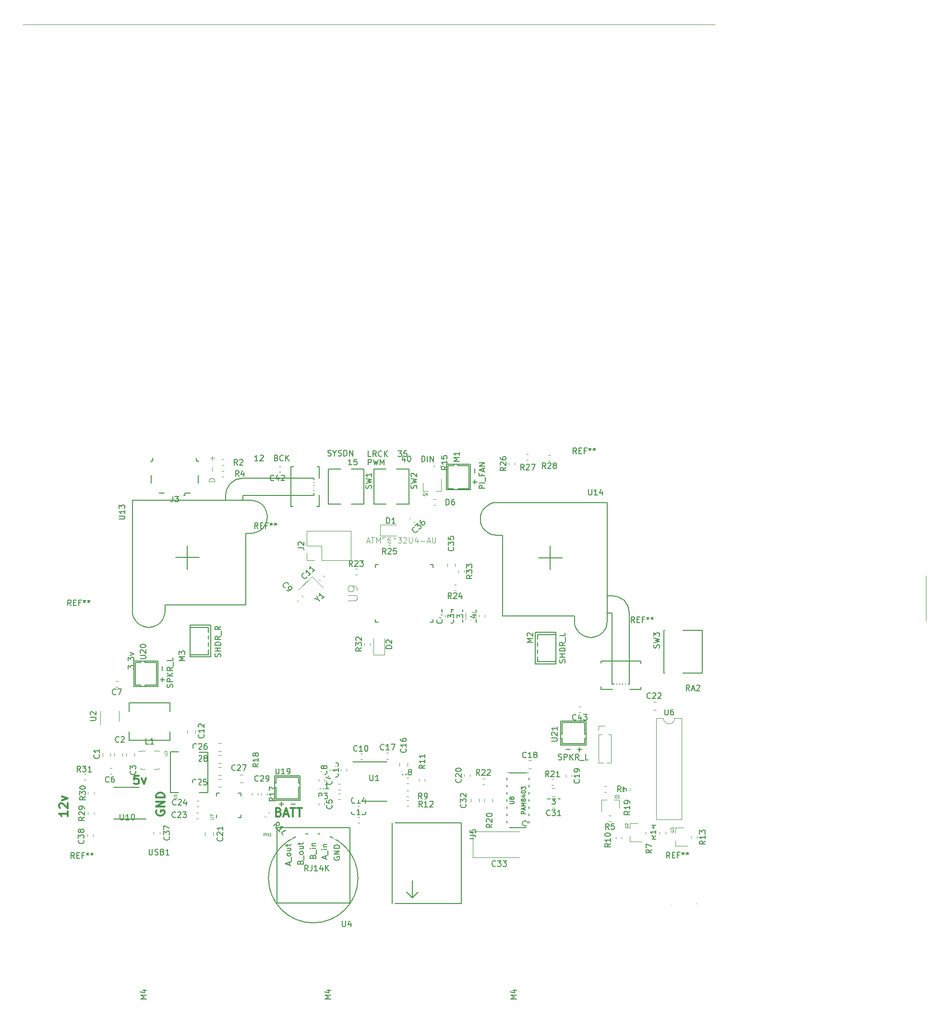
<source format=gto>
G04 #@! TF.GenerationSoftware,KiCad,Pcbnew,(5.1.5-0-10_14)*
G04 #@! TF.CreationDate,2021-06-21T18:30:40+12:00*
G04 #@! TF.ProjectId,PiPortableBackingBoard,5069506f-7274-4616-926c-654261636b69,rev?*
G04 #@! TF.SameCoordinates,Original*
G04 #@! TF.FileFunction,Legend,Top*
G04 #@! TF.FilePolarity,Positive*
%FSLAX46Y46*%
G04 Gerber Fmt 4.6, Leading zero omitted, Abs format (unit mm)*
G04 Created by KiCad (PCBNEW (5.1.5-0-10_14)) date 2021-06-21 18:30:40*
%MOMM*%
%LPD*%
G04 APERTURE LIST*
%ADD10C,0.300000*%
%ADD11C,0.150000*%
%ADD12C,0.120000*%
%ADD13C,0.100000*%
%ADD14C,0.200000*%
%ADD15C,0.127000*%
%ADD16C,0.152400*%
%ADD17C,0.125000*%
%ADD18C,0.149860*%
%ADD19C,0.050000*%
%ADD20C,2.102000*%
%ADD21C,3.302000*%
%ADD22R,2.452000X3.502000*%
%ADD23O,1.802000X2.702000*%
%ADD24C,1.802000*%
%ADD25R,4.102000X3.102000*%
%ADD26R,2.102000X0.402000*%
%ADD27R,3.102000X4.102000*%
%ADD28R,0.402000X2.102000*%
%ADD29C,1.202000*%
%ADD30C,1.102000*%
%ADD31R,1.102000X1.102000*%
%ADD32O,1.102000X1.102000*%
%ADD33R,3.502000X2.452000*%
%ADD34R,0.902000X1.002000*%
%ADD35R,1.002000X0.902000*%
%ADD36R,0.402000X0.602000*%
%ADD37R,0.952000X0.382000*%
%ADD38R,0.927000X1.302000*%
%ADD39R,0.382000X0.802000*%
%ADD40C,0.702000*%
%ADD41R,0.402000X0.952000*%
%ADD42R,0.952000X0.402000*%
%ADD43R,1.402000X1.402000*%
%ADD44R,1.552000X0.552000*%
%ADD45O,2.302000X1.602000*%
%ADD46O,1.602000X2.302000*%
%ADD47R,2.502000X0.902000*%
%ADD48R,0.610000X1.575200*%
%ADD49R,1.575200X0.610000*%
%ADD50R,3.042000X3.682000*%
%ADD51R,2.102000X0.552000*%
%ADD52C,0.752000*%
%ADD53R,0.402000X2.552000*%
%ADD54R,0.702000X2.552000*%
%ADD55O,2.602000X1.102000*%
%ADD56R,1.802000X1.802000*%
%ADD57O,1.802000X1.802000*%
%ADD58R,0.552000X2.102000*%
%ADD59O,1.552000X2.102000*%
%ADD60O,1.102000X2.602000*%
%ADD61O,2.602000X1.002000*%
%ADD62R,2.502000X1.702000*%
%ADD63O,2.502000X1.702000*%
%ADD64R,0.752000X1.662000*%
G04 APERTURE END LIST*
D10*
X144117428Y-158896857D02*
X144331714Y-158968285D01*
X144403142Y-159039714D01*
X144474571Y-159182571D01*
X144474571Y-159396857D01*
X144403142Y-159539714D01*
X144331714Y-159611142D01*
X144188857Y-159682571D01*
X143617428Y-159682571D01*
X143617428Y-158182571D01*
X144117428Y-158182571D01*
X144260285Y-158254000D01*
X144331714Y-158325428D01*
X144403142Y-158468285D01*
X144403142Y-158611142D01*
X144331714Y-158754000D01*
X144260285Y-158825428D01*
X144117428Y-158896857D01*
X143617428Y-158896857D01*
X145046000Y-159254000D02*
X145760285Y-159254000D01*
X144903142Y-159682571D02*
X145403142Y-158182571D01*
X145903142Y-159682571D01*
X146188857Y-158182571D02*
X147046000Y-158182571D01*
X146617428Y-159682571D02*
X146617428Y-158182571D01*
X147331714Y-158182571D02*
X148188857Y-158182571D01*
X147760285Y-159682571D02*
X147760285Y-158182571D01*
D11*
X144224547Y-157487928D02*
X144986452Y-157487928D01*
X144605500Y-157868880D02*
X144605500Y-157106976D01*
X146224547Y-157487928D02*
X146986452Y-157487928D01*
X216574761Y-137485380D02*
X216241428Y-137009190D01*
X216003333Y-137485380D02*
X216003333Y-136485380D01*
X216384285Y-136485380D01*
X216479523Y-136533000D01*
X216527142Y-136580619D01*
X216574761Y-136675857D01*
X216574761Y-136818714D01*
X216527142Y-136913952D01*
X216479523Y-136961571D01*
X216384285Y-137009190D01*
X216003333Y-137009190D01*
X216955714Y-137199666D02*
X217431904Y-137199666D01*
X216860476Y-137485380D02*
X217193809Y-136485380D01*
X217527142Y-137485380D01*
X217812857Y-136580619D02*
X217860476Y-136533000D01*
X217955714Y-136485380D01*
X218193809Y-136485380D01*
X218289047Y-136533000D01*
X218336666Y-136580619D01*
X218384285Y-136675857D01*
X218384285Y-136771095D01*
X218336666Y-136913952D01*
X217765238Y-137485380D01*
X218384285Y-137485380D01*
X180474880Y-101829904D02*
X179474880Y-101829904D01*
X179474880Y-101448952D01*
X179522500Y-101353714D01*
X179570119Y-101306095D01*
X179665357Y-101258476D01*
X179808214Y-101258476D01*
X179903452Y-101306095D01*
X179951071Y-101353714D01*
X179998690Y-101448952D01*
X179998690Y-101829904D01*
X180474880Y-100829904D02*
X179474880Y-100829904D01*
X180570119Y-100591809D02*
X180570119Y-99829904D01*
X179951071Y-99258476D02*
X179951071Y-99591809D01*
X180474880Y-99591809D02*
X179474880Y-99591809D01*
X179474880Y-99115619D01*
X180189166Y-98782285D02*
X180189166Y-98306095D01*
X180474880Y-98877523D02*
X179474880Y-98544190D01*
X180474880Y-98210857D01*
X180474880Y-97877523D02*
X179474880Y-97877523D01*
X180474880Y-97306095D01*
X179474880Y-97306095D01*
X194587761Y-132579738D02*
X194635380Y-132436880D01*
X194635380Y-132198785D01*
X194587761Y-132103547D01*
X194540142Y-132055928D01*
X194444904Y-132008309D01*
X194349666Y-132008309D01*
X194254428Y-132055928D01*
X194206809Y-132103547D01*
X194159190Y-132198785D01*
X194111571Y-132389261D01*
X194063952Y-132484500D01*
X194016333Y-132532119D01*
X193921095Y-132579738D01*
X193825857Y-132579738D01*
X193730619Y-132532119D01*
X193683000Y-132484500D01*
X193635380Y-132389261D01*
X193635380Y-132151166D01*
X193683000Y-132008309D01*
X194635380Y-131579738D02*
X193635380Y-131579738D01*
X194111571Y-131579738D02*
X194111571Y-131008309D01*
X194635380Y-131008309D02*
X193635380Y-131008309D01*
X194635380Y-130532119D02*
X193635380Y-130532119D01*
X193635380Y-130294023D01*
X193683000Y-130151166D01*
X193778238Y-130055928D01*
X193873476Y-130008309D01*
X194063952Y-129960690D01*
X194206809Y-129960690D01*
X194397285Y-130008309D01*
X194492523Y-130055928D01*
X194587761Y-130151166D01*
X194635380Y-130294023D01*
X194635380Y-130532119D01*
X194635380Y-128960690D02*
X194159190Y-129294023D01*
X194635380Y-129532119D02*
X193635380Y-129532119D01*
X193635380Y-129151166D01*
X193683000Y-129055928D01*
X193730619Y-129008309D01*
X193825857Y-128960690D01*
X193968714Y-128960690D01*
X194063952Y-129008309D01*
X194111571Y-129055928D01*
X194159190Y-129151166D01*
X194159190Y-129532119D01*
X194730619Y-128770214D02*
X194730619Y-128008309D01*
X194635380Y-127294023D02*
X194635380Y-127770214D01*
X193635380Y-127770214D01*
X133818261Y-131531976D02*
X133865880Y-131389119D01*
X133865880Y-131151023D01*
X133818261Y-131055785D01*
X133770642Y-131008166D01*
X133675404Y-130960547D01*
X133580166Y-130960547D01*
X133484928Y-131008166D01*
X133437309Y-131055785D01*
X133389690Y-131151023D01*
X133342071Y-131341500D01*
X133294452Y-131436738D01*
X133246833Y-131484357D01*
X133151595Y-131531976D01*
X133056357Y-131531976D01*
X132961119Y-131484357D01*
X132913500Y-131436738D01*
X132865880Y-131341500D01*
X132865880Y-131103404D01*
X132913500Y-130960547D01*
X133865880Y-130531976D02*
X132865880Y-130531976D01*
X133342071Y-130531976D02*
X133342071Y-129960547D01*
X133865880Y-129960547D02*
X132865880Y-129960547D01*
X133865880Y-129484357D02*
X132865880Y-129484357D01*
X132865880Y-129246261D01*
X132913500Y-129103404D01*
X133008738Y-129008166D01*
X133103976Y-128960547D01*
X133294452Y-128912928D01*
X133437309Y-128912928D01*
X133627785Y-128960547D01*
X133723023Y-129008166D01*
X133818261Y-129103404D01*
X133865880Y-129246261D01*
X133865880Y-129484357D01*
X133865880Y-127912928D02*
X133389690Y-128246261D01*
X133865880Y-128484357D02*
X132865880Y-128484357D01*
X132865880Y-128103404D01*
X132913500Y-128008166D01*
X132961119Y-127960547D01*
X133056357Y-127912928D01*
X133199214Y-127912928D01*
X133294452Y-127960547D01*
X133342071Y-128008166D01*
X133389690Y-128103404D01*
X133389690Y-128484357D01*
X133961119Y-127722452D02*
X133961119Y-126960547D01*
X133865880Y-126151023D02*
X133389690Y-126484357D01*
X133865880Y-126722452D02*
X132865880Y-126722452D01*
X132865880Y-126341500D01*
X132913500Y-126246261D01*
X132961119Y-126198642D01*
X133056357Y-126151023D01*
X133199214Y-126151023D01*
X133294452Y-126198642D01*
X133342071Y-126246261D01*
X133389690Y-126341500D01*
X133389690Y-126722452D01*
X125372761Y-136937428D02*
X125420380Y-136794571D01*
X125420380Y-136556476D01*
X125372761Y-136461238D01*
X125325142Y-136413619D01*
X125229904Y-136366000D01*
X125134666Y-136366000D01*
X125039428Y-136413619D01*
X124991809Y-136461238D01*
X124944190Y-136556476D01*
X124896571Y-136746952D01*
X124848952Y-136842190D01*
X124801333Y-136889809D01*
X124706095Y-136937428D01*
X124610857Y-136937428D01*
X124515619Y-136889809D01*
X124468000Y-136842190D01*
X124420380Y-136746952D01*
X124420380Y-136508857D01*
X124468000Y-136366000D01*
X125420380Y-135937428D02*
X124420380Y-135937428D01*
X124420380Y-135556476D01*
X124468000Y-135461238D01*
X124515619Y-135413619D01*
X124610857Y-135366000D01*
X124753714Y-135366000D01*
X124848952Y-135413619D01*
X124896571Y-135461238D01*
X124944190Y-135556476D01*
X124944190Y-135937428D01*
X125420380Y-134937428D02*
X124420380Y-134937428D01*
X125420380Y-134366000D02*
X124848952Y-134794571D01*
X124420380Y-134366000D02*
X124991809Y-134937428D01*
X125420380Y-133366000D02*
X124944190Y-133699333D01*
X125420380Y-133937428D02*
X124420380Y-133937428D01*
X124420380Y-133556476D01*
X124468000Y-133461238D01*
X124515619Y-133413619D01*
X124610857Y-133366000D01*
X124753714Y-133366000D01*
X124848952Y-133413619D01*
X124896571Y-133461238D01*
X124944190Y-133556476D01*
X124944190Y-133937428D01*
X125515619Y-133175523D02*
X125515619Y-132413619D01*
X125420380Y-131699333D02*
X125420380Y-132175523D01*
X124420380Y-132175523D01*
X193453071Y-149629761D02*
X193595928Y-149677380D01*
X193834023Y-149677380D01*
X193929261Y-149629761D01*
X193976880Y-149582142D01*
X194024500Y-149486904D01*
X194024500Y-149391666D01*
X193976880Y-149296428D01*
X193929261Y-149248809D01*
X193834023Y-149201190D01*
X193643547Y-149153571D01*
X193548309Y-149105952D01*
X193500690Y-149058333D01*
X193453071Y-148963095D01*
X193453071Y-148867857D01*
X193500690Y-148772619D01*
X193548309Y-148725000D01*
X193643547Y-148677380D01*
X193881642Y-148677380D01*
X194024500Y-148725000D01*
X194453071Y-149677380D02*
X194453071Y-148677380D01*
X194834023Y-148677380D01*
X194929261Y-148725000D01*
X194976880Y-148772619D01*
X195024500Y-148867857D01*
X195024500Y-149010714D01*
X194976880Y-149105952D01*
X194929261Y-149153571D01*
X194834023Y-149201190D01*
X194453071Y-149201190D01*
X195453071Y-149677380D02*
X195453071Y-148677380D01*
X196024500Y-149677380D02*
X195595928Y-149105952D01*
X196024500Y-148677380D02*
X195453071Y-149248809D01*
X197024500Y-149677380D02*
X196691166Y-149201190D01*
X196453071Y-149677380D02*
X196453071Y-148677380D01*
X196834023Y-148677380D01*
X196929261Y-148725000D01*
X196976880Y-148772619D01*
X197024500Y-148867857D01*
X197024500Y-149010714D01*
X196976880Y-149105952D01*
X196929261Y-149153571D01*
X196834023Y-149201190D01*
X196453071Y-149201190D01*
X197214976Y-149772619D02*
X197976880Y-149772619D01*
X198691166Y-149677380D02*
X198214976Y-149677380D01*
X198214976Y-148677380D01*
X197532452Y-147883571D02*
X196770547Y-147883571D01*
X197151500Y-147502619D02*
X197151500Y-148264523D01*
X195532452Y-147883571D02*
X194770547Y-147883571D01*
X178696928Y-101075952D02*
X178696928Y-100314047D01*
X179077880Y-100695000D02*
X178315976Y-100695000D01*
X178696928Y-99075952D02*
X178696928Y-98314047D01*
X123578928Y-135937452D02*
X123578928Y-135175547D01*
X123959880Y-135556500D02*
X123197976Y-135556500D01*
X123578928Y-133937452D02*
X123578928Y-133175547D01*
D12*
X213350000Y-175150000D02*
X213300000Y-175150000D01*
X217800000Y-175050000D02*
X217750000Y-175050000D01*
X192002618Y-116072462D02*
X192002618Y-111927939D01*
X189930356Y-114000201D02*
X194074879Y-114000201D01*
X125927939Y-113997382D02*
X130072462Y-113997382D01*
X128000201Y-116069644D02*
X128000201Y-111925121D01*
D11*
X152801914Y-96035761D02*
X152944771Y-96083380D01*
X153182866Y-96083380D01*
X153278104Y-96035761D01*
X153325723Y-95988142D01*
X153373342Y-95892904D01*
X153373342Y-95797666D01*
X153325723Y-95702428D01*
X153278104Y-95654809D01*
X153182866Y-95607190D01*
X152992390Y-95559571D01*
X152897152Y-95511952D01*
X152849533Y-95464333D01*
X152801914Y-95369095D01*
X152801914Y-95273857D01*
X152849533Y-95178619D01*
X152897152Y-95131000D01*
X152992390Y-95083380D01*
X153230485Y-95083380D01*
X153373342Y-95131000D01*
X153992390Y-95607190D02*
X153992390Y-96083380D01*
X153659057Y-95083380D02*
X153992390Y-95607190D01*
X154325723Y-95083380D01*
X154611438Y-96035761D02*
X154754295Y-96083380D01*
X154992390Y-96083380D01*
X155087628Y-96035761D01*
X155135247Y-95988142D01*
X155182866Y-95892904D01*
X155182866Y-95797666D01*
X155135247Y-95702428D01*
X155087628Y-95654809D01*
X154992390Y-95607190D01*
X154801914Y-95559571D01*
X154706676Y-95511952D01*
X154659057Y-95464333D01*
X154611438Y-95369095D01*
X154611438Y-95273857D01*
X154659057Y-95178619D01*
X154706676Y-95131000D01*
X154801914Y-95083380D01*
X155040009Y-95083380D01*
X155182866Y-95131000D01*
X155611438Y-96083380D02*
X155611438Y-95083380D01*
X155849533Y-95083380D01*
X155992390Y-95131000D01*
X156087628Y-95226238D01*
X156135247Y-95321476D01*
X156182866Y-95511952D01*
X156182866Y-95654809D01*
X156135247Y-95845285D01*
X156087628Y-95940523D01*
X155992390Y-96035761D01*
X155849533Y-96083380D01*
X155611438Y-96083380D01*
X156611438Y-96083380D02*
X156611438Y-95083380D01*
X157182866Y-96083380D01*
X157182866Y-95083380D01*
D10*
X106878571Y-158757142D02*
X106878571Y-159614285D01*
X106878571Y-159185714D02*
X105378571Y-159185714D01*
X105592857Y-159328571D01*
X105735714Y-159471428D01*
X105807142Y-159614285D01*
X105521428Y-158185714D02*
X105450000Y-158114285D01*
X105378571Y-157971428D01*
X105378571Y-157614285D01*
X105450000Y-157471428D01*
X105521428Y-157400000D01*
X105664285Y-157328571D01*
X105807142Y-157328571D01*
X106021428Y-157400000D01*
X106878571Y-158257142D01*
X106878571Y-157328571D01*
X105878571Y-156828571D02*
X106878571Y-156471428D01*
X105878571Y-156114285D01*
D11*
X166346476Y-96432714D02*
X166346476Y-97099380D01*
X166108380Y-96051761D02*
X165870285Y-96766047D01*
X166489333Y-96766047D01*
X167060761Y-96099380D02*
X167156000Y-96099380D01*
X167251238Y-96147000D01*
X167298857Y-96194619D01*
X167346476Y-96289857D01*
X167394095Y-96480333D01*
X167394095Y-96718428D01*
X167346476Y-96908904D01*
X167298857Y-97004142D01*
X167251238Y-97051761D01*
X167156000Y-97099380D01*
X167060761Y-97099380D01*
X166965523Y-97051761D01*
X166917904Y-97004142D01*
X166870285Y-96908904D01*
X166822666Y-96718428D01*
X166822666Y-96480333D01*
X166870285Y-96289857D01*
X166917904Y-96194619D01*
X166965523Y-96147000D01*
X167060761Y-96099380D01*
X169346476Y-97099380D02*
X169346476Y-96099380D01*
X169584571Y-96099380D01*
X169727428Y-96147000D01*
X169822666Y-96242238D01*
X169870285Y-96337476D01*
X169917904Y-96527952D01*
X169917904Y-96670809D01*
X169870285Y-96861285D01*
X169822666Y-96956523D01*
X169727428Y-97051761D01*
X169584571Y-97099380D01*
X169346476Y-97099380D01*
X170346476Y-97099380D02*
X170346476Y-96099380D01*
X170822666Y-97099380D02*
X170822666Y-96099380D01*
X171394095Y-97099380D01*
X171394095Y-96099380D01*
X160401238Y-96198380D02*
X159925047Y-96198380D01*
X159925047Y-95198380D01*
X161306000Y-96198380D02*
X160972666Y-95722190D01*
X160734571Y-96198380D02*
X160734571Y-95198380D01*
X161115523Y-95198380D01*
X161210761Y-95246000D01*
X161258380Y-95293619D01*
X161306000Y-95388857D01*
X161306000Y-95531714D01*
X161258380Y-95626952D01*
X161210761Y-95674571D01*
X161115523Y-95722190D01*
X160734571Y-95722190D01*
X162306000Y-96103142D02*
X162258380Y-96150761D01*
X162115523Y-96198380D01*
X162020285Y-96198380D01*
X161877428Y-96150761D01*
X161782190Y-96055523D01*
X161734571Y-95960285D01*
X161686952Y-95769809D01*
X161686952Y-95626952D01*
X161734571Y-95436476D01*
X161782190Y-95341238D01*
X161877428Y-95246000D01*
X162020285Y-95198380D01*
X162115523Y-95198380D01*
X162258380Y-95246000D01*
X162306000Y-95293619D01*
X162734571Y-96198380D02*
X162734571Y-95198380D01*
X163306000Y-96198380D02*
X162877428Y-95626952D01*
X163306000Y-95198380D02*
X162734571Y-95769809D01*
X165163142Y-95198380D02*
X165782190Y-95198380D01*
X165448857Y-95579333D01*
X165591714Y-95579333D01*
X165686952Y-95626952D01*
X165734571Y-95674571D01*
X165782190Y-95769809D01*
X165782190Y-96007904D01*
X165734571Y-96103142D01*
X165686952Y-96150761D01*
X165591714Y-96198380D01*
X165306000Y-96198380D01*
X165210761Y-96150761D01*
X165163142Y-96103142D01*
X166686952Y-95198380D02*
X166210761Y-95198380D01*
X166163142Y-95674571D01*
X166210761Y-95626952D01*
X166306000Y-95579333D01*
X166544095Y-95579333D01*
X166639333Y-95626952D01*
X166686952Y-95674571D01*
X166734571Y-95769809D01*
X166734571Y-96007904D01*
X166686952Y-96103142D01*
X166639333Y-96150761D01*
X166544095Y-96198380D01*
X166306000Y-96198380D01*
X166210761Y-96150761D01*
X166163142Y-96103142D01*
X156995761Y-97683380D02*
X156424333Y-97683380D01*
X156710047Y-97683380D02*
X156710047Y-96683380D01*
X156614809Y-96826238D01*
X156519571Y-96921476D01*
X156424333Y-96969095D01*
X157900523Y-96683380D02*
X157424333Y-96683380D01*
X157376714Y-97159571D01*
X157424333Y-97111952D01*
X157519571Y-97064333D01*
X157757666Y-97064333D01*
X157852904Y-97111952D01*
X157900523Y-97159571D01*
X157948142Y-97254809D01*
X157948142Y-97492904D01*
X157900523Y-97588142D01*
X157852904Y-97635761D01*
X157757666Y-97683380D01*
X157519571Y-97683380D01*
X157424333Y-97635761D01*
X157376714Y-97588142D01*
X159900523Y-97683380D02*
X159900523Y-96683380D01*
X160281476Y-96683380D01*
X160376714Y-96731000D01*
X160424333Y-96778619D01*
X160471952Y-96873857D01*
X160471952Y-97016714D01*
X160424333Y-97111952D01*
X160376714Y-97159571D01*
X160281476Y-97207190D01*
X159900523Y-97207190D01*
X160805285Y-96683380D02*
X161043380Y-97683380D01*
X161233857Y-96969095D01*
X161424333Y-97683380D01*
X161662428Y-96683380D01*
X162043380Y-97683380D02*
X162043380Y-96683380D01*
X162376714Y-97397666D01*
X162710047Y-96683380D01*
X162710047Y-97683380D01*
X140452619Y-96972380D02*
X139881190Y-96972380D01*
X140166904Y-96972380D02*
X140166904Y-95972380D01*
X140071666Y-96115238D01*
X139976428Y-96210476D01*
X139881190Y-96258095D01*
X140833571Y-96067619D02*
X140881190Y-96020000D01*
X140976428Y-95972380D01*
X141214523Y-95972380D01*
X141309761Y-96020000D01*
X141357380Y-96067619D01*
X141405000Y-96162857D01*
X141405000Y-96258095D01*
X141357380Y-96400952D01*
X140785952Y-96972380D01*
X141405000Y-96972380D01*
X143690714Y-96448571D02*
X143833571Y-96496190D01*
X143881190Y-96543809D01*
X143928809Y-96639047D01*
X143928809Y-96781904D01*
X143881190Y-96877142D01*
X143833571Y-96924761D01*
X143738333Y-96972380D01*
X143357380Y-96972380D01*
X143357380Y-95972380D01*
X143690714Y-95972380D01*
X143785952Y-96020000D01*
X143833571Y-96067619D01*
X143881190Y-96162857D01*
X143881190Y-96258095D01*
X143833571Y-96353333D01*
X143785952Y-96400952D01*
X143690714Y-96448571D01*
X143357380Y-96448571D01*
X144928809Y-96877142D02*
X144881190Y-96924761D01*
X144738333Y-96972380D01*
X144643095Y-96972380D01*
X144500238Y-96924761D01*
X144405000Y-96829523D01*
X144357380Y-96734285D01*
X144309761Y-96543809D01*
X144309761Y-96400952D01*
X144357380Y-96210476D01*
X144405000Y-96115238D01*
X144500238Y-96020000D01*
X144643095Y-95972380D01*
X144738333Y-95972380D01*
X144881190Y-96020000D01*
X144928809Y-96067619D01*
X145357380Y-96972380D02*
X145357380Y-95972380D01*
X145928809Y-96972380D02*
X145500238Y-96400952D01*
X145928809Y-95972380D02*
X145357380Y-96543809D01*
D12*
X118150000Y-103950000D02*
X126150000Y-103950000D01*
D13*
X132786380Y-100623404D02*
X131786380Y-100623404D01*
X131786380Y-100385309D01*
X131834000Y-100242452D01*
X131929238Y-100147214D01*
X132024476Y-100099595D01*
X132214952Y-100051976D01*
X132357809Y-100051976D01*
X132548285Y-100099595D01*
X132643523Y-100147214D01*
X132738761Y-100242452D01*
X132786380Y-100385309D01*
X132786380Y-100623404D01*
X132405428Y-98861500D02*
X132405428Y-98099595D01*
X132405428Y-96861500D02*
X132405428Y-96099595D01*
X132786380Y-96480547D02*
X132024476Y-96480547D01*
D11*
X117562380Y-133635571D02*
X117562380Y-133016523D01*
X117943333Y-133349857D01*
X117943333Y-133207000D01*
X117990952Y-133111761D01*
X118038571Y-133064142D01*
X118133809Y-133016523D01*
X118371904Y-133016523D01*
X118467142Y-133064142D01*
X118514761Y-133111761D01*
X118562380Y-133207000D01*
X118562380Y-133492714D01*
X118514761Y-133587952D01*
X118467142Y-133635571D01*
X118467142Y-132587952D02*
X118514761Y-132540333D01*
X118562380Y-132587952D01*
X118514761Y-132635571D01*
X118467142Y-132587952D01*
X118562380Y-132587952D01*
X117562380Y-132207000D02*
X117562380Y-131587952D01*
X117943333Y-131921285D01*
X117943333Y-131778428D01*
X117990952Y-131683190D01*
X118038571Y-131635571D01*
X118133809Y-131587952D01*
X118371904Y-131587952D01*
X118467142Y-131635571D01*
X118514761Y-131683190D01*
X118562380Y-131778428D01*
X118562380Y-132064142D01*
X118514761Y-132159380D01*
X118467142Y-132207000D01*
X117895714Y-131254619D02*
X118562380Y-131016523D01*
X117895714Y-130778428D01*
D10*
X122550000Y-158642857D02*
X122478571Y-158785714D01*
X122478571Y-159000000D01*
X122550000Y-159214285D01*
X122692857Y-159357142D01*
X122835714Y-159428571D01*
X123121428Y-159500000D01*
X123335714Y-159500000D01*
X123621428Y-159428571D01*
X123764285Y-159357142D01*
X123907142Y-159214285D01*
X123978571Y-159000000D01*
X123978571Y-158857142D01*
X123907142Y-158642857D01*
X123835714Y-158571428D01*
X123335714Y-158571428D01*
X123335714Y-158857142D01*
X123978571Y-157928571D02*
X122478571Y-157928571D01*
X123978571Y-157071428D01*
X122478571Y-157071428D01*
X123978571Y-156357142D02*
X122478571Y-156357142D01*
X122478571Y-156000000D01*
X122550000Y-155785714D01*
X122692857Y-155642857D01*
X122835714Y-155571428D01*
X123121428Y-155500000D01*
X123335714Y-155500000D01*
X123621428Y-155571428D01*
X123764285Y-155642857D01*
X123907142Y-155785714D01*
X123978571Y-156000000D01*
X123978571Y-156357142D01*
X119385714Y-152478571D02*
X118671428Y-152478571D01*
X118600000Y-153192857D01*
X118671428Y-153121428D01*
X118814285Y-153050000D01*
X119171428Y-153050000D01*
X119314285Y-153121428D01*
X119385714Y-153192857D01*
X119457142Y-153335714D01*
X119457142Y-153692857D01*
X119385714Y-153835714D01*
X119314285Y-153907142D01*
X119171428Y-153978571D01*
X118814285Y-153978571D01*
X118671428Y-153907142D01*
X118600000Y-153835714D01*
X119957142Y-152978571D02*
X120314285Y-153978571D01*
X120671428Y-152978571D01*
D12*
X258275000Y-117175000D02*
X258275000Y-125175000D01*
X99000000Y-20000000D02*
X221000000Y-20000000D01*
D11*
X117748500Y-146238500D02*
X117748500Y-144738500D01*
X124898500Y-146238500D02*
X117748500Y-146238500D01*
X124898500Y-146238500D02*
X124898500Y-144738500D01*
X117748500Y-139638500D02*
X117748500Y-141138500D01*
X124948500Y-139638500D02*
X117748500Y-139638500D01*
X124948500Y-139638500D02*
X124948500Y-141138500D01*
X158100000Y-170550000D02*
G75*
G03X158100000Y-170550000I-7900000J0D01*
G01*
X156600000Y-174950000D02*
X143900000Y-174950000D01*
X143800000Y-174950000D02*
X143800000Y-161650000D01*
X143800000Y-161650000D02*
X156700000Y-161650000D01*
X156700000Y-161650000D02*
X156700000Y-174950000D01*
X151266000Y-103007900D02*
X151266000Y-105007900D01*
X146266000Y-105007900D02*
X146266000Y-98007900D01*
X151266000Y-98007900D02*
X151266000Y-100007900D01*
X151266000Y-105007900D02*
X146266000Y-105007900D01*
X151266000Y-98007900D02*
X146266000Y-98007900D01*
D14*
X140312685Y-109502884D02*
X140812839Y-109235545D01*
X139769986Y-109667513D02*
X140312685Y-109502884D01*
X139205596Y-103936308D02*
X139769983Y-103992773D01*
X121758995Y-126269901D02*
X121194606Y-126325488D01*
X122301694Y-126105275D02*
X121758995Y-126269901D01*
X122801849Y-125837937D02*
X122301694Y-126105275D01*
X123240234Y-125478160D02*
X122801849Y-125837937D01*
X134903019Y-102076276D02*
X135525171Y-101025879D01*
X150362564Y-103081518D02*
X137797987Y-103081518D01*
X137797987Y-103936308D02*
X137797987Y-103081518D01*
X134733456Y-103936308D02*
X134733456Y-103081518D01*
X135525171Y-101025879D02*
X136508019Y-100301710D01*
X137797987Y-100016988D02*
X136508019Y-100301710D01*
X134733456Y-103081518D02*
X134903019Y-102076276D01*
X150362564Y-100016988D02*
X150362564Y-103081518D01*
X150362564Y-100016988D02*
X137797987Y-100016988D01*
X128016201Y-111933021D02*
X128016201Y-116077544D01*
X125943939Y-114005282D02*
X130088462Y-114005282D01*
X124031976Y-123996919D02*
X124087562Y-123432532D01*
X124087562Y-122377307D02*
X124087562Y-123432532D01*
X139205596Y-109723977D02*
X139769986Y-109667513D01*
X142098552Y-106830143D02*
X142042964Y-107394525D01*
X141878339Y-107937225D02*
X142042964Y-107394525D01*
X141611003Y-108437378D02*
X141878339Y-107937225D01*
X141251226Y-108875768D02*
X141611003Y-108437378D01*
X140812839Y-109235545D02*
X141251226Y-108875768D01*
X138297988Y-109723977D02*
X139205596Y-109723977D01*
X138297988Y-103936308D02*
X124087562Y-103936308D01*
X138297988Y-122377307D02*
X138297988Y-109723977D01*
X118297988Y-103936308D02*
X118297988Y-109723977D01*
X118297988Y-103936308D02*
X124087562Y-103936308D01*
X123600011Y-125039772D02*
X123240234Y-125478160D01*
X123867349Y-124539618D02*
X123600011Y-125039772D01*
X124031976Y-123996919D02*
X123867349Y-124539618D01*
X118297988Y-123432532D02*
X118357235Y-123996922D01*
X118521865Y-124539621D02*
X118357235Y-123996922D01*
X118789203Y-125039774D02*
X118521865Y-124539621D01*
X119148979Y-125478163D02*
X118789203Y-125039774D01*
X119587371Y-125837939D02*
X119148979Y-125478163D01*
X119587371Y-125837939D02*
X120087524Y-126105277D01*
X120087524Y-126105277D02*
X120630222Y-126269902D01*
X121194606Y-126325488D02*
X120630222Y-126269902D01*
X118297988Y-122377307D02*
X118297988Y-123432532D01*
X140312682Y-104157400D02*
X139769983Y-103992773D01*
X138297988Y-122377307D02*
X124087562Y-122377307D01*
X118297988Y-122377307D02*
X118297988Y-109723977D01*
X141878339Y-105723054D02*
X141611000Y-105222900D01*
X142042964Y-106265755D02*
X141878339Y-105723054D01*
X142098552Y-106830143D02*
X142042964Y-106265755D01*
X138297988Y-103936308D02*
X139205596Y-103936308D01*
X140812835Y-104424738D02*
X140312682Y-104157400D01*
X141251224Y-104784515D02*
X140812835Y-104424738D01*
X141611000Y-105222900D02*
X141251224Y-104784515D01*
D11*
X202998600Y-137283300D02*
X200998600Y-137283300D01*
X200998600Y-132283300D02*
X207998600Y-132283300D01*
X207998600Y-137283300D02*
X205998600Y-137283300D01*
X200998600Y-137283300D02*
X200998600Y-132283300D01*
X207998600Y-137283300D02*
X207998600Y-132283300D01*
D14*
X196503616Y-126329985D02*
X196770955Y-126830139D01*
X196338987Y-125787286D02*
X196503616Y-126329985D01*
X202070192Y-125222896D02*
X202013727Y-125787283D01*
X179736599Y-107776295D02*
X179681012Y-107211906D01*
X179901225Y-108318994D02*
X179736599Y-107776295D01*
X180168563Y-108819149D02*
X179901225Y-108318994D01*
X180528340Y-109257534D02*
X180168563Y-108819149D01*
X203930224Y-120920319D02*
X204980621Y-121542471D01*
X202924982Y-136379864D02*
X202924982Y-123815287D01*
X202070192Y-123815287D02*
X202924982Y-123815287D01*
X202070192Y-120750756D02*
X202924982Y-120750756D01*
X204980621Y-121542471D02*
X205704790Y-122525319D01*
X205989512Y-123815287D02*
X205704790Y-122525319D01*
X202924982Y-120750756D02*
X203930224Y-120920319D01*
X205989512Y-136379864D02*
X202924982Y-136379864D01*
X205989512Y-136379864D02*
X205989512Y-123815287D01*
X194073479Y-114033501D02*
X189928956Y-114033501D01*
X192001218Y-111961239D02*
X192001218Y-116105762D01*
X182009581Y-110049276D02*
X182573968Y-110104862D01*
X183629193Y-110104862D02*
X182573968Y-110104862D01*
X196282523Y-125222896D02*
X196338987Y-125787286D01*
X199176357Y-128115852D02*
X198611975Y-128060264D01*
X198069275Y-127895639D02*
X198611975Y-128060264D01*
X197569122Y-127628303D02*
X198069275Y-127895639D01*
X197130732Y-127268526D02*
X197569122Y-127628303D01*
X196770955Y-126830139D02*
X197130732Y-127268526D01*
X196282523Y-124315288D02*
X196282523Y-125222896D01*
X202070192Y-124315288D02*
X202070192Y-110104862D01*
X183629193Y-124315288D02*
X196282523Y-124315288D01*
X202070192Y-104315288D02*
X196282523Y-104315288D01*
X202070192Y-104315288D02*
X202070192Y-110104862D01*
X180966728Y-109617311D02*
X180528340Y-109257534D01*
X181466882Y-109884649D02*
X180966728Y-109617311D01*
X182009581Y-110049276D02*
X181466882Y-109884649D01*
X182573968Y-104315288D02*
X182009578Y-104374535D01*
X181466879Y-104539165D02*
X182009578Y-104374535D01*
X180966726Y-104806503D02*
X181466879Y-104539165D01*
X180528337Y-105166279D02*
X180966726Y-104806503D01*
X180168561Y-105604671D02*
X180528337Y-105166279D01*
X180168561Y-105604671D02*
X179901223Y-106104824D01*
X179901223Y-106104824D02*
X179736598Y-106647522D01*
X179681012Y-107211906D02*
X179736598Y-106647522D01*
X183629193Y-104315288D02*
X182573968Y-104315288D01*
X201849100Y-126329982D02*
X202013727Y-125787283D01*
X183629193Y-124315288D02*
X183629193Y-110104862D01*
X183629193Y-104315288D02*
X196282523Y-104315288D01*
X200283446Y-127895639D02*
X200783600Y-127628300D01*
X199740745Y-128060264D02*
X200283446Y-127895639D01*
X199176357Y-128115852D02*
X199740745Y-128060264D01*
X202070192Y-124315288D02*
X202070192Y-125222896D01*
X201581762Y-126830135D02*
X201849100Y-126329982D01*
X201221985Y-127268524D02*
X201581762Y-126830135D01*
X200783600Y-127628300D02*
X201221985Y-127268524D01*
D12*
X114452000Y-149053252D02*
X114452000Y-148530748D01*
X113032000Y-149053252D02*
X113032000Y-148530748D01*
X115132000Y-149053252D02*
X115132000Y-148530748D01*
X116552000Y-149053252D02*
X116552000Y-148530748D01*
X118652000Y-149053252D02*
X118652000Y-148530748D01*
X117232000Y-149053252D02*
X117232000Y-148530748D01*
X127990000Y-144438748D02*
X127990000Y-144961252D01*
X129410000Y-144438748D02*
X129410000Y-144961252D01*
X131090000Y-163061252D02*
X131090000Y-162538748D01*
X132510000Y-163061252D02*
X132510000Y-162538748D01*
X210177748Y-139498000D02*
X210700252Y-139498000D01*
X210177748Y-140918000D02*
X210700252Y-140918000D01*
X133978252Y-154491000D02*
X133455748Y-154491000D01*
X133978252Y-153071000D02*
X133455748Y-153071000D01*
X133480748Y-146771000D02*
X134003252Y-146771000D01*
X133480748Y-148191000D02*
X134003252Y-148191000D01*
X134003252Y-150971000D02*
X133480748Y-150971000D01*
X134003252Y-152391000D02*
X133480748Y-152391000D01*
X134003252Y-148871000D02*
X133480748Y-148871000D01*
X134003252Y-150291000D02*
X133480748Y-150291000D01*
X137305748Y-152321000D02*
X137828252Y-152321000D01*
X137305748Y-153741000D02*
X137828252Y-153741000D01*
X200540000Y-150250000D02*
X201342470Y-150250000D01*
X201957530Y-150250000D02*
X202760000Y-150250000D01*
X200540000Y-145235000D02*
X200540000Y-150250000D01*
X202760000Y-145235000D02*
X202760000Y-150250000D01*
X200540000Y-145235000D02*
X201086529Y-145235000D01*
X202213471Y-145235000D02*
X202760000Y-145235000D01*
X200540000Y-144475000D02*
X200540000Y-143715000D01*
X200540000Y-143715000D02*
X201650000Y-143715000D01*
D11*
X124992000Y-148281000D02*
X126492000Y-148281000D01*
X124992000Y-148281000D02*
X124992000Y-155481000D01*
X124992000Y-155481000D02*
X126492000Y-155481000D01*
X131592000Y-148331000D02*
X130092000Y-148331000D01*
X131592000Y-148331000D02*
X131592000Y-155481000D01*
X131592000Y-155481000D02*
X130092000Y-155481000D01*
D12*
X204203000Y-156721000D02*
X203273000Y-156721000D01*
X201043000Y-156721000D02*
X201973000Y-156721000D01*
X201043000Y-156721000D02*
X201043000Y-158881000D01*
X204203000Y-156721000D02*
X204203000Y-158181000D01*
X206007000Y-160936000D02*
X207467000Y-160936000D01*
X206007000Y-164096000D02*
X208167000Y-164096000D01*
X206007000Y-164096000D02*
X206007000Y-163166000D01*
X206007000Y-160936000D02*
X206007000Y-161866000D01*
X214039000Y-161681000D02*
X214039000Y-162611000D01*
X214039000Y-164841000D02*
X214039000Y-163911000D01*
X214039000Y-164841000D02*
X216199000Y-164841000D01*
X214039000Y-161681000D02*
X215499000Y-161681000D01*
X119754500Y-148192000D02*
X119354500Y-148192000D01*
X122954500Y-151292000D02*
X122954500Y-151192000D01*
X122154500Y-151292000D02*
X122954500Y-151292000D01*
X119754500Y-151292000D02*
X120554500Y-151292000D01*
X119754500Y-151192000D02*
X119754500Y-151292000D01*
X122954500Y-148092000D02*
X122954500Y-148192000D01*
X122154500Y-148092000D02*
X122954500Y-148092000D01*
X119754500Y-148092000D02*
X119754500Y-148192000D01*
X120554500Y-148092000D02*
X119754500Y-148092000D01*
D11*
X133142000Y-155581000D02*
X133667000Y-155581000D01*
X137442000Y-159881000D02*
X136917000Y-159881000D01*
X137442000Y-155581000D02*
X136917000Y-155581000D01*
X133142000Y-159881000D02*
X133142000Y-159356000D01*
X137442000Y-159881000D02*
X137442000Y-159356000D01*
X137442000Y-155581000D02*
X137442000Y-156106000D01*
X133142000Y-155581000D02*
X133142000Y-156106000D01*
D12*
X166858000Y-150268748D02*
X166858000Y-150791252D01*
X165438000Y-150268748D02*
X165438000Y-150791252D01*
X188140748Y-151246000D02*
X188663252Y-151246000D01*
X188140748Y-149826000D02*
X188663252Y-149826000D01*
X192863252Y-156146000D02*
X192340748Y-156146000D01*
X192863252Y-154726000D02*
X192340748Y-154726000D01*
X192863252Y-158146000D02*
X192340748Y-158146000D01*
X192863252Y-156726000D02*
X192340748Y-156726000D01*
X177990000Y-156538748D02*
X177990000Y-157061252D01*
X179410000Y-156538748D02*
X179410000Y-157061252D01*
D11*
X158723000Y-156980000D02*
X163173000Y-156980000D01*
X157198000Y-150080000D02*
X163173000Y-150080000D01*
X164154000Y-175000000D02*
X164154000Y-160776000D01*
X164662000Y-160776000D02*
X176346000Y-160776000D01*
X176346000Y-160776000D02*
X176346000Y-175000000D01*
X176346000Y-175000000D02*
X164662000Y-175000000D01*
X167710000Y-173984000D02*
X167710000Y-170936000D01*
X166694000Y-172968000D02*
X167710000Y-173984000D01*
X167710000Y-173984000D02*
X168726000Y-172968000D01*
D15*
X184320800Y-158741000D02*
X183228600Y-158741000D01*
X184320800Y-157471000D02*
X183228600Y-157471000D01*
X184320800Y-156201000D02*
X183228600Y-156201000D01*
X184320800Y-160011000D02*
X183228600Y-160011000D01*
X183228600Y-161281000D02*
X184320800Y-161281000D01*
X183228600Y-154931000D02*
X184320800Y-154931000D01*
X183228600Y-153661000D02*
X184320800Y-153661000D01*
X183228600Y-152391000D02*
X184320800Y-152391000D01*
X188283200Y-152391000D02*
X189375400Y-152391000D01*
X188283200Y-153661000D02*
X189375400Y-153661000D01*
X188283200Y-154931000D02*
X189375400Y-154931000D01*
X188283200Y-161281000D02*
X189375400Y-161281000D01*
X189375400Y-160011000D02*
X188283200Y-160011000D01*
X189375400Y-156201000D02*
X188283200Y-156201000D01*
X189375400Y-157471000D02*
X188283200Y-157471000D01*
X189375400Y-158741000D02*
X188283200Y-158741000D01*
X188019067Y-160900000D02*
G75*
G03X188019067Y-160900000I-472467J0D01*
G01*
X184320800Y-161662000D02*
X188283200Y-161662000D01*
X188283200Y-161662000D02*
X188283200Y-152010000D01*
X188283200Y-152010000D02*
X184320800Y-152010000D01*
X184320800Y-152010000D02*
X184320800Y-161662000D01*
D12*
X155019267Y-154990000D02*
X154676733Y-154990000D01*
X155019267Y-153970000D02*
X154676733Y-153970000D01*
X155019267Y-155620000D02*
X154676733Y-155620000D01*
X155019267Y-156640000D02*
X154676733Y-156640000D01*
X202694267Y-160591000D02*
X202351733Y-160591000D01*
X202694267Y-159571000D02*
X202351733Y-159571000D01*
X201528733Y-155360000D02*
X201871267Y-155360000D01*
X201528733Y-154340000D02*
X201871267Y-154340000D01*
X209877000Y-162444733D02*
X209877000Y-162787267D01*
X208857000Y-162444733D02*
X208857000Y-162787267D01*
X167044267Y-153840000D02*
X166701733Y-153840000D01*
X167044267Y-152820000D02*
X166701733Y-152820000D01*
X167044267Y-156140000D02*
X166701733Y-156140000D01*
X167044267Y-155120000D02*
X166701733Y-155120000D01*
X203615000Y-163571267D02*
X203615000Y-163228733D01*
X204635000Y-163571267D02*
X204635000Y-163228733D01*
X168856000Y-153144733D02*
X168856000Y-153487267D01*
X169876000Y-153144733D02*
X169876000Y-153487267D01*
X167019267Y-157840000D02*
X166676733Y-157840000D01*
X167019267Y-156820000D02*
X166676733Y-156820000D01*
X216889000Y-163532267D02*
X216889000Y-163189733D01*
X217909000Y-163532267D02*
X217909000Y-163189733D01*
X211326000Y-162388733D02*
X211326000Y-162731267D01*
X212346000Y-162388733D02*
X212346000Y-162731267D01*
X141599553Y-159620802D02*
X141841762Y-159863011D01*
X142320802Y-158899553D02*
X142563011Y-159141762D01*
X142052000Y-155559733D02*
X142052000Y-155902267D01*
X141032000Y-155559733D02*
X141032000Y-155902267D01*
X139432000Y-155559733D02*
X139432000Y-155902267D01*
X140452000Y-155559733D02*
X140452000Y-155902267D01*
X204990000Y-154753733D02*
X204990000Y-155096267D01*
X206010000Y-154753733D02*
X206010000Y-155096267D01*
X192230733Y-154146000D02*
X192573267Y-154146000D01*
X192230733Y-153126000D02*
X192573267Y-153126000D01*
X180373267Y-154046000D02*
X180030733Y-154046000D01*
X180373267Y-153026000D02*
X180030733Y-153026000D01*
X175250000Y-115088748D02*
X175250000Y-115611252D01*
X173830000Y-115088748D02*
X173830000Y-115611252D01*
X134421267Y-97760000D02*
X134078733Y-97760000D01*
X134421267Y-96740000D02*
X134078733Y-96740000D01*
X134421267Y-98740000D02*
X134078733Y-98740000D01*
X134421267Y-99760000D02*
X134078733Y-99760000D01*
X185739500Y-97315233D02*
X185739500Y-97657767D01*
X184719500Y-97315233D02*
X184719500Y-97657767D01*
X187725233Y-96839500D02*
X188067767Y-96839500D01*
X187725233Y-95819500D02*
X188067767Y-95819500D01*
X191662233Y-95946500D02*
X192004767Y-95946500D01*
X191662233Y-96966500D02*
X192004767Y-96966500D01*
X157593733Y-117060000D02*
X157936267Y-117060000D01*
X157593733Y-116040000D02*
X157936267Y-116040000D01*
X175386267Y-119860000D02*
X175043733Y-119860000D01*
X175386267Y-118840000D02*
X175043733Y-118840000D01*
X163468733Y-110840000D02*
X163811267Y-110840000D01*
X163468733Y-111860000D02*
X163811267Y-111860000D01*
X111510000Y-158978733D02*
X111510000Y-159321267D01*
X110490000Y-158978733D02*
X110490000Y-159321267D01*
X110490000Y-155721267D02*
X110490000Y-155378733D01*
X111510000Y-155721267D02*
X111510000Y-155378733D01*
X109753733Y-153210000D02*
X110096267Y-153210000D01*
X109753733Y-152190000D02*
X110096267Y-152190000D01*
X160210000Y-129471267D02*
X160210000Y-129128733D01*
X159190000Y-129471267D02*
X159190000Y-129128733D01*
X175830000Y-116303733D02*
X175830000Y-116646267D01*
X176850000Y-116303733D02*
X176850000Y-116646267D01*
D16*
X171294600Y-115778000D02*
X171294600Y-115295400D01*
X170812000Y-125404600D02*
X171294600Y-125404600D01*
X161185400Y-124922000D02*
X161185400Y-125404600D01*
X161185400Y-115295400D02*
X161185400Y-115778000D01*
X161185400Y-125404600D02*
X161668000Y-125404600D01*
X171294600Y-125404600D02*
X171294600Y-124922000D01*
X171294600Y-115295400D02*
X170812000Y-115295400D01*
X161668000Y-115295400D02*
X161185400Y-115295400D01*
D11*
X120675000Y-160125000D02*
X115050000Y-160125000D01*
X119550000Y-154575000D02*
X115050000Y-154575000D01*
X173715000Y-102092000D02*
X173715000Y-97592000D01*
X173715000Y-97592000D02*
X177965000Y-97592000D01*
X177965000Y-97592000D02*
X177965000Y-102092000D01*
X177965000Y-102092000D02*
X173715000Y-102092000D01*
X174965000Y-102092000D02*
X174965000Y-101842000D01*
X174965000Y-101842000D02*
X173965000Y-101842000D01*
X173965000Y-101842000D02*
X173965000Y-97842000D01*
X173965000Y-97842000D02*
X174965000Y-97842000D01*
X174965000Y-97842000D02*
X174965000Y-97592000D01*
X175715000Y-97592000D02*
X175715000Y-97842000D01*
X175715000Y-97842000D02*
X177465000Y-97842000D01*
X177465000Y-97842000D02*
X177715000Y-97842000D01*
X177715000Y-97842000D02*
X177715000Y-101842000D01*
X177715000Y-101842000D02*
X175715000Y-101842000D01*
X175715000Y-101842000D02*
X175715000Y-102092000D01*
D12*
X169578000Y-102339000D02*
X170508000Y-102339000D01*
X172738000Y-102339000D02*
X171808000Y-102339000D01*
X172738000Y-102339000D02*
X172738000Y-100179000D01*
X169578000Y-102339000D02*
X169578000Y-100879000D01*
X171532000Y-98090267D02*
X171532000Y-97747733D01*
X172552000Y-98090267D02*
X172552000Y-97747733D01*
X149976777Y-117343324D02*
X147643324Y-119676777D01*
X151956676Y-119323223D02*
X149976777Y-117343324D01*
X186552000Y-162376000D02*
X178317000Y-162376000D01*
X178317000Y-162376000D02*
X178317000Y-166896000D01*
X178317000Y-166896000D02*
X186552000Y-166896000D01*
X194792000Y-152364733D02*
X194792000Y-152707267D01*
X195812000Y-152364733D02*
X195812000Y-152707267D01*
X176792000Y-152607267D02*
X176792000Y-152264733D01*
X177812000Y-152607267D02*
X177812000Y-152264733D01*
X152158000Y-153083733D02*
X152158000Y-153426267D01*
X151138000Y-153083733D02*
X151138000Y-153426267D01*
X151138000Y-157358733D02*
X151138000Y-157701267D01*
X152158000Y-157358733D02*
X152158000Y-157701267D01*
X114353733Y-152210000D02*
X114696267Y-152210000D01*
X114353733Y-151190000D02*
X114696267Y-151190000D01*
X154108000Y-151651267D02*
X154108000Y-151308733D01*
X153088000Y-151651267D02*
X153088000Y-151308733D01*
X148120802Y-120799553D02*
X148363011Y-121041762D01*
X147399553Y-121520802D02*
X147641762Y-121763011D01*
X158528733Y-148590000D02*
X158871267Y-148590000D01*
X158528733Y-149610000D02*
X158871267Y-149610000D01*
X151199553Y-117920802D02*
X151441762Y-118163011D01*
X151920802Y-117199553D02*
X152163011Y-117441762D01*
X158001733Y-159820000D02*
X158344267Y-159820000D01*
X158001733Y-160840000D02*
X158344267Y-160840000D01*
X158026733Y-158840000D02*
X158369267Y-158840000D01*
X158026733Y-157820000D02*
X158369267Y-157820000D01*
X156108000Y-151651267D02*
X156108000Y-151308733D01*
X155088000Y-151651267D02*
X155088000Y-151308733D01*
X163098733Y-148488000D02*
X163441267Y-148488000D01*
X163098733Y-149508000D02*
X163441267Y-149508000D01*
X129620733Y-159021000D02*
X129963267Y-159021000D01*
X129620733Y-160041000D02*
X129963267Y-160041000D01*
X130013267Y-157941000D02*
X129670733Y-157941000D01*
X130013267Y-156921000D02*
X129670733Y-156921000D01*
X175440000Y-124531267D02*
X175440000Y-124188733D01*
X176460000Y-124531267D02*
X176460000Y-124188733D01*
X167895802Y-107907447D02*
X168138011Y-107665238D01*
X167174553Y-107186198D02*
X167416762Y-106943989D01*
X122090000Y-162771267D02*
X122090000Y-162428733D01*
X123110000Y-162771267D02*
X123110000Y-162428733D01*
X178860000Y-124962064D02*
X178860000Y-123757936D01*
X177040000Y-124962064D02*
X177040000Y-123757936D01*
X179440000Y-124531267D02*
X179440000Y-124188733D01*
X180460000Y-124531267D02*
X180460000Y-124188733D01*
X173440000Y-124531267D02*
X173440000Y-124188733D01*
X174460000Y-124531267D02*
X174460000Y-124188733D01*
X162015000Y-110160000D02*
X164875000Y-110160000D01*
X162015000Y-108240000D02*
X162015000Y-110160000D01*
X164875000Y-108240000D02*
X162015000Y-108240000D01*
X160840000Y-128300000D02*
X160840000Y-131160000D01*
X160840000Y-131160000D02*
X162760000Y-131160000D01*
X162760000Y-131160000D02*
X162760000Y-128300000D01*
X171405733Y-103757000D02*
X171748267Y-103757000D01*
X171405733Y-104777000D02*
X171748267Y-104777000D01*
X156810000Y-114530000D02*
X156810000Y-109330000D01*
X151670000Y-114530000D02*
X156810000Y-114530000D01*
X149070000Y-109330000D02*
X156810000Y-109330000D01*
X151670000Y-114530000D02*
X151670000Y-111930000D01*
X151670000Y-111930000D02*
X149070000Y-111930000D01*
X149070000Y-111930000D02*
X149070000Y-109330000D01*
X150400000Y-114530000D02*
X149070000Y-114530000D01*
X149070000Y-114530000D02*
X149070000Y-113200000D01*
D11*
X129900000Y-100900000D02*
X129900000Y-99500000D01*
X129900000Y-97100000D02*
X129900000Y-96950000D01*
X129900000Y-96950000D02*
X129600000Y-96950000D01*
X129600000Y-96950000D02*
X129600000Y-96500000D01*
X121900000Y-96500000D02*
X121900000Y-96950000D01*
X121900000Y-96950000D02*
X121600000Y-96950000D01*
X121600000Y-96950000D02*
X121600000Y-97100000D01*
X121600000Y-99500000D02*
X121600000Y-100900000D01*
X126825000Y-103075000D02*
X127550000Y-103075000D01*
X127550000Y-103075000D02*
X127550000Y-102650000D01*
X127550000Y-102650000D02*
X128550000Y-102650000D01*
X123950000Y-102650000D02*
X122950000Y-102650000D01*
D12*
X180392000Y-157072252D02*
X180392000Y-156549748D01*
X181812000Y-157072252D02*
X181812000Y-156549748D01*
D11*
X143600000Y-154550000D02*
X143350000Y-154550000D01*
X143600000Y-156550000D02*
X143600000Y-154550000D01*
X147600000Y-156550000D02*
X143600000Y-156550000D01*
X147600000Y-156300000D02*
X147600000Y-156550000D01*
X147600000Y-154550000D02*
X147600000Y-156300000D01*
X147850000Y-154550000D02*
X147600000Y-154550000D01*
X147600000Y-153800000D02*
X147850000Y-153800000D01*
X147600000Y-152800000D02*
X147600000Y-153800000D01*
X143600000Y-152800000D02*
X147600000Y-152800000D01*
X143600000Y-153800000D02*
X143600000Y-152800000D01*
X143350000Y-153800000D02*
X143600000Y-153800000D01*
X143350000Y-156800000D02*
X143350000Y-152550000D01*
X147850000Y-156800000D02*
X143350000Y-156800000D01*
X147850000Y-152550000D02*
X147850000Y-156800000D01*
X143350000Y-152550000D02*
X147850000Y-152550000D01*
X118550000Y-136800000D02*
X118550000Y-132300000D01*
X118550000Y-132300000D02*
X122800000Y-132300000D01*
X122800000Y-132300000D02*
X122800000Y-136800000D01*
X122800000Y-136800000D02*
X118550000Y-136800000D01*
X119800000Y-136800000D02*
X119800000Y-136550000D01*
X119800000Y-136550000D02*
X118800000Y-136550000D01*
X118800000Y-136550000D02*
X118800000Y-132550000D01*
X118800000Y-132550000D02*
X119800000Y-132550000D01*
X119800000Y-132550000D02*
X119800000Y-132300000D01*
X120550000Y-132300000D02*
X120550000Y-132550000D01*
X120550000Y-132550000D02*
X122300000Y-132550000D01*
X122300000Y-132550000D02*
X122550000Y-132550000D01*
X122550000Y-132550000D02*
X122550000Y-136550000D01*
X122550000Y-136550000D02*
X120550000Y-136550000D01*
X120550000Y-136550000D02*
X120550000Y-136800000D01*
X198325000Y-147125000D02*
X193825000Y-147125000D01*
X193825000Y-147125000D02*
X193825000Y-142875000D01*
X193825000Y-142875000D02*
X198325000Y-142875000D01*
X198325000Y-142875000D02*
X198325000Y-147125000D01*
X198325000Y-145875000D02*
X198075000Y-145875000D01*
X198075000Y-145875000D02*
X198075000Y-146875000D01*
X198075000Y-146875000D02*
X194075000Y-146875000D01*
X194075000Y-146875000D02*
X194075000Y-145875000D01*
X194075000Y-145875000D02*
X193825000Y-145875000D01*
X193825000Y-145125000D02*
X194075000Y-145125000D01*
X194075000Y-145125000D02*
X194075000Y-143375000D01*
X194075000Y-143375000D02*
X194075000Y-143125000D01*
X194075000Y-143125000D02*
X198075000Y-143125000D01*
X198075000Y-143125000D02*
X198075000Y-145125000D01*
X198075000Y-145125000D02*
X198325000Y-145125000D01*
D12*
X110390000Y-163171267D02*
X110390000Y-162828733D01*
X111410000Y-163171267D02*
X111410000Y-162828733D01*
X144457267Y-97915000D02*
X144114733Y-97915000D01*
X144457267Y-98935000D02*
X144114733Y-98935000D01*
X197371267Y-141310000D02*
X197028733Y-141310000D01*
X197371267Y-140290000D02*
X197028733Y-140290000D01*
D11*
X189800000Y-127600000D02*
X193000000Y-127600000D01*
X189800000Y-132400000D02*
X189800000Y-127600000D01*
X193000000Y-132400000D02*
X189800000Y-132400000D01*
X193000000Y-132800000D02*
X189400000Y-132800000D01*
X193000000Y-127200000D02*
X193000000Y-132800000D01*
X189400000Y-127200000D02*
X193000000Y-127200000D01*
X189400000Y-132800000D02*
X189400000Y-127200000D01*
X132100000Y-125950000D02*
X132100000Y-131550000D01*
X132100000Y-131550000D02*
X128500000Y-131550000D01*
X128500000Y-131550000D02*
X128500000Y-125950000D01*
X128500000Y-125950000D02*
X132100000Y-125950000D01*
X128500000Y-126350000D02*
X131700000Y-126350000D01*
X131700000Y-126350000D02*
X131700000Y-131150000D01*
X131700000Y-131150000D02*
X128500000Y-131150000D01*
X152900000Y-104600000D02*
X152900000Y-98400000D01*
X152900000Y-98400000D02*
X159100000Y-98400000D01*
X159100000Y-98400000D02*
X159100000Y-104600000D01*
X159100000Y-104600000D02*
X152900000Y-104600000D01*
X167100000Y-104600000D02*
X160900000Y-104600000D01*
X167100000Y-98400000D02*
X167100000Y-104600000D01*
X160900000Y-98400000D02*
X167100000Y-98400000D01*
X160900000Y-104600000D02*
X160900000Y-98400000D01*
X212050000Y-126875000D02*
X218800000Y-126875000D01*
X218800000Y-126875000D02*
X218800000Y-134375000D01*
X218800000Y-134375000D02*
X212050000Y-134375000D01*
X212050000Y-134375000D02*
X212050000Y-126875000D01*
D12*
X213960000Y-142345000D02*
G75*
G02X211960000Y-142345000I-1000000J0D01*
G01*
X211960000Y-142345000D02*
X210710000Y-142345000D01*
X210710000Y-142345000D02*
X210710000Y-160245000D01*
X210710000Y-160245000D02*
X215210000Y-160245000D01*
X215210000Y-160245000D02*
X215210000Y-142345000D01*
X215210000Y-142345000D02*
X213960000Y-142345000D01*
X115741267Y-136844500D02*
X115398733Y-136844500D01*
X115741267Y-135824500D02*
X115398733Y-135824500D01*
X115910000Y-142886000D02*
X115910000Y-141086000D01*
X112690000Y-141086000D02*
X112690000Y-143536000D01*
D11*
X120743380Y-191909523D02*
X119743380Y-191909523D01*
X120457666Y-191576190D01*
X119743380Y-191242857D01*
X120743380Y-191242857D01*
X120076714Y-190338095D02*
X120743380Y-190338095D01*
X119695761Y-190576190D02*
X120410047Y-190814285D01*
X120410047Y-190195238D01*
X153255380Y-191909523D02*
X152255380Y-191909523D01*
X152969666Y-191576190D01*
X152255380Y-191242857D01*
X153255380Y-191242857D01*
X152588714Y-190338095D02*
X153255380Y-190338095D01*
X152207761Y-190576190D02*
X152922047Y-190814285D01*
X152922047Y-190195238D01*
X186021380Y-191909523D02*
X185021380Y-191909523D01*
X185735666Y-191576190D01*
X185021380Y-191242857D01*
X186021380Y-191242857D01*
X185354714Y-190338095D02*
X186021380Y-190338095D01*
X184973761Y-190576190D02*
X185688047Y-190814285D01*
X185688047Y-190195238D01*
X140462166Y-108901380D02*
X140128833Y-108425190D01*
X139890738Y-108901380D02*
X139890738Y-107901380D01*
X140271690Y-107901380D01*
X140366928Y-107949000D01*
X140414547Y-107996619D01*
X140462166Y-108091857D01*
X140462166Y-108234714D01*
X140414547Y-108329952D01*
X140366928Y-108377571D01*
X140271690Y-108425190D01*
X139890738Y-108425190D01*
X140890738Y-108377571D02*
X141224071Y-108377571D01*
X141366928Y-108901380D02*
X140890738Y-108901380D01*
X140890738Y-107901380D01*
X141366928Y-107901380D01*
X142128833Y-108377571D02*
X141795500Y-108377571D01*
X141795500Y-108901380D02*
X141795500Y-107901380D01*
X142271690Y-107901380D01*
X142795500Y-107901380D02*
X142795500Y-108139476D01*
X142557404Y-108044238D02*
X142795500Y-108139476D01*
X143033595Y-108044238D01*
X142652642Y-108329952D02*
X142795500Y-108139476D01*
X142938357Y-108329952D01*
X143557404Y-107901380D02*
X143557404Y-108139476D01*
X143319309Y-108044238D02*
X143557404Y-108139476D01*
X143795500Y-108044238D01*
X143414547Y-108329952D02*
X143557404Y-108139476D01*
X143700261Y-108329952D01*
X121181833Y-146930880D02*
X120705642Y-146930880D01*
X120705642Y-145930880D01*
X122038976Y-146930880D02*
X121467547Y-146930880D01*
X121753261Y-146930880D02*
X121753261Y-145930880D01*
X121658023Y-146073738D01*
X121562785Y-146168976D01*
X121467547Y-146216595D01*
X206883166Y-125474880D02*
X206549833Y-124998690D01*
X206311738Y-125474880D02*
X206311738Y-124474880D01*
X206692690Y-124474880D01*
X206787928Y-124522500D01*
X206835547Y-124570119D01*
X206883166Y-124665357D01*
X206883166Y-124808214D01*
X206835547Y-124903452D01*
X206787928Y-124951071D01*
X206692690Y-124998690D01*
X206311738Y-124998690D01*
X207311738Y-124951071D02*
X207645071Y-124951071D01*
X207787928Y-125474880D02*
X207311738Y-125474880D01*
X207311738Y-124474880D01*
X207787928Y-124474880D01*
X208549833Y-124951071D02*
X208216500Y-124951071D01*
X208216500Y-125474880D02*
X208216500Y-124474880D01*
X208692690Y-124474880D01*
X209216500Y-124474880D02*
X209216500Y-124712976D01*
X208978404Y-124617738D02*
X209216500Y-124712976D01*
X209454595Y-124617738D01*
X209073642Y-124903452D02*
X209216500Y-124712976D01*
X209359357Y-124903452D01*
X209978404Y-124474880D02*
X209978404Y-124712976D01*
X209740309Y-124617738D02*
X209978404Y-124712976D01*
X210216500Y-124617738D01*
X209835547Y-124903452D02*
X209978404Y-124712976D01*
X210121261Y-124903452D01*
X213106166Y-167003880D02*
X212772833Y-166527690D01*
X212534738Y-167003880D02*
X212534738Y-166003880D01*
X212915690Y-166003880D01*
X213010928Y-166051500D01*
X213058547Y-166099119D01*
X213106166Y-166194357D01*
X213106166Y-166337214D01*
X213058547Y-166432452D01*
X213010928Y-166480071D01*
X212915690Y-166527690D01*
X212534738Y-166527690D01*
X213534738Y-166480071D02*
X213868071Y-166480071D01*
X214010928Y-167003880D02*
X213534738Y-167003880D01*
X213534738Y-166003880D01*
X214010928Y-166003880D01*
X214772833Y-166480071D02*
X214439500Y-166480071D01*
X214439500Y-167003880D02*
X214439500Y-166003880D01*
X214915690Y-166003880D01*
X215439500Y-166003880D02*
X215439500Y-166241976D01*
X215201404Y-166146738D02*
X215439500Y-166241976D01*
X215677595Y-166146738D01*
X215296642Y-166432452D02*
X215439500Y-166241976D01*
X215582357Y-166432452D01*
X216201404Y-166003880D02*
X216201404Y-166241976D01*
X215963309Y-166146738D02*
X216201404Y-166241976D01*
X216439500Y-166146738D01*
X216058547Y-166432452D02*
X216201404Y-166241976D01*
X216344261Y-166432452D01*
X108077166Y-167067380D02*
X107743833Y-166591190D01*
X107505738Y-167067380D02*
X107505738Y-166067380D01*
X107886690Y-166067380D01*
X107981928Y-166115000D01*
X108029547Y-166162619D01*
X108077166Y-166257857D01*
X108077166Y-166400714D01*
X108029547Y-166495952D01*
X107981928Y-166543571D01*
X107886690Y-166591190D01*
X107505738Y-166591190D01*
X108505738Y-166543571D02*
X108839071Y-166543571D01*
X108981928Y-167067380D02*
X108505738Y-167067380D01*
X108505738Y-166067380D01*
X108981928Y-166067380D01*
X109743833Y-166543571D02*
X109410500Y-166543571D01*
X109410500Y-167067380D02*
X109410500Y-166067380D01*
X109886690Y-166067380D01*
X110410500Y-166067380D02*
X110410500Y-166305476D01*
X110172404Y-166210238D02*
X110410500Y-166305476D01*
X110648595Y-166210238D01*
X110267642Y-166495952D02*
X110410500Y-166305476D01*
X110553357Y-166495952D01*
X111172404Y-166067380D02*
X111172404Y-166305476D01*
X110934309Y-166210238D02*
X111172404Y-166305476D01*
X111410500Y-166210238D01*
X111029547Y-166495952D02*
X111172404Y-166305476D01*
X111315261Y-166495952D01*
X107505666Y-122490380D02*
X107172333Y-122014190D01*
X106934238Y-122490380D02*
X106934238Y-121490380D01*
X107315190Y-121490380D01*
X107410428Y-121538000D01*
X107458047Y-121585619D01*
X107505666Y-121680857D01*
X107505666Y-121823714D01*
X107458047Y-121918952D01*
X107410428Y-121966571D01*
X107315190Y-122014190D01*
X106934238Y-122014190D01*
X107934238Y-121966571D02*
X108267571Y-121966571D01*
X108410428Y-122490380D02*
X107934238Y-122490380D01*
X107934238Y-121490380D01*
X108410428Y-121490380D01*
X109172333Y-121966571D02*
X108839000Y-121966571D01*
X108839000Y-122490380D02*
X108839000Y-121490380D01*
X109315190Y-121490380D01*
X109839000Y-121490380D02*
X109839000Y-121728476D01*
X109600904Y-121633238D02*
X109839000Y-121728476D01*
X110077095Y-121633238D01*
X109696142Y-121918952D02*
X109839000Y-121728476D01*
X109981857Y-121918952D01*
X110600904Y-121490380D02*
X110600904Y-121728476D01*
X110362809Y-121633238D02*
X110600904Y-121728476D01*
X110839000Y-121633238D01*
X110458047Y-121918952D02*
X110600904Y-121728476D01*
X110743761Y-121918952D01*
X196659666Y-95693380D02*
X196326333Y-95217190D01*
X196088238Y-95693380D02*
X196088238Y-94693380D01*
X196469190Y-94693380D01*
X196564428Y-94741000D01*
X196612047Y-94788619D01*
X196659666Y-94883857D01*
X196659666Y-95026714D01*
X196612047Y-95121952D01*
X196564428Y-95169571D01*
X196469190Y-95217190D01*
X196088238Y-95217190D01*
X197088238Y-95169571D02*
X197421571Y-95169571D01*
X197564428Y-95693380D02*
X197088238Y-95693380D01*
X197088238Y-94693380D01*
X197564428Y-94693380D01*
X198326333Y-95169571D02*
X197993000Y-95169571D01*
X197993000Y-95693380D02*
X197993000Y-94693380D01*
X198469190Y-94693380D01*
X198993000Y-94693380D02*
X198993000Y-94931476D01*
X198754904Y-94836238D02*
X198993000Y-94931476D01*
X199231095Y-94836238D01*
X198850142Y-95121952D02*
X198993000Y-94931476D01*
X199135857Y-95121952D01*
X199754904Y-94693380D02*
X199754904Y-94931476D01*
X199516809Y-94836238D02*
X199754904Y-94931476D01*
X199993000Y-94836238D01*
X199612047Y-95121952D02*
X199754904Y-94931476D01*
X199897761Y-95121952D01*
X155338095Y-178102380D02*
X155338095Y-178911904D01*
X155385714Y-179007142D01*
X155433333Y-179054761D01*
X155528571Y-179102380D01*
X155719047Y-179102380D01*
X155814285Y-179054761D01*
X155861904Y-179007142D01*
X155909523Y-178911904D01*
X155909523Y-178102380D01*
X156814285Y-178435714D02*
X156814285Y-179102380D01*
X156576190Y-178054761D02*
X156338095Y-178769047D01*
X156957142Y-178769047D01*
X149276190Y-169302380D02*
X148942857Y-168826190D01*
X148704761Y-169302380D02*
X148704761Y-168302380D01*
X149085714Y-168302380D01*
X149180952Y-168350000D01*
X149228571Y-168397619D01*
X149276190Y-168492857D01*
X149276190Y-168635714D01*
X149228571Y-168730952D01*
X149180952Y-168778571D01*
X149085714Y-168826190D01*
X148704761Y-168826190D01*
X149990476Y-168302380D02*
X149990476Y-169016666D01*
X149942857Y-169159523D01*
X149847619Y-169254761D01*
X149704761Y-169302380D01*
X149609523Y-169302380D01*
X150990476Y-169302380D02*
X150419047Y-169302380D01*
X150704761Y-169302380D02*
X150704761Y-168302380D01*
X150609523Y-168445238D01*
X150514285Y-168540476D01*
X150419047Y-168588095D01*
X151847619Y-168635714D02*
X151847619Y-169302380D01*
X151609523Y-168254761D02*
X151371428Y-168969047D01*
X151990476Y-168969047D01*
X152371428Y-169302380D02*
X152371428Y-168302380D01*
X152942857Y-169302380D02*
X152514285Y-168730952D01*
X152942857Y-168302380D02*
X152371428Y-168873809D01*
X153900000Y-166811904D02*
X153852380Y-166907142D01*
X153852380Y-167050000D01*
X153900000Y-167192857D01*
X153995238Y-167288095D01*
X154090476Y-167335714D01*
X154280952Y-167383333D01*
X154423809Y-167383333D01*
X154614285Y-167335714D01*
X154709523Y-167288095D01*
X154804761Y-167192857D01*
X154852380Y-167050000D01*
X154852380Y-166954761D01*
X154804761Y-166811904D01*
X154757142Y-166764285D01*
X154423809Y-166764285D01*
X154423809Y-166954761D01*
X154852380Y-166335714D02*
X153852380Y-166335714D01*
X154852380Y-165764285D01*
X153852380Y-165764285D01*
X154852380Y-165288095D02*
X153852380Y-165288095D01*
X153852380Y-165050000D01*
X153900000Y-164907142D01*
X153995238Y-164811904D01*
X154090476Y-164764285D01*
X154280952Y-164716666D01*
X154423809Y-164716666D01*
X154614285Y-164764285D01*
X154709523Y-164811904D01*
X154804761Y-164907142D01*
X154852380Y-165050000D01*
X154852380Y-165288095D01*
X152366666Y-167159523D02*
X152366666Y-166683333D01*
X152652380Y-167254761D02*
X151652380Y-166921428D01*
X152652380Y-166588095D01*
X152747619Y-166492857D02*
X152747619Y-165730952D01*
X152652380Y-165492857D02*
X151985714Y-165492857D01*
X151652380Y-165492857D02*
X151700000Y-165540476D01*
X151747619Y-165492857D01*
X151700000Y-165445238D01*
X151652380Y-165492857D01*
X151747619Y-165492857D01*
X151985714Y-165016666D02*
X152652380Y-165016666D01*
X152080952Y-165016666D02*
X152033333Y-164969047D01*
X151985714Y-164873809D01*
X151985714Y-164730952D01*
X152033333Y-164635714D01*
X152128571Y-164588095D01*
X152652380Y-164588095D01*
X150128571Y-166750000D02*
X150176190Y-166607142D01*
X150223809Y-166559523D01*
X150319047Y-166511904D01*
X150461904Y-166511904D01*
X150557142Y-166559523D01*
X150604761Y-166607142D01*
X150652380Y-166702380D01*
X150652380Y-167083333D01*
X149652380Y-167083333D01*
X149652380Y-166750000D01*
X149700000Y-166654761D01*
X149747619Y-166607142D01*
X149842857Y-166559523D01*
X149938095Y-166559523D01*
X150033333Y-166607142D01*
X150080952Y-166654761D01*
X150128571Y-166750000D01*
X150128571Y-167083333D01*
X150747619Y-166321428D02*
X150747619Y-165559523D01*
X150652380Y-165321428D02*
X149985714Y-165321428D01*
X149652380Y-165321428D02*
X149700000Y-165369047D01*
X149747619Y-165321428D01*
X149700000Y-165273809D01*
X149652380Y-165321428D01*
X149747619Y-165321428D01*
X149985714Y-164845238D02*
X150652380Y-164845238D01*
X150080952Y-164845238D02*
X150033333Y-164797619D01*
X149985714Y-164702380D01*
X149985714Y-164559523D01*
X150033333Y-164464285D01*
X150128571Y-164416666D01*
X150652380Y-164416666D01*
X147928571Y-167750000D02*
X147976190Y-167607142D01*
X148023809Y-167559523D01*
X148119047Y-167511904D01*
X148261904Y-167511904D01*
X148357142Y-167559523D01*
X148404761Y-167607142D01*
X148452380Y-167702380D01*
X148452380Y-168083333D01*
X147452380Y-168083333D01*
X147452380Y-167750000D01*
X147500000Y-167654761D01*
X147547619Y-167607142D01*
X147642857Y-167559523D01*
X147738095Y-167559523D01*
X147833333Y-167607142D01*
X147880952Y-167654761D01*
X147928571Y-167750000D01*
X147928571Y-168083333D01*
X148547619Y-167321428D02*
X148547619Y-166559523D01*
X148452380Y-166178571D02*
X148404761Y-166273809D01*
X148357142Y-166321428D01*
X148261904Y-166369047D01*
X147976190Y-166369047D01*
X147880952Y-166321428D01*
X147833333Y-166273809D01*
X147785714Y-166178571D01*
X147785714Y-166035714D01*
X147833333Y-165940476D01*
X147880952Y-165892857D01*
X147976190Y-165845238D01*
X148261904Y-165845238D01*
X148357142Y-165892857D01*
X148404761Y-165940476D01*
X148452380Y-166035714D01*
X148452380Y-166178571D01*
X147785714Y-164988095D02*
X148452380Y-164988095D01*
X147785714Y-165416666D02*
X148309523Y-165416666D01*
X148404761Y-165369047D01*
X148452380Y-165273809D01*
X148452380Y-165130952D01*
X148404761Y-165035714D01*
X148357142Y-164988095D01*
X147785714Y-164654761D02*
X147785714Y-164273809D01*
X147452380Y-164511904D02*
X148309523Y-164511904D01*
X148404761Y-164464285D01*
X148452380Y-164369047D01*
X148452380Y-164273809D01*
X145966666Y-168259523D02*
X145966666Y-167783333D01*
X146252380Y-168354761D02*
X145252380Y-168021428D01*
X146252380Y-167688095D01*
X146347619Y-167592857D02*
X146347619Y-166830952D01*
X146252380Y-166450000D02*
X146204761Y-166545238D01*
X146157142Y-166592857D01*
X146061904Y-166640476D01*
X145776190Y-166640476D01*
X145680952Y-166592857D01*
X145633333Y-166545238D01*
X145585714Y-166450000D01*
X145585714Y-166307142D01*
X145633333Y-166211904D01*
X145680952Y-166164285D01*
X145776190Y-166116666D01*
X146061904Y-166116666D01*
X146157142Y-166164285D01*
X146204761Y-166211904D01*
X146252380Y-166307142D01*
X146252380Y-166450000D01*
X145585714Y-165259523D02*
X146252380Y-165259523D01*
X145585714Y-165688095D02*
X146109523Y-165688095D01*
X146204761Y-165640476D01*
X146252380Y-165545238D01*
X146252380Y-165402380D01*
X146204761Y-165307142D01*
X146157142Y-165259523D01*
X145585714Y-164926190D02*
X145585714Y-164545238D01*
X145252380Y-164783333D02*
X146109523Y-164783333D01*
X146204761Y-164735714D01*
X146252380Y-164640476D01*
X146252380Y-164545238D01*
X115968380Y-107245995D02*
X116777904Y-107245995D01*
X116873142Y-107198376D01*
X116920761Y-107150757D01*
X116968380Y-107055519D01*
X116968380Y-106865042D01*
X116920761Y-106769804D01*
X116873142Y-106722185D01*
X116777904Y-106674566D01*
X115968380Y-106674566D01*
X116968380Y-105674566D02*
X116968380Y-106245995D01*
X116968380Y-105960280D02*
X115968380Y-105960280D01*
X116111238Y-106055519D01*
X116206476Y-106150757D01*
X116254095Y-106245995D01*
X115968380Y-105341233D02*
X115968380Y-104722185D01*
X116349333Y-105055519D01*
X116349333Y-104912661D01*
X116396952Y-104817423D01*
X116444571Y-104769804D01*
X116539809Y-104722185D01*
X116777904Y-104722185D01*
X116873142Y-104769804D01*
X116920761Y-104817423D01*
X116968380Y-104912661D01*
X116968380Y-105198376D01*
X116920761Y-105293614D01*
X116873142Y-105341233D01*
X198760504Y-101985680D02*
X198760504Y-102795204D01*
X198808123Y-102890442D01*
X198855742Y-102938061D01*
X198950980Y-102985680D01*
X199141457Y-102985680D01*
X199236695Y-102938061D01*
X199284314Y-102890442D01*
X199331933Y-102795204D01*
X199331933Y-101985680D01*
X200331933Y-102985680D02*
X199760504Y-102985680D01*
X200046219Y-102985680D02*
X200046219Y-101985680D01*
X199950980Y-102128538D01*
X199855742Y-102223776D01*
X199760504Y-102271395D01*
X201189076Y-102319014D02*
X201189076Y-102985680D01*
X200950980Y-101938061D02*
X200712885Y-102652347D01*
X201331933Y-102652347D01*
X112407142Y-148816666D02*
X112454761Y-148864285D01*
X112502380Y-149007142D01*
X112502380Y-149102380D01*
X112454761Y-149245238D01*
X112359523Y-149340476D01*
X112264285Y-149388095D01*
X112073809Y-149435714D01*
X111930952Y-149435714D01*
X111740476Y-149388095D01*
X111645238Y-149340476D01*
X111550000Y-149245238D01*
X111502380Y-149102380D01*
X111502380Y-149007142D01*
X111550000Y-148864285D01*
X111597619Y-148816666D01*
X112502380Y-147864285D02*
X112502380Y-148435714D01*
X112502380Y-148150000D02*
X111502380Y-148150000D01*
X111645238Y-148245238D01*
X111740476Y-148340476D01*
X111788095Y-148435714D01*
X115933333Y-146507142D02*
X115885714Y-146554761D01*
X115742857Y-146602380D01*
X115647619Y-146602380D01*
X115504761Y-146554761D01*
X115409523Y-146459523D01*
X115361904Y-146364285D01*
X115314285Y-146173809D01*
X115314285Y-146030952D01*
X115361904Y-145840476D01*
X115409523Y-145745238D01*
X115504761Y-145650000D01*
X115647619Y-145602380D01*
X115742857Y-145602380D01*
X115885714Y-145650000D01*
X115933333Y-145697619D01*
X116314285Y-145697619D02*
X116361904Y-145650000D01*
X116457142Y-145602380D01*
X116695238Y-145602380D01*
X116790476Y-145650000D01*
X116838095Y-145697619D01*
X116885714Y-145792857D01*
X116885714Y-145888095D01*
X116838095Y-146030952D01*
X116266666Y-146602380D01*
X116885714Y-146602380D01*
X118807142Y-151666666D02*
X118854761Y-151714285D01*
X118902380Y-151857142D01*
X118902380Y-151952380D01*
X118854761Y-152095238D01*
X118759523Y-152190476D01*
X118664285Y-152238095D01*
X118473809Y-152285714D01*
X118330952Y-152285714D01*
X118140476Y-152238095D01*
X118045238Y-152190476D01*
X117950000Y-152095238D01*
X117902380Y-151952380D01*
X117902380Y-151857142D01*
X117950000Y-151714285D01*
X117997619Y-151666666D01*
X117902380Y-151333333D02*
X117902380Y-150714285D01*
X118283333Y-151047619D01*
X118283333Y-150904761D01*
X118330952Y-150809523D01*
X118378571Y-150761904D01*
X118473809Y-150714285D01*
X118711904Y-150714285D01*
X118807142Y-150761904D01*
X118854761Y-150809523D01*
X118902380Y-150904761D01*
X118902380Y-151190476D01*
X118854761Y-151285714D01*
X118807142Y-151333333D01*
X130857142Y-145242857D02*
X130904761Y-145290476D01*
X130952380Y-145433333D01*
X130952380Y-145528571D01*
X130904761Y-145671428D01*
X130809523Y-145766666D01*
X130714285Y-145814285D01*
X130523809Y-145861904D01*
X130380952Y-145861904D01*
X130190476Y-145814285D01*
X130095238Y-145766666D01*
X130000000Y-145671428D01*
X129952380Y-145528571D01*
X129952380Y-145433333D01*
X130000000Y-145290476D01*
X130047619Y-145242857D01*
X130952380Y-144290476D02*
X130952380Y-144861904D01*
X130952380Y-144576190D02*
X129952380Y-144576190D01*
X130095238Y-144671428D01*
X130190476Y-144766666D01*
X130238095Y-144861904D01*
X130047619Y-143909523D02*
X130000000Y-143861904D01*
X129952380Y-143766666D01*
X129952380Y-143528571D01*
X130000000Y-143433333D01*
X130047619Y-143385714D01*
X130142857Y-143338095D01*
X130238095Y-143338095D01*
X130380952Y-143385714D01*
X130952380Y-143957142D01*
X130952380Y-143338095D01*
X134157142Y-163392857D02*
X134204761Y-163440476D01*
X134252380Y-163583333D01*
X134252380Y-163678571D01*
X134204761Y-163821428D01*
X134109523Y-163916666D01*
X134014285Y-163964285D01*
X133823809Y-164011904D01*
X133680952Y-164011904D01*
X133490476Y-163964285D01*
X133395238Y-163916666D01*
X133300000Y-163821428D01*
X133252380Y-163678571D01*
X133252380Y-163583333D01*
X133300000Y-163440476D01*
X133347619Y-163392857D01*
X133347619Y-163011904D02*
X133300000Y-162964285D01*
X133252380Y-162869047D01*
X133252380Y-162630952D01*
X133300000Y-162535714D01*
X133347619Y-162488095D01*
X133442857Y-162440476D01*
X133538095Y-162440476D01*
X133680952Y-162488095D01*
X134252380Y-163059523D01*
X134252380Y-162440476D01*
X134252380Y-161488095D02*
X134252380Y-162059523D01*
X134252380Y-161773809D02*
X133252380Y-161773809D01*
X133395238Y-161869047D01*
X133490476Y-161964285D01*
X133538095Y-162059523D01*
X209669142Y-138787142D02*
X209621523Y-138834761D01*
X209478666Y-138882380D01*
X209383428Y-138882380D01*
X209240571Y-138834761D01*
X209145333Y-138739523D01*
X209097714Y-138644285D01*
X209050095Y-138453809D01*
X209050095Y-138310952D01*
X209097714Y-138120476D01*
X209145333Y-138025238D01*
X209240571Y-137930000D01*
X209383428Y-137882380D01*
X209478666Y-137882380D01*
X209621523Y-137930000D01*
X209669142Y-137977619D01*
X210050095Y-137977619D02*
X210097714Y-137930000D01*
X210192952Y-137882380D01*
X210431047Y-137882380D01*
X210526285Y-137930000D01*
X210573904Y-137977619D01*
X210621523Y-138072857D01*
X210621523Y-138168095D01*
X210573904Y-138310952D01*
X210002476Y-138882380D01*
X210621523Y-138882380D01*
X211002476Y-137977619D02*
X211050095Y-137930000D01*
X211145333Y-137882380D01*
X211383428Y-137882380D01*
X211478666Y-137930000D01*
X211526285Y-137977619D01*
X211573904Y-138072857D01*
X211573904Y-138168095D01*
X211526285Y-138310952D01*
X210954857Y-138882380D01*
X211573904Y-138882380D01*
X129499142Y-154038142D02*
X129451523Y-154085761D01*
X129308666Y-154133380D01*
X129213428Y-154133380D01*
X129070571Y-154085761D01*
X128975333Y-153990523D01*
X128927714Y-153895285D01*
X128880095Y-153704809D01*
X128880095Y-153561952D01*
X128927714Y-153371476D01*
X128975333Y-153276238D01*
X129070571Y-153181000D01*
X129213428Y-153133380D01*
X129308666Y-153133380D01*
X129451523Y-153181000D01*
X129499142Y-153228619D01*
X129880095Y-153228619D02*
X129927714Y-153181000D01*
X130022952Y-153133380D01*
X130261047Y-153133380D01*
X130356285Y-153181000D01*
X130403904Y-153228619D01*
X130451523Y-153323857D01*
X130451523Y-153419095D01*
X130403904Y-153561952D01*
X129832476Y-154133380D01*
X130451523Y-154133380D01*
X131356285Y-153133380D02*
X130880095Y-153133380D01*
X130832476Y-153609571D01*
X130880095Y-153561952D01*
X130975333Y-153514333D01*
X131213428Y-153514333D01*
X131308666Y-153561952D01*
X131356285Y-153609571D01*
X131403904Y-153704809D01*
X131403904Y-153942904D01*
X131356285Y-154038142D01*
X131308666Y-154085761D01*
X131213428Y-154133380D01*
X130975333Y-154133380D01*
X130880095Y-154085761D01*
X130832476Y-154038142D01*
X129599142Y-147738142D02*
X129551523Y-147785761D01*
X129408666Y-147833380D01*
X129313428Y-147833380D01*
X129170571Y-147785761D01*
X129075333Y-147690523D01*
X129027714Y-147595285D01*
X128980095Y-147404809D01*
X128980095Y-147261952D01*
X129027714Y-147071476D01*
X129075333Y-146976238D01*
X129170571Y-146881000D01*
X129313428Y-146833380D01*
X129408666Y-146833380D01*
X129551523Y-146881000D01*
X129599142Y-146928619D01*
X129980095Y-146928619D02*
X130027714Y-146881000D01*
X130122952Y-146833380D01*
X130361047Y-146833380D01*
X130456285Y-146881000D01*
X130503904Y-146928619D01*
X130551523Y-147023857D01*
X130551523Y-147119095D01*
X130503904Y-147261952D01*
X129932476Y-147833380D01*
X130551523Y-147833380D01*
X131408666Y-146833380D02*
X131218190Y-146833380D01*
X131122952Y-146881000D01*
X131075333Y-146928619D01*
X130980095Y-147071476D01*
X130932476Y-147261952D01*
X130932476Y-147642904D01*
X130980095Y-147738142D01*
X131027714Y-147785761D01*
X131122952Y-147833380D01*
X131313428Y-147833380D01*
X131408666Y-147785761D01*
X131456285Y-147738142D01*
X131503904Y-147642904D01*
X131503904Y-147404809D01*
X131456285Y-147309571D01*
X131408666Y-147261952D01*
X131313428Y-147214333D01*
X131122952Y-147214333D01*
X131027714Y-147261952D01*
X130980095Y-147309571D01*
X130932476Y-147404809D01*
X136449142Y-151488142D02*
X136401523Y-151535761D01*
X136258666Y-151583380D01*
X136163428Y-151583380D01*
X136020571Y-151535761D01*
X135925333Y-151440523D01*
X135877714Y-151345285D01*
X135830095Y-151154809D01*
X135830095Y-151011952D01*
X135877714Y-150821476D01*
X135925333Y-150726238D01*
X136020571Y-150631000D01*
X136163428Y-150583380D01*
X136258666Y-150583380D01*
X136401523Y-150631000D01*
X136449142Y-150678619D01*
X136830095Y-150678619D02*
X136877714Y-150631000D01*
X136972952Y-150583380D01*
X137211047Y-150583380D01*
X137306285Y-150631000D01*
X137353904Y-150678619D01*
X137401523Y-150773857D01*
X137401523Y-150869095D01*
X137353904Y-151011952D01*
X136782476Y-151583380D01*
X137401523Y-151583380D01*
X137734857Y-150583380D02*
X138401523Y-150583380D01*
X137972952Y-151583380D01*
X129599142Y-149838142D02*
X129551523Y-149885761D01*
X129408666Y-149933380D01*
X129313428Y-149933380D01*
X129170571Y-149885761D01*
X129075333Y-149790523D01*
X129027714Y-149695285D01*
X128980095Y-149504809D01*
X128980095Y-149361952D01*
X129027714Y-149171476D01*
X129075333Y-149076238D01*
X129170571Y-148981000D01*
X129313428Y-148933380D01*
X129408666Y-148933380D01*
X129551523Y-148981000D01*
X129599142Y-149028619D01*
X129980095Y-149028619D02*
X130027714Y-148981000D01*
X130122952Y-148933380D01*
X130361047Y-148933380D01*
X130456285Y-148981000D01*
X130503904Y-149028619D01*
X130551523Y-149123857D01*
X130551523Y-149219095D01*
X130503904Y-149361952D01*
X129932476Y-149933380D01*
X130551523Y-149933380D01*
X131122952Y-149361952D02*
X131027714Y-149314333D01*
X130980095Y-149266714D01*
X130932476Y-149171476D01*
X130932476Y-149123857D01*
X130980095Y-149028619D01*
X131027714Y-148981000D01*
X131122952Y-148933380D01*
X131313428Y-148933380D01*
X131408666Y-148981000D01*
X131456285Y-149028619D01*
X131503904Y-149123857D01*
X131503904Y-149171476D01*
X131456285Y-149266714D01*
X131408666Y-149314333D01*
X131313428Y-149361952D01*
X131122952Y-149361952D01*
X131027714Y-149409571D01*
X130980095Y-149457190D01*
X130932476Y-149552428D01*
X130932476Y-149742904D01*
X130980095Y-149838142D01*
X131027714Y-149885761D01*
X131122952Y-149933380D01*
X131313428Y-149933380D01*
X131408666Y-149885761D01*
X131456285Y-149838142D01*
X131503904Y-149742904D01*
X131503904Y-149552428D01*
X131456285Y-149457190D01*
X131408666Y-149409571D01*
X131313428Y-149361952D01*
X140499142Y-153388142D02*
X140451523Y-153435761D01*
X140308666Y-153483380D01*
X140213428Y-153483380D01*
X140070571Y-153435761D01*
X139975333Y-153340523D01*
X139927714Y-153245285D01*
X139880095Y-153054809D01*
X139880095Y-152911952D01*
X139927714Y-152721476D01*
X139975333Y-152626238D01*
X140070571Y-152531000D01*
X140213428Y-152483380D01*
X140308666Y-152483380D01*
X140451523Y-152531000D01*
X140499142Y-152578619D01*
X140880095Y-152578619D02*
X140927714Y-152531000D01*
X141022952Y-152483380D01*
X141261047Y-152483380D01*
X141356285Y-152531000D01*
X141403904Y-152578619D01*
X141451523Y-152673857D01*
X141451523Y-152769095D01*
X141403904Y-152911952D01*
X140832476Y-153483380D01*
X141451523Y-153483380D01*
X141927714Y-153483380D02*
X142118190Y-153483380D01*
X142213428Y-153435761D01*
X142261047Y-153388142D01*
X142356285Y-153245285D01*
X142403904Y-153054809D01*
X142403904Y-152673857D01*
X142356285Y-152578619D01*
X142308666Y-152531000D01*
X142213428Y-152483380D01*
X142022952Y-152483380D01*
X141927714Y-152531000D01*
X141880095Y-152578619D01*
X141832476Y-152673857D01*
X141832476Y-152911952D01*
X141880095Y-153007190D01*
X141927714Y-153054809D01*
X142022952Y-153102428D01*
X142213428Y-153102428D01*
X142308666Y-153054809D01*
X142356285Y-153007190D01*
X142403904Y-152911952D01*
D17*
X126088190Y-156244333D02*
X126088190Y-156482428D01*
X125588190Y-156482428D01*
X125588190Y-155863380D02*
X125588190Y-155958619D01*
X125612000Y-156006238D01*
X125635809Y-156030047D01*
X125707238Y-156077666D01*
X125802476Y-156101476D01*
X125992952Y-156101476D01*
X126040571Y-156077666D01*
X126064380Y-156053857D01*
X126088190Y-156006238D01*
X126088190Y-155911000D01*
X126064380Y-155863380D01*
X126040571Y-155839571D01*
X125992952Y-155815761D01*
X125873904Y-155815761D01*
X125826285Y-155839571D01*
X125802476Y-155863380D01*
X125778666Y-155911000D01*
X125778666Y-156006238D01*
X125802476Y-156053857D01*
X125826285Y-156077666D01*
X125873904Y-156101476D01*
X203775380Y-156484809D02*
X203727761Y-156461000D01*
X203680142Y-156413380D01*
X203608714Y-156341952D01*
X203561095Y-156318142D01*
X203513476Y-156318142D01*
X203537285Y-156437190D02*
X203489666Y-156413380D01*
X203442047Y-156365761D01*
X203418238Y-156270523D01*
X203418238Y-156103857D01*
X203442047Y-156008619D01*
X203489666Y-155961000D01*
X203537285Y-155937190D01*
X203632523Y-155937190D01*
X203680142Y-155961000D01*
X203727761Y-156008619D01*
X203751571Y-156103857D01*
X203751571Y-156270523D01*
X203727761Y-156365761D01*
X203680142Y-156413380D01*
X203632523Y-156437190D01*
X203537285Y-156437190D01*
X204227761Y-156437190D02*
X203942047Y-156437190D01*
X204084904Y-156437190D02*
X204084904Y-155937190D01*
X204037285Y-156008619D01*
X203989666Y-156056238D01*
X203942047Y-156080047D01*
X205770809Y-161363619D02*
X205747000Y-161411238D01*
X205699380Y-161458857D01*
X205627952Y-161530285D01*
X205604142Y-161577904D01*
X205604142Y-161625523D01*
X205723190Y-161601714D02*
X205699380Y-161649333D01*
X205651761Y-161696952D01*
X205556523Y-161720761D01*
X205389857Y-161720761D01*
X205294619Y-161696952D01*
X205247000Y-161649333D01*
X205223190Y-161601714D01*
X205223190Y-161506476D01*
X205247000Y-161458857D01*
X205294619Y-161411238D01*
X205389857Y-161387428D01*
X205556523Y-161387428D01*
X205651761Y-161411238D01*
X205699380Y-161458857D01*
X205723190Y-161506476D01*
X205723190Y-161601714D01*
X205270809Y-161196952D02*
X205247000Y-161173142D01*
X205223190Y-161125523D01*
X205223190Y-161006476D01*
X205247000Y-160958857D01*
X205270809Y-160935047D01*
X205318428Y-160911238D01*
X205366047Y-160911238D01*
X205437476Y-160935047D01*
X205723190Y-161220761D01*
X205723190Y-160911238D01*
X213802809Y-162108619D02*
X213779000Y-162156238D01*
X213731380Y-162203857D01*
X213659952Y-162275285D01*
X213636142Y-162322904D01*
X213636142Y-162370523D01*
X213755190Y-162346714D02*
X213731380Y-162394333D01*
X213683761Y-162441952D01*
X213588523Y-162465761D01*
X213421857Y-162465761D01*
X213326619Y-162441952D01*
X213279000Y-162394333D01*
X213255190Y-162346714D01*
X213255190Y-162251476D01*
X213279000Y-162203857D01*
X213326619Y-162156238D01*
X213421857Y-162132428D01*
X213588523Y-162132428D01*
X213683761Y-162156238D01*
X213731380Y-162203857D01*
X213755190Y-162251476D01*
X213755190Y-162346714D01*
X213255190Y-161965761D02*
X213255190Y-161656238D01*
X213445666Y-161822904D01*
X213445666Y-161751476D01*
X213469476Y-161703857D01*
X213493285Y-161680047D01*
X213540904Y-161656238D01*
X213659952Y-161656238D01*
X213707571Y-161680047D01*
X213731380Y-161703857D01*
X213755190Y-161751476D01*
X213755190Y-161894333D01*
X213731380Y-161941952D01*
X213707571Y-161965761D01*
X141754761Y-163120190D02*
X141588095Y-162882095D01*
X141469047Y-163120190D02*
X141469047Y-162620190D01*
X141659523Y-162620190D01*
X141707142Y-162644000D01*
X141730952Y-162667809D01*
X141754761Y-162715428D01*
X141754761Y-162786857D01*
X141730952Y-162834476D01*
X141707142Y-162858285D01*
X141659523Y-162882095D01*
X141469047Y-162882095D01*
X141969047Y-163120190D02*
X141969047Y-162620190D01*
X142254761Y-163120190D01*
X142254761Y-162620190D01*
X142754761Y-163120190D02*
X142469047Y-163120190D01*
X142611904Y-163120190D02*
X142611904Y-162620190D01*
X142564285Y-162691619D01*
X142516666Y-162739238D01*
X142469047Y-162763047D01*
X123958190Y-148916952D02*
X124362952Y-148916952D01*
X124410571Y-148893142D01*
X124434380Y-148869333D01*
X124458190Y-148821714D01*
X124458190Y-148726476D01*
X124434380Y-148678857D01*
X124410571Y-148655047D01*
X124362952Y-148631238D01*
X123958190Y-148631238D01*
X123958190Y-148440761D02*
X123958190Y-148131238D01*
X124148666Y-148297904D01*
X124148666Y-148226476D01*
X124172476Y-148178857D01*
X124196285Y-148155047D01*
X124243904Y-148131238D01*
X124362952Y-148131238D01*
X124410571Y-148155047D01*
X124434380Y-148178857D01*
X124458190Y-148226476D01*
X124458190Y-148369333D01*
X124434380Y-148416952D01*
X124410571Y-148440761D01*
X132068190Y-160121952D02*
X132472952Y-160121952D01*
X132520571Y-160098142D01*
X132544380Y-160074333D01*
X132568190Y-160026714D01*
X132568190Y-159931476D01*
X132544380Y-159883857D01*
X132520571Y-159860047D01*
X132472952Y-159836238D01*
X132068190Y-159836238D01*
X132068190Y-159645761D02*
X132068190Y-159312428D01*
X132568190Y-159526714D01*
D11*
X166505142Y-147772857D02*
X166552761Y-147820476D01*
X166600380Y-147963333D01*
X166600380Y-148058571D01*
X166552761Y-148201428D01*
X166457523Y-148296666D01*
X166362285Y-148344285D01*
X166171809Y-148391904D01*
X166028952Y-148391904D01*
X165838476Y-148344285D01*
X165743238Y-148296666D01*
X165648000Y-148201428D01*
X165600380Y-148058571D01*
X165600380Y-147963333D01*
X165648000Y-147820476D01*
X165695619Y-147772857D01*
X166600380Y-146820476D02*
X166600380Y-147391904D01*
X166600380Y-147106190D02*
X165600380Y-147106190D01*
X165743238Y-147201428D01*
X165838476Y-147296666D01*
X165886095Y-147391904D01*
X165600380Y-145963333D02*
X165600380Y-146153809D01*
X165648000Y-146249047D01*
X165695619Y-146296666D01*
X165838476Y-146391904D01*
X166028952Y-146439523D01*
X166409904Y-146439523D01*
X166505142Y-146391904D01*
X166552761Y-146344285D01*
X166600380Y-146249047D01*
X166600380Y-146058571D01*
X166552761Y-145963333D01*
X166505142Y-145915714D01*
X166409904Y-145868095D01*
X166171809Y-145868095D01*
X166076571Y-145915714D01*
X166028952Y-145963333D01*
X165981333Y-146058571D01*
X165981333Y-146249047D01*
X166028952Y-146344285D01*
X166076571Y-146391904D01*
X166171809Y-146439523D01*
X187759142Y-149243142D02*
X187711523Y-149290761D01*
X187568666Y-149338380D01*
X187473428Y-149338380D01*
X187330571Y-149290761D01*
X187235333Y-149195523D01*
X187187714Y-149100285D01*
X187140095Y-148909809D01*
X187140095Y-148766952D01*
X187187714Y-148576476D01*
X187235333Y-148481238D01*
X187330571Y-148386000D01*
X187473428Y-148338380D01*
X187568666Y-148338380D01*
X187711523Y-148386000D01*
X187759142Y-148433619D01*
X188711523Y-149338380D02*
X188140095Y-149338380D01*
X188425809Y-149338380D02*
X188425809Y-148338380D01*
X188330571Y-148481238D01*
X188235333Y-148576476D01*
X188140095Y-148624095D01*
X189282952Y-148766952D02*
X189187714Y-148719333D01*
X189140095Y-148671714D01*
X189092476Y-148576476D01*
X189092476Y-148528857D01*
X189140095Y-148433619D01*
X189187714Y-148386000D01*
X189282952Y-148338380D01*
X189473428Y-148338380D01*
X189568666Y-148386000D01*
X189616285Y-148433619D01*
X189663904Y-148528857D01*
X189663904Y-148576476D01*
X189616285Y-148671714D01*
X189568666Y-148719333D01*
X189473428Y-148766952D01*
X189282952Y-148766952D01*
X189187714Y-148814571D01*
X189140095Y-148862190D01*
X189092476Y-148957428D01*
X189092476Y-149147904D01*
X189140095Y-149243142D01*
X189187714Y-149290761D01*
X189282952Y-149338380D01*
X189473428Y-149338380D01*
X189568666Y-149290761D01*
X189616285Y-149243142D01*
X189663904Y-149147904D01*
X189663904Y-148957428D01*
X189616285Y-148862190D01*
X189568666Y-148814571D01*
X189473428Y-148766952D01*
X191959142Y-157443142D02*
X191911523Y-157490761D01*
X191768666Y-157538380D01*
X191673428Y-157538380D01*
X191530571Y-157490761D01*
X191435333Y-157395523D01*
X191387714Y-157300285D01*
X191340095Y-157109809D01*
X191340095Y-156966952D01*
X191387714Y-156776476D01*
X191435333Y-156681238D01*
X191530571Y-156586000D01*
X191673428Y-156538380D01*
X191768666Y-156538380D01*
X191911523Y-156586000D01*
X191959142Y-156633619D01*
X192292476Y-156538380D02*
X192911523Y-156538380D01*
X192578190Y-156919333D01*
X192721047Y-156919333D01*
X192816285Y-156966952D01*
X192863904Y-157014571D01*
X192911523Y-157109809D01*
X192911523Y-157347904D01*
X192863904Y-157443142D01*
X192816285Y-157490761D01*
X192721047Y-157538380D01*
X192435333Y-157538380D01*
X192340095Y-157490761D01*
X192292476Y-157443142D01*
X193530571Y-156538380D02*
X193625809Y-156538380D01*
X193721047Y-156586000D01*
X193768666Y-156633619D01*
X193816285Y-156728857D01*
X193863904Y-156919333D01*
X193863904Y-157157428D01*
X193816285Y-157347904D01*
X193768666Y-157443142D01*
X193721047Y-157490761D01*
X193625809Y-157538380D01*
X193530571Y-157538380D01*
X193435333Y-157490761D01*
X193387714Y-157443142D01*
X193340095Y-157347904D01*
X193292476Y-157157428D01*
X193292476Y-156919333D01*
X193340095Y-156728857D01*
X193387714Y-156633619D01*
X193435333Y-156586000D01*
X193530571Y-156538380D01*
X191959142Y-159443142D02*
X191911523Y-159490761D01*
X191768666Y-159538380D01*
X191673428Y-159538380D01*
X191530571Y-159490761D01*
X191435333Y-159395523D01*
X191387714Y-159300285D01*
X191340095Y-159109809D01*
X191340095Y-158966952D01*
X191387714Y-158776476D01*
X191435333Y-158681238D01*
X191530571Y-158586000D01*
X191673428Y-158538380D01*
X191768666Y-158538380D01*
X191911523Y-158586000D01*
X191959142Y-158633619D01*
X192292476Y-158538380D02*
X192911523Y-158538380D01*
X192578190Y-158919333D01*
X192721047Y-158919333D01*
X192816285Y-158966952D01*
X192863904Y-159014571D01*
X192911523Y-159109809D01*
X192911523Y-159347904D01*
X192863904Y-159443142D01*
X192816285Y-159490761D01*
X192721047Y-159538380D01*
X192435333Y-159538380D01*
X192340095Y-159490761D01*
X192292476Y-159443142D01*
X193863904Y-159538380D02*
X193292476Y-159538380D01*
X193578190Y-159538380D02*
X193578190Y-158538380D01*
X193482952Y-158681238D01*
X193387714Y-158776476D01*
X193292476Y-158824095D01*
X177057142Y-157517857D02*
X177104761Y-157565476D01*
X177152380Y-157708333D01*
X177152380Y-157803571D01*
X177104761Y-157946428D01*
X177009523Y-158041666D01*
X176914285Y-158089285D01*
X176723809Y-158136904D01*
X176580952Y-158136904D01*
X176390476Y-158089285D01*
X176295238Y-158041666D01*
X176200000Y-157946428D01*
X176152380Y-157803571D01*
X176152380Y-157708333D01*
X176200000Y-157565476D01*
X176247619Y-157517857D01*
X176152380Y-157184523D02*
X176152380Y-156565476D01*
X176533333Y-156898809D01*
X176533333Y-156755952D01*
X176580952Y-156660714D01*
X176628571Y-156613095D01*
X176723809Y-156565476D01*
X176961904Y-156565476D01*
X177057142Y-156613095D01*
X177104761Y-156660714D01*
X177152380Y-156755952D01*
X177152380Y-157041666D01*
X177104761Y-157136904D01*
X177057142Y-157184523D01*
X176247619Y-156184523D02*
X176200000Y-156136904D01*
X176152380Y-156041666D01*
X176152380Y-155803571D01*
X176200000Y-155708333D01*
X176247619Y-155660714D01*
X176342857Y-155613095D01*
X176438095Y-155613095D01*
X176580952Y-155660714D01*
X177152380Y-156232142D01*
X177152380Y-155613095D01*
X160186095Y-152382380D02*
X160186095Y-153191904D01*
X160233714Y-153287142D01*
X160281333Y-153334761D01*
X160376571Y-153382380D01*
X160567047Y-153382380D01*
X160662285Y-153334761D01*
X160709904Y-153287142D01*
X160757523Y-153191904D01*
X160757523Y-152382380D01*
X161757523Y-153382380D02*
X161186095Y-153382380D01*
X161471809Y-153382380D02*
X161471809Y-152382380D01*
X161376571Y-152525238D01*
X161281333Y-152620476D01*
X161186095Y-152668095D01*
X177830380Y-163569904D02*
X178639904Y-163569904D01*
X178735142Y-163522285D01*
X178782761Y-163474666D01*
X178830380Y-163379428D01*
X178830380Y-163188952D01*
X178782761Y-163093714D01*
X178735142Y-163046095D01*
X178639904Y-162998476D01*
X177830380Y-162998476D01*
X177830380Y-162046095D02*
X177830380Y-162522285D01*
X178306571Y-162569904D01*
X178258952Y-162522285D01*
X178211333Y-162427047D01*
X178211333Y-162188952D01*
X178258952Y-162093714D01*
X178306571Y-162046095D01*
X178401809Y-161998476D01*
X178639904Y-161998476D01*
X178735142Y-162046095D01*
X178782761Y-162093714D01*
X178830380Y-162188952D01*
X178830380Y-162427047D01*
X178782761Y-162522285D01*
X178735142Y-162569904D01*
D18*
X184875669Y-157406895D02*
X185482245Y-157406895D01*
X185553607Y-157371214D01*
X185589288Y-157335533D01*
X185624969Y-157264171D01*
X185624969Y-157121447D01*
X185589288Y-157050085D01*
X185553607Y-157014404D01*
X185482245Y-156978723D01*
X184875669Y-156978723D01*
X185196797Y-156514871D02*
X185161116Y-156586233D01*
X185125435Y-156621914D01*
X185054073Y-156657595D01*
X185018392Y-156657595D01*
X184947030Y-156621914D01*
X184911350Y-156586233D01*
X184875669Y-156514871D01*
X184875669Y-156372147D01*
X184911350Y-156300785D01*
X184947030Y-156265104D01*
X185018392Y-156229423D01*
X185054073Y-156229423D01*
X185125435Y-156265104D01*
X185161116Y-156300785D01*
X185196797Y-156372147D01*
X185196797Y-156514871D01*
X185232478Y-156586233D01*
X185268159Y-156621914D01*
X185339521Y-156657595D01*
X185482245Y-156657595D01*
X185553607Y-156621914D01*
X185589288Y-156586233D01*
X185624969Y-156514871D01*
X185624969Y-156372147D01*
X185589288Y-156300785D01*
X185553607Y-156265104D01*
X185482245Y-156229423D01*
X185339521Y-156229423D01*
X185268159Y-156265104D01*
X185232478Y-156300785D01*
X185196797Y-156372147D01*
X187656969Y-159208783D02*
X186907669Y-159208783D01*
X186907669Y-158923335D01*
X186943350Y-158851973D01*
X186979030Y-158816292D01*
X187050392Y-158780611D01*
X187157435Y-158780611D01*
X187228797Y-158816292D01*
X187264478Y-158851973D01*
X187300159Y-158923335D01*
X187300159Y-159208783D01*
X187442883Y-158495164D02*
X187442883Y-158138354D01*
X187656969Y-158566526D02*
X186907669Y-158316759D01*
X187656969Y-158066992D01*
X187656969Y-157817226D02*
X186907669Y-157817226D01*
X187442883Y-157567459D01*
X186907669Y-157317692D01*
X187656969Y-157317692D01*
X187228797Y-156853840D02*
X187193116Y-156925202D01*
X187157435Y-156960883D01*
X187086073Y-156996564D01*
X187050392Y-156996564D01*
X186979030Y-156960883D01*
X186943350Y-156925202D01*
X186907669Y-156853840D01*
X186907669Y-156711116D01*
X186943350Y-156639754D01*
X186979030Y-156604073D01*
X187050392Y-156568392D01*
X187086073Y-156568392D01*
X187157435Y-156604073D01*
X187193116Y-156639754D01*
X187228797Y-156711116D01*
X187228797Y-156853840D01*
X187264478Y-156925202D01*
X187300159Y-156960883D01*
X187371521Y-156996564D01*
X187514245Y-156996564D01*
X187585607Y-156960883D01*
X187621288Y-156925202D01*
X187656969Y-156853840D01*
X187656969Y-156711116D01*
X187621288Y-156639754D01*
X187585607Y-156604073D01*
X187514245Y-156568392D01*
X187371521Y-156568392D01*
X187300159Y-156604073D01*
X187264478Y-156639754D01*
X187228797Y-156711116D01*
X187157435Y-155926135D02*
X187656969Y-155926135D01*
X186871988Y-156104540D02*
X187407202Y-156282945D01*
X187407202Y-155819092D01*
X186907669Y-155390921D02*
X186907669Y-155319559D01*
X186943350Y-155248197D01*
X186979030Y-155212516D01*
X187050392Y-155176835D01*
X187193116Y-155141154D01*
X187371521Y-155141154D01*
X187514245Y-155176835D01*
X187585607Y-155212516D01*
X187621288Y-155248197D01*
X187656969Y-155319559D01*
X187656969Y-155390921D01*
X187621288Y-155462283D01*
X187585607Y-155497964D01*
X187514245Y-155533645D01*
X187371521Y-155569326D01*
X187193116Y-155569326D01*
X187050392Y-155533645D01*
X186979030Y-155497964D01*
X186943350Y-155462283D01*
X186907669Y-155390921D01*
X186907669Y-154891388D02*
X186907669Y-154427535D01*
X187193116Y-154677302D01*
X187193116Y-154570259D01*
X187228797Y-154498897D01*
X187264478Y-154463216D01*
X187335840Y-154427535D01*
X187514245Y-154427535D01*
X187585607Y-154463216D01*
X187621288Y-154498897D01*
X187656969Y-154570259D01*
X187656969Y-154784345D01*
X187621288Y-154855707D01*
X187585607Y-154891388D01*
D11*
X151981333Y-154782380D02*
X151648000Y-154306190D01*
X151409904Y-154782380D02*
X151409904Y-153782380D01*
X151790857Y-153782380D01*
X151886095Y-153830000D01*
X151933714Y-153877619D01*
X151981333Y-153972857D01*
X151981333Y-154115714D01*
X151933714Y-154210952D01*
X151886095Y-154258571D01*
X151790857Y-154306190D01*
X151409904Y-154306190D01*
X152933714Y-154782380D02*
X152362285Y-154782380D01*
X152648000Y-154782380D02*
X152648000Y-153782380D01*
X152552761Y-153925238D01*
X152457523Y-154020476D01*
X152362285Y-154068095D01*
X151781333Y-156582380D02*
X151448000Y-156106190D01*
X151209904Y-156582380D02*
X151209904Y-155582380D01*
X151590857Y-155582380D01*
X151686095Y-155630000D01*
X151733714Y-155677619D01*
X151781333Y-155772857D01*
X151781333Y-155915714D01*
X151733714Y-156010952D01*
X151686095Y-156058571D01*
X151590857Y-156106190D01*
X151209904Y-156106190D01*
X152114666Y-155582380D02*
X152733714Y-155582380D01*
X152400380Y-155963333D01*
X152543238Y-155963333D01*
X152638476Y-156010952D01*
X152686095Y-156058571D01*
X152733714Y-156153809D01*
X152733714Y-156391904D01*
X152686095Y-156487142D01*
X152638476Y-156534761D01*
X152543238Y-156582380D01*
X152257523Y-156582380D01*
X152162285Y-156534761D01*
X152114666Y-156487142D01*
X202356333Y-161963380D02*
X202023000Y-161487190D01*
X201784904Y-161963380D02*
X201784904Y-160963380D01*
X202165857Y-160963380D01*
X202261095Y-161011000D01*
X202308714Y-161058619D01*
X202356333Y-161153857D01*
X202356333Y-161296714D01*
X202308714Y-161391952D01*
X202261095Y-161439571D01*
X202165857Y-161487190D01*
X201784904Y-161487190D01*
X203261095Y-160963380D02*
X202784904Y-160963380D01*
X202737285Y-161439571D01*
X202784904Y-161391952D01*
X202880142Y-161344333D01*
X203118238Y-161344333D01*
X203213476Y-161391952D01*
X203261095Y-161439571D01*
X203308714Y-161534809D01*
X203308714Y-161772904D01*
X203261095Y-161868142D01*
X203213476Y-161915761D01*
X203118238Y-161963380D01*
X202880142Y-161963380D01*
X202784904Y-161915761D01*
X202737285Y-161868142D01*
X204488333Y-155322380D02*
X204155000Y-154846190D01*
X203916904Y-155322380D02*
X203916904Y-154322380D01*
X204297857Y-154322380D01*
X204393095Y-154370000D01*
X204440714Y-154417619D01*
X204488333Y-154512857D01*
X204488333Y-154655714D01*
X204440714Y-154750952D01*
X204393095Y-154798571D01*
X204297857Y-154846190D01*
X203916904Y-154846190D01*
X205345476Y-154322380D02*
X205155000Y-154322380D01*
X205059761Y-154370000D01*
X205012142Y-154417619D01*
X204916904Y-154560476D01*
X204869285Y-154750952D01*
X204869285Y-155131904D01*
X204916904Y-155227142D01*
X204964523Y-155274761D01*
X205059761Y-155322380D01*
X205250238Y-155322380D01*
X205345476Y-155274761D01*
X205393095Y-155227142D01*
X205440714Y-155131904D01*
X205440714Y-154893809D01*
X205393095Y-154798571D01*
X205345476Y-154750952D01*
X205250238Y-154703333D01*
X205059761Y-154703333D01*
X204964523Y-154750952D01*
X204916904Y-154798571D01*
X204869285Y-154893809D01*
X209902380Y-165516666D02*
X209426190Y-165850000D01*
X209902380Y-166088095D02*
X208902380Y-166088095D01*
X208902380Y-165707142D01*
X208950000Y-165611904D01*
X208997619Y-165564285D01*
X209092857Y-165516666D01*
X209235714Y-165516666D01*
X209330952Y-165564285D01*
X209378571Y-165611904D01*
X209426190Y-165707142D01*
X209426190Y-166088095D01*
X208902380Y-165183333D02*
X208902380Y-164516666D01*
X209902380Y-164945238D01*
X166581333Y-152382380D02*
X166248000Y-151906190D01*
X166009904Y-152382380D02*
X166009904Y-151382380D01*
X166390857Y-151382380D01*
X166486095Y-151430000D01*
X166533714Y-151477619D01*
X166581333Y-151572857D01*
X166581333Y-151715714D01*
X166533714Y-151810952D01*
X166486095Y-151858571D01*
X166390857Y-151906190D01*
X166009904Y-151906190D01*
X167152761Y-151810952D02*
X167057523Y-151763333D01*
X167009904Y-151715714D01*
X166962285Y-151620476D01*
X166962285Y-151572857D01*
X167009904Y-151477619D01*
X167057523Y-151430000D01*
X167152761Y-151382380D01*
X167343238Y-151382380D01*
X167438476Y-151430000D01*
X167486095Y-151477619D01*
X167533714Y-151572857D01*
X167533714Y-151620476D01*
X167486095Y-151715714D01*
X167438476Y-151763333D01*
X167343238Y-151810952D01*
X167152761Y-151810952D01*
X167057523Y-151858571D01*
X167009904Y-151906190D01*
X166962285Y-152001428D01*
X166962285Y-152191904D01*
X167009904Y-152287142D01*
X167057523Y-152334761D01*
X167152761Y-152382380D01*
X167343238Y-152382380D01*
X167438476Y-152334761D01*
X167486095Y-152287142D01*
X167533714Y-152191904D01*
X167533714Y-152001428D01*
X167486095Y-151906190D01*
X167438476Y-151858571D01*
X167343238Y-151810952D01*
X169381333Y-156582380D02*
X169048000Y-156106190D01*
X168809904Y-156582380D02*
X168809904Y-155582380D01*
X169190857Y-155582380D01*
X169286095Y-155630000D01*
X169333714Y-155677619D01*
X169381333Y-155772857D01*
X169381333Y-155915714D01*
X169333714Y-156010952D01*
X169286095Y-156058571D01*
X169190857Y-156106190D01*
X168809904Y-156106190D01*
X169857523Y-156582380D02*
X170048000Y-156582380D01*
X170143238Y-156534761D01*
X170190857Y-156487142D01*
X170286095Y-156344285D01*
X170333714Y-156153809D01*
X170333714Y-155772857D01*
X170286095Y-155677619D01*
X170238476Y-155630000D01*
X170143238Y-155582380D01*
X169952761Y-155582380D01*
X169857523Y-155630000D01*
X169809904Y-155677619D01*
X169762285Y-155772857D01*
X169762285Y-156010952D01*
X169809904Y-156106190D01*
X169857523Y-156153809D01*
X169952761Y-156201428D01*
X170143238Y-156201428D01*
X170238476Y-156153809D01*
X170286095Y-156106190D01*
X170333714Y-156010952D01*
X202627380Y-164492857D02*
X202151190Y-164826190D01*
X202627380Y-165064285D02*
X201627380Y-165064285D01*
X201627380Y-164683333D01*
X201675000Y-164588095D01*
X201722619Y-164540476D01*
X201817857Y-164492857D01*
X201960714Y-164492857D01*
X202055952Y-164540476D01*
X202103571Y-164588095D01*
X202151190Y-164683333D01*
X202151190Y-165064285D01*
X202627380Y-163540476D02*
X202627380Y-164111904D01*
X202627380Y-163826190D02*
X201627380Y-163826190D01*
X201770238Y-163921428D01*
X201865476Y-164016666D01*
X201913095Y-164111904D01*
X201627380Y-162921428D02*
X201627380Y-162826190D01*
X201675000Y-162730952D01*
X201722619Y-162683333D01*
X201817857Y-162635714D01*
X202008333Y-162588095D01*
X202246428Y-162588095D01*
X202436904Y-162635714D01*
X202532142Y-162683333D01*
X202579761Y-162730952D01*
X202627380Y-162826190D01*
X202627380Y-162921428D01*
X202579761Y-163016666D01*
X202532142Y-163064285D01*
X202436904Y-163111904D01*
X202246428Y-163159523D01*
X202008333Y-163159523D01*
X201817857Y-163111904D01*
X201722619Y-163064285D01*
X201675000Y-163016666D01*
X201627380Y-162921428D01*
X169874380Y-150622857D02*
X169398190Y-150956190D01*
X169874380Y-151194285D02*
X168874380Y-151194285D01*
X168874380Y-150813333D01*
X168922000Y-150718095D01*
X168969619Y-150670476D01*
X169064857Y-150622857D01*
X169207714Y-150622857D01*
X169302952Y-150670476D01*
X169350571Y-150718095D01*
X169398190Y-150813333D01*
X169398190Y-151194285D01*
X169874380Y-149670476D02*
X169874380Y-150241904D01*
X169874380Y-149956190D02*
X168874380Y-149956190D01*
X169017238Y-150051428D01*
X169112476Y-150146666D01*
X169160095Y-150241904D01*
X169874380Y-148718095D02*
X169874380Y-149289523D01*
X169874380Y-149003809D02*
X168874380Y-149003809D01*
X169017238Y-149099047D01*
X169112476Y-149194285D01*
X169160095Y-149289523D01*
X169425142Y-157982380D02*
X169091809Y-157506190D01*
X168853714Y-157982380D02*
X168853714Y-156982380D01*
X169234666Y-156982380D01*
X169329904Y-157030000D01*
X169377523Y-157077619D01*
X169425142Y-157172857D01*
X169425142Y-157315714D01*
X169377523Y-157410952D01*
X169329904Y-157458571D01*
X169234666Y-157506190D01*
X168853714Y-157506190D01*
X170377523Y-157982380D02*
X169806095Y-157982380D01*
X170091809Y-157982380D02*
X170091809Y-156982380D01*
X169996571Y-157125238D01*
X169901333Y-157220476D01*
X169806095Y-157268095D01*
X170758476Y-157077619D02*
X170806095Y-157030000D01*
X170901333Y-156982380D01*
X171139428Y-156982380D01*
X171234666Y-157030000D01*
X171282285Y-157077619D01*
X171329904Y-157172857D01*
X171329904Y-157268095D01*
X171282285Y-157410952D01*
X170710857Y-157982380D01*
X171329904Y-157982380D01*
X219351380Y-164003857D02*
X218875190Y-164337190D01*
X219351380Y-164575285D02*
X218351380Y-164575285D01*
X218351380Y-164194333D01*
X218399000Y-164099095D01*
X218446619Y-164051476D01*
X218541857Y-164003857D01*
X218684714Y-164003857D01*
X218779952Y-164051476D01*
X218827571Y-164099095D01*
X218875190Y-164194333D01*
X218875190Y-164575285D01*
X219351380Y-163051476D02*
X219351380Y-163622904D01*
X219351380Y-163337190D02*
X218351380Y-163337190D01*
X218494238Y-163432428D01*
X218589476Y-163527666D01*
X218637095Y-163622904D01*
X218351380Y-162718142D02*
X218351380Y-162099095D01*
X218732333Y-162432428D01*
X218732333Y-162289571D01*
X218779952Y-162194333D01*
X218827571Y-162146714D01*
X218922809Y-162099095D01*
X219160904Y-162099095D01*
X219256142Y-162146714D01*
X219303761Y-162194333D01*
X219351380Y-162289571D01*
X219351380Y-162575285D01*
X219303761Y-162670523D01*
X219256142Y-162718142D01*
X210637380Y-163075857D02*
X210161190Y-163409190D01*
X210637380Y-163647285D02*
X209637380Y-163647285D01*
X209637380Y-163266333D01*
X209685000Y-163171095D01*
X209732619Y-163123476D01*
X209827857Y-163075857D01*
X209970714Y-163075857D01*
X210065952Y-163123476D01*
X210113571Y-163171095D01*
X210161190Y-163266333D01*
X210161190Y-163647285D01*
X210637380Y-162123476D02*
X210637380Y-162694904D01*
X210637380Y-162409190D02*
X209637380Y-162409190D01*
X209780238Y-162504428D01*
X209875476Y-162599666D01*
X209923095Y-162694904D01*
X209970714Y-161266333D02*
X210637380Y-161266333D01*
X209589761Y-161504428D02*
X210304047Y-161742523D01*
X210304047Y-161123476D01*
X143640283Y-161721468D02*
X143741298Y-161149049D01*
X143236222Y-161317407D02*
X143943329Y-160610301D01*
X144212703Y-160879675D01*
X144246375Y-160980690D01*
X144246375Y-161048033D01*
X144212703Y-161149049D01*
X144111688Y-161250064D01*
X144010672Y-161283736D01*
X143943329Y-161283736D01*
X143842314Y-161250064D01*
X143572940Y-160980690D01*
X144313718Y-162394904D02*
X143909657Y-161990843D01*
X144111688Y-162192873D02*
X144818795Y-161485766D01*
X144650436Y-161519438D01*
X144515749Y-161519438D01*
X144414734Y-161485766D01*
X145626917Y-162293888D02*
X145492230Y-162159201D01*
X145391214Y-162125530D01*
X145323871Y-162125530D01*
X145155512Y-162159201D01*
X144987153Y-162260217D01*
X144717779Y-162529591D01*
X144684108Y-162630606D01*
X144684108Y-162697949D01*
X144717779Y-162798965D01*
X144852466Y-162933652D01*
X144953482Y-162967323D01*
X145020825Y-162967323D01*
X145121840Y-162933652D01*
X145290199Y-162765293D01*
X145323871Y-162664278D01*
X145323871Y-162596934D01*
X145290199Y-162495919D01*
X145155512Y-162361232D01*
X145054497Y-162327560D01*
X144987153Y-162327560D01*
X144886138Y-162361232D01*
X143424380Y-156373857D02*
X142948190Y-156707190D01*
X143424380Y-156945285D02*
X142424380Y-156945285D01*
X142424380Y-156564333D01*
X142472000Y-156469095D01*
X142519619Y-156421476D01*
X142614857Y-156373857D01*
X142757714Y-156373857D01*
X142852952Y-156421476D01*
X142900571Y-156469095D01*
X142948190Y-156564333D01*
X142948190Y-156945285D01*
X143424380Y-155421476D02*
X143424380Y-155992904D01*
X143424380Y-155707190D02*
X142424380Y-155707190D01*
X142567238Y-155802428D01*
X142662476Y-155897666D01*
X142710095Y-155992904D01*
X142424380Y-155088142D02*
X142424380Y-154421476D01*
X143424380Y-154850047D01*
X140544380Y-150373857D02*
X140068190Y-150707190D01*
X140544380Y-150945285D02*
X139544380Y-150945285D01*
X139544380Y-150564333D01*
X139592000Y-150469095D01*
X139639619Y-150421476D01*
X139734857Y-150373857D01*
X139877714Y-150373857D01*
X139972952Y-150421476D01*
X140020571Y-150469095D01*
X140068190Y-150564333D01*
X140068190Y-150945285D01*
X140544380Y-149421476D02*
X140544380Y-149992904D01*
X140544380Y-149707190D02*
X139544380Y-149707190D01*
X139687238Y-149802428D01*
X139782476Y-149897666D01*
X139830095Y-149992904D01*
X139972952Y-148850047D02*
X139925333Y-148945285D01*
X139877714Y-148992904D01*
X139782476Y-149040523D01*
X139734857Y-149040523D01*
X139639619Y-148992904D01*
X139592000Y-148945285D01*
X139544380Y-148850047D01*
X139544380Y-148659571D01*
X139592000Y-148564333D01*
X139639619Y-148516714D01*
X139734857Y-148469095D01*
X139782476Y-148469095D01*
X139877714Y-148516714D01*
X139925333Y-148564333D01*
X139972952Y-148659571D01*
X139972952Y-148850047D01*
X140020571Y-148945285D01*
X140068190Y-148992904D01*
X140163428Y-149040523D01*
X140353904Y-149040523D01*
X140449142Y-148992904D01*
X140496761Y-148945285D01*
X140544380Y-148850047D01*
X140544380Y-148659571D01*
X140496761Y-148564333D01*
X140449142Y-148516714D01*
X140353904Y-148469095D01*
X140163428Y-148469095D01*
X140068190Y-148516714D01*
X140020571Y-148564333D01*
X139972952Y-148659571D01*
X206052380Y-158767857D02*
X205576190Y-159101190D01*
X206052380Y-159339285D02*
X205052380Y-159339285D01*
X205052380Y-158958333D01*
X205100000Y-158863095D01*
X205147619Y-158815476D01*
X205242857Y-158767857D01*
X205385714Y-158767857D01*
X205480952Y-158815476D01*
X205528571Y-158863095D01*
X205576190Y-158958333D01*
X205576190Y-159339285D01*
X206052380Y-157815476D02*
X206052380Y-158386904D01*
X206052380Y-158101190D02*
X205052380Y-158101190D01*
X205195238Y-158196428D01*
X205290476Y-158291666D01*
X205338095Y-158386904D01*
X206052380Y-157339285D02*
X206052380Y-157148809D01*
X206004761Y-157053571D01*
X205957142Y-157005952D01*
X205814285Y-156910714D01*
X205623809Y-156863095D01*
X205242857Y-156863095D01*
X205147619Y-156910714D01*
X205100000Y-156958333D01*
X205052380Y-157053571D01*
X205052380Y-157244047D01*
X205100000Y-157339285D01*
X205147619Y-157386904D01*
X205242857Y-157434523D01*
X205480952Y-157434523D01*
X205576190Y-157386904D01*
X205623809Y-157339285D01*
X205671428Y-157244047D01*
X205671428Y-157053571D01*
X205623809Y-156958333D01*
X205576190Y-156910714D01*
X205480952Y-156863095D01*
X191759142Y-152658380D02*
X191425809Y-152182190D01*
X191187714Y-152658380D02*
X191187714Y-151658380D01*
X191568666Y-151658380D01*
X191663904Y-151706000D01*
X191711523Y-151753619D01*
X191759142Y-151848857D01*
X191759142Y-151991714D01*
X191711523Y-152086952D01*
X191663904Y-152134571D01*
X191568666Y-152182190D01*
X191187714Y-152182190D01*
X192140095Y-151753619D02*
X192187714Y-151706000D01*
X192282952Y-151658380D01*
X192521047Y-151658380D01*
X192616285Y-151706000D01*
X192663904Y-151753619D01*
X192711523Y-151848857D01*
X192711523Y-151944095D01*
X192663904Y-152086952D01*
X192092476Y-152658380D01*
X192711523Y-152658380D01*
X193663904Y-152658380D02*
X193092476Y-152658380D01*
X193378190Y-152658380D02*
X193378190Y-151658380D01*
X193282952Y-151801238D01*
X193187714Y-151896476D01*
X193092476Y-151944095D01*
X179559142Y-152388380D02*
X179225809Y-151912190D01*
X178987714Y-152388380D02*
X178987714Y-151388380D01*
X179368666Y-151388380D01*
X179463904Y-151436000D01*
X179511523Y-151483619D01*
X179559142Y-151578857D01*
X179559142Y-151721714D01*
X179511523Y-151816952D01*
X179463904Y-151864571D01*
X179368666Y-151912190D01*
X178987714Y-151912190D01*
X179940095Y-151483619D02*
X179987714Y-151436000D01*
X180082952Y-151388380D01*
X180321047Y-151388380D01*
X180416285Y-151436000D01*
X180463904Y-151483619D01*
X180511523Y-151578857D01*
X180511523Y-151674095D01*
X180463904Y-151816952D01*
X179892476Y-152388380D01*
X180511523Y-152388380D01*
X180892476Y-151483619D02*
X180940095Y-151436000D01*
X181035333Y-151388380D01*
X181273428Y-151388380D01*
X181368666Y-151436000D01*
X181416285Y-151483619D01*
X181463904Y-151578857D01*
X181463904Y-151674095D01*
X181416285Y-151816952D01*
X180844857Y-152388380D01*
X181463904Y-152388380D01*
X174897142Y-112192857D02*
X174944761Y-112240476D01*
X174992380Y-112383333D01*
X174992380Y-112478571D01*
X174944761Y-112621428D01*
X174849523Y-112716666D01*
X174754285Y-112764285D01*
X174563809Y-112811904D01*
X174420952Y-112811904D01*
X174230476Y-112764285D01*
X174135238Y-112716666D01*
X174040000Y-112621428D01*
X173992380Y-112478571D01*
X173992380Y-112383333D01*
X174040000Y-112240476D01*
X174087619Y-112192857D01*
X173992380Y-111859523D02*
X173992380Y-111240476D01*
X174373333Y-111573809D01*
X174373333Y-111430952D01*
X174420952Y-111335714D01*
X174468571Y-111288095D01*
X174563809Y-111240476D01*
X174801904Y-111240476D01*
X174897142Y-111288095D01*
X174944761Y-111335714D01*
X174992380Y-111430952D01*
X174992380Y-111716666D01*
X174944761Y-111811904D01*
X174897142Y-111859523D01*
X173992380Y-110335714D02*
X173992380Y-110811904D01*
X174468571Y-110859523D01*
X174420952Y-110811904D01*
X174373333Y-110716666D01*
X174373333Y-110478571D01*
X174420952Y-110383333D01*
X174468571Y-110335714D01*
X174563809Y-110288095D01*
X174801904Y-110288095D01*
X174897142Y-110335714D01*
X174944761Y-110383333D01*
X174992380Y-110478571D01*
X174992380Y-110716666D01*
X174944761Y-110811904D01*
X174897142Y-110859523D01*
X136833333Y-97702380D02*
X136500000Y-97226190D01*
X136261904Y-97702380D02*
X136261904Y-96702380D01*
X136642857Y-96702380D01*
X136738095Y-96750000D01*
X136785714Y-96797619D01*
X136833333Y-96892857D01*
X136833333Y-97035714D01*
X136785714Y-97130952D01*
X136738095Y-97178571D01*
X136642857Y-97226190D01*
X136261904Y-97226190D01*
X137214285Y-96797619D02*
X137261904Y-96750000D01*
X137357142Y-96702380D01*
X137595238Y-96702380D01*
X137690476Y-96750000D01*
X137738095Y-96797619D01*
X137785714Y-96892857D01*
X137785714Y-96988095D01*
X137738095Y-97130952D01*
X137166666Y-97702380D01*
X137785714Y-97702380D01*
X137083333Y-99702380D02*
X136750000Y-99226190D01*
X136511904Y-99702380D02*
X136511904Y-98702380D01*
X136892857Y-98702380D01*
X136988095Y-98750000D01*
X137035714Y-98797619D01*
X137083333Y-98892857D01*
X137083333Y-99035714D01*
X137035714Y-99130952D01*
X136988095Y-99178571D01*
X136892857Y-99226190D01*
X136511904Y-99226190D01*
X137940476Y-99035714D02*
X137940476Y-99702380D01*
X137702380Y-98654761D02*
X137464285Y-99369047D01*
X138083333Y-99369047D01*
X184181880Y-98129357D02*
X183705690Y-98462690D01*
X184181880Y-98700785D02*
X183181880Y-98700785D01*
X183181880Y-98319833D01*
X183229500Y-98224595D01*
X183277119Y-98176976D01*
X183372357Y-98129357D01*
X183515214Y-98129357D01*
X183610452Y-98176976D01*
X183658071Y-98224595D01*
X183705690Y-98319833D01*
X183705690Y-98700785D01*
X183277119Y-97748404D02*
X183229500Y-97700785D01*
X183181880Y-97605547D01*
X183181880Y-97367452D01*
X183229500Y-97272214D01*
X183277119Y-97224595D01*
X183372357Y-97176976D01*
X183467595Y-97176976D01*
X183610452Y-97224595D01*
X184181880Y-97796023D01*
X184181880Y-97176976D01*
X183181880Y-96319833D02*
X183181880Y-96510309D01*
X183229500Y-96605547D01*
X183277119Y-96653166D01*
X183419976Y-96748404D01*
X183610452Y-96796023D01*
X183991404Y-96796023D01*
X184086642Y-96748404D01*
X184134261Y-96700785D01*
X184181880Y-96605547D01*
X184181880Y-96415071D01*
X184134261Y-96319833D01*
X184086642Y-96272214D01*
X183991404Y-96224595D01*
X183753309Y-96224595D01*
X183658071Y-96272214D01*
X183610452Y-96319833D01*
X183562833Y-96415071D01*
X183562833Y-96605547D01*
X183610452Y-96700785D01*
X183658071Y-96748404D01*
X183753309Y-96796023D01*
X187380642Y-98559880D02*
X187047309Y-98083690D01*
X186809214Y-98559880D02*
X186809214Y-97559880D01*
X187190166Y-97559880D01*
X187285404Y-97607500D01*
X187333023Y-97655119D01*
X187380642Y-97750357D01*
X187380642Y-97893214D01*
X187333023Y-97988452D01*
X187285404Y-98036071D01*
X187190166Y-98083690D01*
X186809214Y-98083690D01*
X187761595Y-97655119D02*
X187809214Y-97607500D01*
X187904452Y-97559880D01*
X188142547Y-97559880D01*
X188237785Y-97607500D01*
X188285404Y-97655119D01*
X188333023Y-97750357D01*
X188333023Y-97845595D01*
X188285404Y-97988452D01*
X187713976Y-98559880D01*
X188333023Y-98559880D01*
X188666357Y-97559880D02*
X189333023Y-97559880D01*
X188904452Y-98559880D01*
X191190642Y-98305880D02*
X190857309Y-97829690D01*
X190619214Y-98305880D02*
X190619214Y-97305880D01*
X191000166Y-97305880D01*
X191095404Y-97353500D01*
X191143023Y-97401119D01*
X191190642Y-97496357D01*
X191190642Y-97639214D01*
X191143023Y-97734452D01*
X191095404Y-97782071D01*
X191000166Y-97829690D01*
X190619214Y-97829690D01*
X191571595Y-97401119D02*
X191619214Y-97353500D01*
X191714452Y-97305880D01*
X191952547Y-97305880D01*
X192047785Y-97353500D01*
X192095404Y-97401119D01*
X192143023Y-97496357D01*
X192143023Y-97591595D01*
X192095404Y-97734452D01*
X191523976Y-98305880D01*
X192143023Y-98305880D01*
X192714452Y-97734452D02*
X192619214Y-97686833D01*
X192571595Y-97639214D01*
X192523976Y-97543976D01*
X192523976Y-97496357D01*
X192571595Y-97401119D01*
X192619214Y-97353500D01*
X192714452Y-97305880D01*
X192904928Y-97305880D01*
X193000166Y-97353500D01*
X193047785Y-97401119D01*
X193095404Y-97496357D01*
X193095404Y-97543976D01*
X193047785Y-97639214D01*
X193000166Y-97686833D01*
X192904928Y-97734452D01*
X192714452Y-97734452D01*
X192619214Y-97782071D01*
X192571595Y-97829690D01*
X192523976Y-97924928D01*
X192523976Y-98115404D01*
X192571595Y-98210642D01*
X192619214Y-98258261D01*
X192714452Y-98305880D01*
X192904928Y-98305880D01*
X193000166Y-98258261D01*
X193047785Y-98210642D01*
X193095404Y-98115404D01*
X193095404Y-97924928D01*
X193047785Y-97829690D01*
X193000166Y-97782071D01*
X192904928Y-97734452D01*
X157122142Y-115572380D02*
X156788809Y-115096190D01*
X156550714Y-115572380D02*
X156550714Y-114572380D01*
X156931666Y-114572380D01*
X157026904Y-114620000D01*
X157074523Y-114667619D01*
X157122142Y-114762857D01*
X157122142Y-114905714D01*
X157074523Y-115000952D01*
X157026904Y-115048571D01*
X156931666Y-115096190D01*
X156550714Y-115096190D01*
X157503095Y-114667619D02*
X157550714Y-114620000D01*
X157645952Y-114572380D01*
X157884047Y-114572380D01*
X157979285Y-114620000D01*
X158026904Y-114667619D01*
X158074523Y-114762857D01*
X158074523Y-114858095D01*
X158026904Y-115000952D01*
X157455476Y-115572380D01*
X158074523Y-115572380D01*
X158407857Y-114572380D02*
X159026904Y-114572380D01*
X158693571Y-114953333D01*
X158836428Y-114953333D01*
X158931666Y-115000952D01*
X158979285Y-115048571D01*
X159026904Y-115143809D01*
X159026904Y-115381904D01*
X158979285Y-115477142D01*
X158931666Y-115524761D01*
X158836428Y-115572380D01*
X158550714Y-115572380D01*
X158455476Y-115524761D01*
X158407857Y-115477142D01*
X174572142Y-121232380D02*
X174238809Y-120756190D01*
X174000714Y-121232380D02*
X174000714Y-120232380D01*
X174381666Y-120232380D01*
X174476904Y-120280000D01*
X174524523Y-120327619D01*
X174572142Y-120422857D01*
X174572142Y-120565714D01*
X174524523Y-120660952D01*
X174476904Y-120708571D01*
X174381666Y-120756190D01*
X174000714Y-120756190D01*
X174953095Y-120327619D02*
X175000714Y-120280000D01*
X175095952Y-120232380D01*
X175334047Y-120232380D01*
X175429285Y-120280000D01*
X175476904Y-120327619D01*
X175524523Y-120422857D01*
X175524523Y-120518095D01*
X175476904Y-120660952D01*
X174905476Y-121232380D01*
X175524523Y-121232380D01*
X176381666Y-120565714D02*
X176381666Y-121232380D01*
X176143571Y-120184761D02*
X175905476Y-120899047D01*
X176524523Y-120899047D01*
X162997142Y-113402380D02*
X162663809Y-112926190D01*
X162425714Y-113402380D02*
X162425714Y-112402380D01*
X162806666Y-112402380D01*
X162901904Y-112450000D01*
X162949523Y-112497619D01*
X162997142Y-112592857D01*
X162997142Y-112735714D01*
X162949523Y-112830952D01*
X162901904Y-112878571D01*
X162806666Y-112926190D01*
X162425714Y-112926190D01*
X163378095Y-112497619D02*
X163425714Y-112450000D01*
X163520952Y-112402380D01*
X163759047Y-112402380D01*
X163854285Y-112450000D01*
X163901904Y-112497619D01*
X163949523Y-112592857D01*
X163949523Y-112688095D01*
X163901904Y-112830952D01*
X163330476Y-113402380D01*
X163949523Y-113402380D01*
X164854285Y-112402380D02*
X164378095Y-112402380D01*
X164330476Y-112878571D01*
X164378095Y-112830952D01*
X164473333Y-112783333D01*
X164711428Y-112783333D01*
X164806666Y-112830952D01*
X164854285Y-112878571D01*
X164901904Y-112973809D01*
X164901904Y-113211904D01*
X164854285Y-113307142D01*
X164806666Y-113354761D01*
X164711428Y-113402380D01*
X164473333Y-113402380D01*
X164378095Y-113354761D01*
X164330476Y-113307142D01*
X109852380Y-159792857D02*
X109376190Y-160126190D01*
X109852380Y-160364285D02*
X108852380Y-160364285D01*
X108852380Y-159983333D01*
X108900000Y-159888095D01*
X108947619Y-159840476D01*
X109042857Y-159792857D01*
X109185714Y-159792857D01*
X109280952Y-159840476D01*
X109328571Y-159888095D01*
X109376190Y-159983333D01*
X109376190Y-160364285D01*
X108947619Y-159411904D02*
X108900000Y-159364285D01*
X108852380Y-159269047D01*
X108852380Y-159030952D01*
X108900000Y-158935714D01*
X108947619Y-158888095D01*
X109042857Y-158840476D01*
X109138095Y-158840476D01*
X109280952Y-158888095D01*
X109852380Y-159459523D01*
X109852380Y-158840476D01*
X109852380Y-158364285D02*
X109852380Y-158173809D01*
X109804761Y-158078571D01*
X109757142Y-158030952D01*
X109614285Y-157935714D01*
X109423809Y-157888095D01*
X109042857Y-157888095D01*
X108947619Y-157935714D01*
X108900000Y-157983333D01*
X108852380Y-158078571D01*
X108852380Y-158269047D01*
X108900000Y-158364285D01*
X108947619Y-158411904D01*
X109042857Y-158459523D01*
X109280952Y-158459523D01*
X109376190Y-158411904D01*
X109423809Y-158364285D01*
X109471428Y-158269047D01*
X109471428Y-158078571D01*
X109423809Y-157983333D01*
X109376190Y-157935714D01*
X109280952Y-157888095D01*
X110022380Y-156192857D02*
X109546190Y-156526190D01*
X110022380Y-156764285D02*
X109022380Y-156764285D01*
X109022380Y-156383333D01*
X109070000Y-156288095D01*
X109117619Y-156240476D01*
X109212857Y-156192857D01*
X109355714Y-156192857D01*
X109450952Y-156240476D01*
X109498571Y-156288095D01*
X109546190Y-156383333D01*
X109546190Y-156764285D01*
X109022380Y-155859523D02*
X109022380Y-155240476D01*
X109403333Y-155573809D01*
X109403333Y-155430952D01*
X109450952Y-155335714D01*
X109498571Y-155288095D01*
X109593809Y-155240476D01*
X109831904Y-155240476D01*
X109927142Y-155288095D01*
X109974761Y-155335714D01*
X110022380Y-155430952D01*
X110022380Y-155716666D01*
X109974761Y-155811904D01*
X109927142Y-155859523D01*
X109022380Y-154621428D02*
X109022380Y-154526190D01*
X109070000Y-154430952D01*
X109117619Y-154383333D01*
X109212857Y-154335714D01*
X109403333Y-154288095D01*
X109641428Y-154288095D01*
X109831904Y-154335714D01*
X109927142Y-154383333D01*
X109974761Y-154430952D01*
X110022380Y-154526190D01*
X110022380Y-154621428D01*
X109974761Y-154716666D01*
X109927142Y-154764285D01*
X109831904Y-154811904D01*
X109641428Y-154859523D01*
X109403333Y-154859523D01*
X109212857Y-154811904D01*
X109117619Y-154764285D01*
X109070000Y-154716666D01*
X109022380Y-154621428D01*
X109182142Y-151802380D02*
X108848809Y-151326190D01*
X108610714Y-151802380D02*
X108610714Y-150802380D01*
X108991666Y-150802380D01*
X109086904Y-150850000D01*
X109134523Y-150897619D01*
X109182142Y-150992857D01*
X109182142Y-151135714D01*
X109134523Y-151230952D01*
X109086904Y-151278571D01*
X108991666Y-151326190D01*
X108610714Y-151326190D01*
X109515476Y-150802380D02*
X110134523Y-150802380D01*
X109801190Y-151183333D01*
X109944047Y-151183333D01*
X110039285Y-151230952D01*
X110086904Y-151278571D01*
X110134523Y-151373809D01*
X110134523Y-151611904D01*
X110086904Y-151707142D01*
X110039285Y-151754761D01*
X109944047Y-151802380D01*
X109658333Y-151802380D01*
X109563095Y-151754761D01*
X109515476Y-151707142D01*
X111086904Y-151802380D02*
X110515476Y-151802380D01*
X110801190Y-151802380D02*
X110801190Y-150802380D01*
X110705952Y-150945238D01*
X110610714Y-151040476D01*
X110515476Y-151088095D01*
X158722380Y-129942857D02*
X158246190Y-130276190D01*
X158722380Y-130514285D02*
X157722380Y-130514285D01*
X157722380Y-130133333D01*
X157770000Y-130038095D01*
X157817619Y-129990476D01*
X157912857Y-129942857D01*
X158055714Y-129942857D01*
X158150952Y-129990476D01*
X158198571Y-130038095D01*
X158246190Y-130133333D01*
X158246190Y-130514285D01*
X157722380Y-129609523D02*
X157722380Y-128990476D01*
X158103333Y-129323809D01*
X158103333Y-129180952D01*
X158150952Y-129085714D01*
X158198571Y-129038095D01*
X158293809Y-128990476D01*
X158531904Y-128990476D01*
X158627142Y-129038095D01*
X158674761Y-129085714D01*
X158722380Y-129180952D01*
X158722380Y-129466666D01*
X158674761Y-129561904D01*
X158627142Y-129609523D01*
X157817619Y-128609523D02*
X157770000Y-128561904D01*
X157722380Y-128466666D01*
X157722380Y-128228571D01*
X157770000Y-128133333D01*
X157817619Y-128085714D01*
X157912857Y-128038095D01*
X158008095Y-128038095D01*
X158150952Y-128085714D01*
X158722380Y-128657142D01*
X158722380Y-128038095D01*
X178222380Y-117117857D02*
X177746190Y-117451190D01*
X178222380Y-117689285D02*
X177222380Y-117689285D01*
X177222380Y-117308333D01*
X177270000Y-117213095D01*
X177317619Y-117165476D01*
X177412857Y-117117857D01*
X177555714Y-117117857D01*
X177650952Y-117165476D01*
X177698571Y-117213095D01*
X177746190Y-117308333D01*
X177746190Y-117689285D01*
X177222380Y-116784523D02*
X177222380Y-116165476D01*
X177603333Y-116498809D01*
X177603333Y-116355952D01*
X177650952Y-116260714D01*
X177698571Y-116213095D01*
X177793809Y-116165476D01*
X178031904Y-116165476D01*
X178127142Y-116213095D01*
X178174761Y-116260714D01*
X178222380Y-116355952D01*
X178222380Y-116641666D01*
X178174761Y-116736904D01*
X178127142Y-116784523D01*
X177222380Y-115832142D02*
X177222380Y-115213095D01*
X177603333Y-115546428D01*
X177603333Y-115403571D01*
X177650952Y-115308333D01*
X177698571Y-115260714D01*
X177793809Y-115213095D01*
X178031904Y-115213095D01*
X178127142Y-115260714D01*
X178174761Y-115308333D01*
X178222380Y-115403571D01*
X178222380Y-115689285D01*
X178174761Y-115784523D01*
X178127142Y-115832142D01*
D19*
X156298225Y-121599676D02*
X157626006Y-121599676D01*
X157782215Y-121521571D01*
X157860320Y-121443466D01*
X157938425Y-121287257D01*
X157938425Y-120974838D01*
X157860320Y-120818628D01*
X157782215Y-120740523D01*
X157626006Y-120662419D01*
X156298225Y-120662419D01*
X157938425Y-119803266D02*
X157938425Y-119490847D01*
X157860320Y-119334638D01*
X157782215Y-119256533D01*
X157547901Y-119100323D01*
X157235482Y-119022219D01*
X156610644Y-119022219D01*
X156454434Y-119100323D01*
X156376330Y-119178428D01*
X156298225Y-119334638D01*
X156298225Y-119647057D01*
X156376330Y-119803266D01*
X156454434Y-119881371D01*
X156610644Y-119959476D01*
X157001168Y-119959476D01*
X157157377Y-119881371D01*
X157235482Y-119803266D01*
X157313587Y-119647057D01*
X157313587Y-119334638D01*
X157235482Y-119178428D01*
X157157377Y-119100323D01*
X157001168Y-119022219D01*
D13*
X159639761Y-111164666D02*
X160115952Y-111164666D01*
X159544523Y-111450380D02*
X159877857Y-110450380D01*
X160211190Y-111450380D01*
X160401666Y-110450380D02*
X160973095Y-110450380D01*
X160687380Y-111450380D02*
X160687380Y-110450380D01*
X161306428Y-111450380D02*
X161306428Y-110450380D01*
X161639761Y-111164666D01*
X161973095Y-110450380D01*
X161973095Y-111450380D01*
X162449285Y-110926571D02*
X162782619Y-110926571D01*
X162925476Y-111450380D02*
X162449285Y-111450380D01*
X162449285Y-110450380D01*
X162925476Y-110450380D01*
X163877857Y-110498000D02*
X163782619Y-110450380D01*
X163639761Y-110450380D01*
X163496904Y-110498000D01*
X163401666Y-110593238D01*
X163354047Y-110688476D01*
X163306428Y-110878952D01*
X163306428Y-111021809D01*
X163354047Y-111212285D01*
X163401666Y-111307523D01*
X163496904Y-111402761D01*
X163639761Y-111450380D01*
X163735000Y-111450380D01*
X163877857Y-111402761D01*
X163925476Y-111355142D01*
X163925476Y-111021809D01*
X163735000Y-111021809D01*
X164306428Y-111164666D02*
X164782619Y-111164666D01*
X164211190Y-111450380D02*
X164544523Y-110450380D01*
X164877857Y-111450380D01*
X165115952Y-110450380D02*
X165735000Y-110450380D01*
X165401666Y-110831333D01*
X165544523Y-110831333D01*
X165639761Y-110878952D01*
X165687380Y-110926571D01*
X165735000Y-111021809D01*
X165735000Y-111259904D01*
X165687380Y-111355142D01*
X165639761Y-111402761D01*
X165544523Y-111450380D01*
X165258809Y-111450380D01*
X165163571Y-111402761D01*
X165115952Y-111355142D01*
X166115952Y-110545619D02*
X166163571Y-110498000D01*
X166258809Y-110450380D01*
X166496904Y-110450380D01*
X166592142Y-110498000D01*
X166639761Y-110545619D01*
X166687380Y-110640857D01*
X166687380Y-110736095D01*
X166639761Y-110878952D01*
X166068333Y-111450380D01*
X166687380Y-111450380D01*
X167115952Y-110450380D02*
X167115952Y-111259904D01*
X167163571Y-111355142D01*
X167211190Y-111402761D01*
X167306428Y-111450380D01*
X167496904Y-111450380D01*
X167592142Y-111402761D01*
X167639761Y-111355142D01*
X167687380Y-111259904D01*
X167687380Y-110450380D01*
X168592142Y-110783714D02*
X168592142Y-111450380D01*
X168354047Y-110402761D02*
X168115952Y-111117047D01*
X168735000Y-111117047D01*
X169115952Y-111069428D02*
X169877857Y-111069428D01*
X170306428Y-111164666D02*
X170782619Y-111164666D01*
X170211190Y-111450380D02*
X170544523Y-110450380D01*
X170877857Y-111450380D01*
X171211190Y-110450380D02*
X171211190Y-111259904D01*
X171258809Y-111355142D01*
X171306428Y-111402761D01*
X171401666Y-111450380D01*
X171592142Y-111450380D01*
X171687380Y-111402761D01*
X171735000Y-111355142D01*
X171782619Y-111259904D01*
X171782619Y-110450380D01*
D11*
X116161904Y-159302380D02*
X116161904Y-160111904D01*
X116209523Y-160207142D01*
X116257142Y-160254761D01*
X116352380Y-160302380D01*
X116542857Y-160302380D01*
X116638095Y-160254761D01*
X116685714Y-160207142D01*
X116733333Y-160111904D01*
X116733333Y-159302380D01*
X117733333Y-160302380D02*
X117161904Y-160302380D01*
X117447619Y-160302380D02*
X117447619Y-159302380D01*
X117352380Y-159445238D01*
X117257142Y-159540476D01*
X117161904Y-159588095D01*
X118352380Y-159302380D02*
X118447619Y-159302380D01*
X118542857Y-159350000D01*
X118590476Y-159397619D01*
X118638095Y-159492857D01*
X118685714Y-159683333D01*
X118685714Y-159921428D01*
X118638095Y-160111904D01*
X118590476Y-160207142D01*
X118542857Y-160254761D01*
X118447619Y-160302380D01*
X118352380Y-160302380D01*
X118257142Y-160254761D01*
X118209523Y-160207142D01*
X118161904Y-160111904D01*
X118114285Y-159921428D01*
X118114285Y-159683333D01*
X118161904Y-159492857D01*
X118209523Y-159397619D01*
X118257142Y-159350000D01*
X118352380Y-159302380D01*
X121261904Y-165452380D02*
X121261904Y-166261904D01*
X121309523Y-166357142D01*
X121357142Y-166404761D01*
X121452380Y-166452380D01*
X121642857Y-166452380D01*
X121738095Y-166404761D01*
X121785714Y-166357142D01*
X121833333Y-166261904D01*
X121833333Y-165452380D01*
X122261904Y-166404761D02*
X122404761Y-166452380D01*
X122642857Y-166452380D01*
X122738095Y-166404761D01*
X122785714Y-166357142D01*
X122833333Y-166261904D01*
X122833333Y-166166666D01*
X122785714Y-166071428D01*
X122738095Y-166023809D01*
X122642857Y-165976190D01*
X122452380Y-165928571D01*
X122357142Y-165880952D01*
X122309523Y-165833333D01*
X122261904Y-165738095D01*
X122261904Y-165642857D01*
X122309523Y-165547619D01*
X122357142Y-165500000D01*
X122452380Y-165452380D01*
X122690476Y-165452380D01*
X122833333Y-165500000D01*
X123595238Y-165928571D02*
X123738095Y-165976190D01*
X123785714Y-166023809D01*
X123833333Y-166119047D01*
X123833333Y-166261904D01*
X123785714Y-166357142D01*
X123738095Y-166404761D01*
X123642857Y-166452380D01*
X123261904Y-166452380D01*
X123261904Y-165452380D01*
X123595238Y-165452380D01*
X123690476Y-165500000D01*
X123738095Y-165547619D01*
X123785714Y-165642857D01*
X123785714Y-165738095D01*
X123738095Y-165833333D01*
X123690476Y-165880952D01*
X123595238Y-165928571D01*
X123261904Y-165928571D01*
X124785714Y-166452380D02*
X124214285Y-166452380D01*
X124500000Y-166452380D02*
X124500000Y-165452380D01*
X124404761Y-165595238D01*
X124309523Y-165690476D01*
X124214285Y-165738095D01*
X175966380Y-97075523D02*
X174966380Y-97075523D01*
X175680666Y-96742190D01*
X174966380Y-96408857D01*
X175966380Y-96408857D01*
X175966380Y-95408857D02*
X175966380Y-95980285D01*
X175966380Y-95694571D02*
X174966380Y-95694571D01*
X175109238Y-95789809D01*
X175204476Y-95885047D01*
X175252095Y-95980285D01*
D17*
X169910380Y-103122809D02*
X169862761Y-103099000D01*
X169815142Y-103051380D01*
X169743714Y-102979952D01*
X169696095Y-102956142D01*
X169648476Y-102956142D01*
X169672285Y-103075190D02*
X169624666Y-103051380D01*
X169577047Y-103003761D01*
X169553238Y-102908523D01*
X169553238Y-102741857D01*
X169577047Y-102646619D01*
X169624666Y-102599000D01*
X169672285Y-102575190D01*
X169767523Y-102575190D01*
X169815142Y-102599000D01*
X169862761Y-102646619D01*
X169886571Y-102741857D01*
X169886571Y-102908523D01*
X169862761Y-103003761D01*
X169815142Y-103051380D01*
X169767523Y-103075190D01*
X169672285Y-103075190D01*
X170315142Y-102741857D02*
X170315142Y-103075190D01*
X170196095Y-102551380D02*
X170077047Y-102908523D01*
X170386571Y-102908523D01*
D11*
X173807380Y-97924857D02*
X173331190Y-98258190D01*
X173807380Y-98496285D02*
X172807380Y-98496285D01*
X172807380Y-98115333D01*
X172855000Y-98020095D01*
X172902619Y-97972476D01*
X172997857Y-97924857D01*
X173140714Y-97924857D01*
X173235952Y-97972476D01*
X173283571Y-98020095D01*
X173331190Y-98115333D01*
X173331190Y-98496285D01*
X173807380Y-96972476D02*
X173807380Y-97543904D01*
X173807380Y-97258190D02*
X172807380Y-97258190D01*
X172950238Y-97353428D01*
X173045476Y-97448666D01*
X173093095Y-97543904D01*
X172807380Y-96067714D02*
X172807380Y-96543904D01*
X173283571Y-96591523D01*
X173235952Y-96543904D01*
X173188333Y-96448666D01*
X173188333Y-96210571D01*
X173235952Y-96115333D01*
X173283571Y-96067714D01*
X173378809Y-96020095D01*
X173616904Y-96020095D01*
X173712142Y-96067714D01*
X173759761Y-96115333D01*
X173807380Y-96210571D01*
X173807380Y-96448666D01*
X173759761Y-96543904D01*
X173712142Y-96591523D01*
X151002081Y-121375516D02*
X151338799Y-121712234D01*
X150395990Y-121240829D02*
X151002081Y-121375516D01*
X150867394Y-120769425D01*
X152180592Y-120870440D02*
X151776531Y-121274501D01*
X151978562Y-121072470D02*
X151271455Y-120365364D01*
X151305127Y-120533722D01*
X151305127Y-120668409D01*
X151271455Y-120769425D01*
X182359142Y-168393142D02*
X182311523Y-168440761D01*
X182168666Y-168488380D01*
X182073428Y-168488380D01*
X181930571Y-168440761D01*
X181835333Y-168345523D01*
X181787714Y-168250285D01*
X181740095Y-168059809D01*
X181740095Y-167916952D01*
X181787714Y-167726476D01*
X181835333Y-167631238D01*
X181930571Y-167536000D01*
X182073428Y-167488380D01*
X182168666Y-167488380D01*
X182311523Y-167536000D01*
X182359142Y-167583619D01*
X182692476Y-167488380D02*
X183311523Y-167488380D01*
X182978190Y-167869333D01*
X183121047Y-167869333D01*
X183216285Y-167916952D01*
X183263904Y-167964571D01*
X183311523Y-168059809D01*
X183311523Y-168297904D01*
X183263904Y-168393142D01*
X183216285Y-168440761D01*
X183121047Y-168488380D01*
X182835333Y-168488380D01*
X182740095Y-168440761D01*
X182692476Y-168393142D01*
X183644857Y-167488380D02*
X184263904Y-167488380D01*
X183930571Y-167869333D01*
X184073428Y-167869333D01*
X184168666Y-167916952D01*
X184216285Y-167964571D01*
X184263904Y-168059809D01*
X184263904Y-168297904D01*
X184216285Y-168393142D01*
X184168666Y-168440761D01*
X184073428Y-168488380D01*
X183787714Y-168488380D01*
X183692476Y-168440761D01*
X183644857Y-168393142D01*
X197089142Y-153178857D02*
X197136761Y-153226476D01*
X197184380Y-153369333D01*
X197184380Y-153464571D01*
X197136761Y-153607428D01*
X197041523Y-153702666D01*
X196946285Y-153750285D01*
X196755809Y-153797904D01*
X196612952Y-153797904D01*
X196422476Y-153750285D01*
X196327238Y-153702666D01*
X196232000Y-153607428D01*
X196184380Y-153464571D01*
X196184380Y-153369333D01*
X196232000Y-153226476D01*
X196279619Y-153178857D01*
X197184380Y-152226476D02*
X197184380Y-152797904D01*
X197184380Y-152512190D02*
X196184380Y-152512190D01*
X196327238Y-152607428D01*
X196422476Y-152702666D01*
X196470095Y-152797904D01*
X197184380Y-151750285D02*
X197184380Y-151559809D01*
X197136761Y-151464571D01*
X197089142Y-151416952D01*
X196946285Y-151321714D01*
X196755809Y-151274095D01*
X196374857Y-151274095D01*
X196279619Y-151321714D01*
X196232000Y-151369333D01*
X196184380Y-151464571D01*
X196184380Y-151655047D01*
X196232000Y-151750285D01*
X196279619Y-151797904D01*
X196374857Y-151845523D01*
X196612952Y-151845523D01*
X196708190Y-151797904D01*
X196755809Y-151750285D01*
X196803428Y-151655047D01*
X196803428Y-151464571D01*
X196755809Y-151369333D01*
X196708190Y-151321714D01*
X196612952Y-151274095D01*
X176229142Y-153078857D02*
X176276761Y-153126476D01*
X176324380Y-153269333D01*
X176324380Y-153364571D01*
X176276761Y-153507428D01*
X176181523Y-153602666D01*
X176086285Y-153650285D01*
X175895809Y-153697904D01*
X175752952Y-153697904D01*
X175562476Y-153650285D01*
X175467238Y-153602666D01*
X175372000Y-153507428D01*
X175324380Y-153364571D01*
X175324380Y-153269333D01*
X175372000Y-153126476D01*
X175419619Y-153078857D01*
X175419619Y-152697904D02*
X175372000Y-152650285D01*
X175324380Y-152555047D01*
X175324380Y-152316952D01*
X175372000Y-152221714D01*
X175419619Y-152174095D01*
X175514857Y-152126476D01*
X175610095Y-152126476D01*
X175752952Y-152174095D01*
X176324380Y-152745523D01*
X176324380Y-152126476D01*
X175324380Y-151507428D02*
X175324380Y-151412190D01*
X175372000Y-151316952D01*
X175419619Y-151269333D01*
X175514857Y-151221714D01*
X175705333Y-151174095D01*
X175943428Y-151174095D01*
X176133904Y-151221714D01*
X176229142Y-151269333D01*
X176276761Y-151316952D01*
X176324380Y-151412190D01*
X176324380Y-151507428D01*
X176276761Y-151602666D01*
X176229142Y-151650285D01*
X176133904Y-151697904D01*
X175943428Y-151745523D01*
X175705333Y-151745523D01*
X175514857Y-151697904D01*
X175419619Y-151650285D01*
X175372000Y-151602666D01*
X175324380Y-151507428D01*
X153435142Y-153421666D02*
X153482761Y-153469285D01*
X153530380Y-153612142D01*
X153530380Y-153707380D01*
X153482761Y-153850238D01*
X153387523Y-153945476D01*
X153292285Y-153993095D01*
X153101809Y-154040714D01*
X152958952Y-154040714D01*
X152768476Y-153993095D01*
X152673238Y-153945476D01*
X152578000Y-153850238D01*
X152530380Y-153707380D01*
X152530380Y-153612142D01*
X152578000Y-153469285D01*
X152625619Y-153421666D01*
X152863714Y-152564523D02*
X153530380Y-152564523D01*
X152482761Y-152802619D02*
X153197047Y-153040714D01*
X153197047Y-152421666D01*
X153435142Y-157696666D02*
X153482761Y-157744285D01*
X153530380Y-157887142D01*
X153530380Y-157982380D01*
X153482761Y-158125238D01*
X153387523Y-158220476D01*
X153292285Y-158268095D01*
X153101809Y-158315714D01*
X152958952Y-158315714D01*
X152768476Y-158268095D01*
X152673238Y-158220476D01*
X152578000Y-158125238D01*
X152530380Y-157982380D01*
X152530380Y-157887142D01*
X152578000Y-157744285D01*
X152625619Y-157696666D01*
X152530380Y-156791904D02*
X152530380Y-157268095D01*
X153006571Y-157315714D01*
X152958952Y-157268095D01*
X152911333Y-157172857D01*
X152911333Y-156934761D01*
X152958952Y-156839523D01*
X153006571Y-156791904D01*
X153101809Y-156744285D01*
X153339904Y-156744285D01*
X153435142Y-156791904D01*
X153482761Y-156839523D01*
X153530380Y-156934761D01*
X153530380Y-157172857D01*
X153482761Y-157268095D01*
X153435142Y-157315714D01*
X114183333Y-153557142D02*
X114135714Y-153604761D01*
X113992857Y-153652380D01*
X113897619Y-153652380D01*
X113754761Y-153604761D01*
X113659523Y-153509523D01*
X113611904Y-153414285D01*
X113564285Y-153223809D01*
X113564285Y-153080952D01*
X113611904Y-152890476D01*
X113659523Y-152795238D01*
X113754761Y-152700000D01*
X113897619Y-152652380D01*
X113992857Y-152652380D01*
X114135714Y-152700000D01*
X114183333Y-152747619D01*
X115040476Y-152652380D02*
X114850000Y-152652380D01*
X114754761Y-152700000D01*
X114707142Y-152747619D01*
X114611904Y-152890476D01*
X114564285Y-153080952D01*
X114564285Y-153461904D01*
X114611904Y-153557142D01*
X114659523Y-153604761D01*
X114754761Y-153652380D01*
X114945238Y-153652380D01*
X115040476Y-153604761D01*
X115088095Y-153557142D01*
X115135714Y-153461904D01*
X115135714Y-153223809D01*
X115088095Y-153128571D01*
X115040476Y-153080952D01*
X114945238Y-153033333D01*
X114754761Y-153033333D01*
X114659523Y-153080952D01*
X114611904Y-153128571D01*
X114564285Y-153223809D01*
X152525142Y-151646666D02*
X152572761Y-151694285D01*
X152620380Y-151837142D01*
X152620380Y-151932380D01*
X152572761Y-152075238D01*
X152477523Y-152170476D01*
X152382285Y-152218095D01*
X152191809Y-152265714D01*
X152048952Y-152265714D01*
X151858476Y-152218095D01*
X151763238Y-152170476D01*
X151668000Y-152075238D01*
X151620380Y-151932380D01*
X151620380Y-151837142D01*
X151668000Y-151694285D01*
X151715619Y-151646666D01*
X152048952Y-151075238D02*
X152001333Y-151170476D01*
X151953714Y-151218095D01*
X151858476Y-151265714D01*
X151810857Y-151265714D01*
X151715619Y-151218095D01*
X151668000Y-151170476D01*
X151620380Y-151075238D01*
X151620380Y-150884761D01*
X151668000Y-150789523D01*
X151715619Y-150741904D01*
X151810857Y-150694285D01*
X151858476Y-150694285D01*
X151953714Y-150741904D01*
X152001333Y-150789523D01*
X152048952Y-150884761D01*
X152048952Y-151075238D01*
X152096571Y-151170476D01*
X152144190Y-151218095D01*
X152239428Y-151265714D01*
X152429904Y-151265714D01*
X152525142Y-151218095D01*
X152572761Y-151170476D01*
X152620380Y-151075238D01*
X152620380Y-150884761D01*
X152572761Y-150789523D01*
X152525142Y-150741904D01*
X152429904Y-150694285D01*
X152239428Y-150694285D01*
X152144190Y-150741904D01*
X152096571Y-150789523D01*
X152048952Y-150884761D01*
X145229610Y-119334686D02*
X145162267Y-119334686D01*
X145027580Y-119267342D01*
X144960236Y-119199999D01*
X144892893Y-119065311D01*
X144892893Y-118930624D01*
X144926564Y-118829609D01*
X145027580Y-118661250D01*
X145128595Y-118560235D01*
X145296954Y-118459220D01*
X145397969Y-118425548D01*
X145532656Y-118425548D01*
X145667343Y-118492892D01*
X145734687Y-118560235D01*
X145802030Y-118694922D01*
X145802030Y-118762266D01*
X145498984Y-119738747D02*
X145633671Y-119873434D01*
X145734687Y-119907105D01*
X145802030Y-119907105D01*
X145970389Y-119873434D01*
X146138748Y-119772418D01*
X146408122Y-119503044D01*
X146441793Y-119402029D01*
X146441793Y-119334686D01*
X146408122Y-119233670D01*
X146273435Y-119098983D01*
X146172419Y-119065311D01*
X146105076Y-119065311D01*
X146004061Y-119098983D01*
X145835702Y-119267342D01*
X145802030Y-119368357D01*
X145802030Y-119435701D01*
X145835702Y-119536716D01*
X145970389Y-119671403D01*
X146071404Y-119705075D01*
X146138748Y-119705075D01*
X146239763Y-119671403D01*
X157937142Y-148059142D02*
X157889523Y-148106761D01*
X157746666Y-148154380D01*
X157651428Y-148154380D01*
X157508571Y-148106761D01*
X157413333Y-148011523D01*
X157365714Y-147916285D01*
X157318095Y-147725809D01*
X157318095Y-147582952D01*
X157365714Y-147392476D01*
X157413333Y-147297238D01*
X157508571Y-147202000D01*
X157651428Y-147154380D01*
X157746666Y-147154380D01*
X157889523Y-147202000D01*
X157937142Y-147249619D01*
X158889523Y-148154380D02*
X158318095Y-148154380D01*
X158603809Y-148154380D02*
X158603809Y-147154380D01*
X158508571Y-147297238D01*
X158413333Y-147392476D01*
X158318095Y-147440095D01*
X159508571Y-147154380D02*
X159603809Y-147154380D01*
X159699047Y-147202000D01*
X159746666Y-147249619D01*
X159794285Y-147344857D01*
X159841904Y-147535333D01*
X159841904Y-147773428D01*
X159794285Y-147963904D01*
X159746666Y-148059142D01*
X159699047Y-148106761D01*
X159603809Y-148154380D01*
X159508571Y-148154380D01*
X159413333Y-148106761D01*
X159365714Y-148059142D01*
X159318095Y-147963904D01*
X159270476Y-147773428D01*
X159270476Y-147535333D01*
X159318095Y-147344857D01*
X159365714Y-147249619D01*
X159413333Y-147202000D01*
X159508571Y-147154380D01*
X149097969Y-117377225D02*
X149097969Y-117444569D01*
X149030625Y-117579256D01*
X148963282Y-117646599D01*
X148828595Y-117713943D01*
X148693908Y-117713943D01*
X148592893Y-117680271D01*
X148424534Y-117579256D01*
X148323519Y-117478241D01*
X148222503Y-117309882D01*
X148188832Y-117208867D01*
X148188832Y-117074180D01*
X148256175Y-116939493D01*
X148323519Y-116872149D01*
X148458206Y-116804806D01*
X148525549Y-116804806D01*
X149838748Y-116771134D02*
X149434687Y-117175195D01*
X149636717Y-116973164D02*
X148929610Y-116266057D01*
X148963282Y-116434416D01*
X148963282Y-116569103D01*
X148929610Y-116670119D01*
X150512183Y-116097699D02*
X150108122Y-116501760D01*
X150310152Y-116299729D02*
X149603045Y-115592622D01*
X149636717Y-115760981D01*
X149636717Y-115895668D01*
X149603045Y-115996683D01*
X157530142Y-159257142D02*
X157482523Y-159304761D01*
X157339666Y-159352380D01*
X157244428Y-159352380D01*
X157101571Y-159304761D01*
X157006333Y-159209523D01*
X156958714Y-159114285D01*
X156911095Y-158923809D01*
X156911095Y-158780952D01*
X156958714Y-158590476D01*
X157006333Y-158495238D01*
X157101571Y-158400000D01*
X157244428Y-158352380D01*
X157339666Y-158352380D01*
X157482523Y-158400000D01*
X157530142Y-158447619D01*
X158482523Y-159352380D02*
X157911095Y-159352380D01*
X158196809Y-159352380D02*
X158196809Y-158352380D01*
X158101571Y-158495238D01*
X158006333Y-158590476D01*
X157911095Y-158638095D01*
X158815857Y-158352380D02*
X159434904Y-158352380D01*
X159101571Y-158733333D01*
X159244428Y-158733333D01*
X159339666Y-158780952D01*
X159387285Y-158828571D01*
X159434904Y-158923809D01*
X159434904Y-159161904D01*
X159387285Y-159257142D01*
X159339666Y-159304761D01*
X159244428Y-159352380D01*
X158958714Y-159352380D01*
X158863476Y-159304761D01*
X158815857Y-159257142D01*
X157555142Y-157257142D02*
X157507523Y-157304761D01*
X157364666Y-157352380D01*
X157269428Y-157352380D01*
X157126571Y-157304761D01*
X157031333Y-157209523D01*
X156983714Y-157114285D01*
X156936095Y-156923809D01*
X156936095Y-156780952D01*
X156983714Y-156590476D01*
X157031333Y-156495238D01*
X157126571Y-156400000D01*
X157269428Y-156352380D01*
X157364666Y-156352380D01*
X157507523Y-156400000D01*
X157555142Y-156447619D01*
X158507523Y-157352380D02*
X157936095Y-157352380D01*
X158221809Y-157352380D02*
X158221809Y-156352380D01*
X158126571Y-156495238D01*
X158031333Y-156590476D01*
X157936095Y-156638095D01*
X159364666Y-156685714D02*
X159364666Y-157352380D01*
X159126571Y-156304761D02*
X158888476Y-157019047D01*
X159507523Y-157019047D01*
X154525142Y-152122857D02*
X154572761Y-152170476D01*
X154620380Y-152313333D01*
X154620380Y-152408571D01*
X154572761Y-152551428D01*
X154477523Y-152646666D01*
X154382285Y-152694285D01*
X154191809Y-152741904D01*
X154048952Y-152741904D01*
X153858476Y-152694285D01*
X153763238Y-152646666D01*
X153668000Y-152551428D01*
X153620380Y-152408571D01*
X153620380Y-152313333D01*
X153668000Y-152170476D01*
X153715619Y-152122857D01*
X154620380Y-151170476D02*
X154620380Y-151741904D01*
X154620380Y-151456190D02*
X153620380Y-151456190D01*
X153763238Y-151551428D01*
X153858476Y-151646666D01*
X153906095Y-151741904D01*
X153620380Y-150265714D02*
X153620380Y-150741904D01*
X154096571Y-150789523D01*
X154048952Y-150741904D01*
X154001333Y-150646666D01*
X154001333Y-150408571D01*
X154048952Y-150313333D01*
X154096571Y-150265714D01*
X154191809Y-150218095D01*
X154429904Y-150218095D01*
X154525142Y-150265714D01*
X154572761Y-150313333D01*
X154620380Y-150408571D01*
X154620380Y-150646666D01*
X154572761Y-150741904D01*
X154525142Y-150789523D01*
X162657142Y-147857142D02*
X162609523Y-147904761D01*
X162466666Y-147952380D01*
X162371428Y-147952380D01*
X162228571Y-147904761D01*
X162133333Y-147809523D01*
X162085714Y-147714285D01*
X162038095Y-147523809D01*
X162038095Y-147380952D01*
X162085714Y-147190476D01*
X162133333Y-147095238D01*
X162228571Y-147000000D01*
X162371428Y-146952380D01*
X162466666Y-146952380D01*
X162609523Y-147000000D01*
X162657142Y-147047619D01*
X163609523Y-147952380D02*
X163038095Y-147952380D01*
X163323809Y-147952380D02*
X163323809Y-146952380D01*
X163228571Y-147095238D01*
X163133333Y-147190476D01*
X163038095Y-147238095D01*
X163942857Y-146952380D02*
X164609523Y-146952380D01*
X164180952Y-147952380D01*
X125924142Y-159788142D02*
X125876523Y-159835761D01*
X125733666Y-159883380D01*
X125638428Y-159883380D01*
X125495571Y-159835761D01*
X125400333Y-159740523D01*
X125352714Y-159645285D01*
X125305095Y-159454809D01*
X125305095Y-159311952D01*
X125352714Y-159121476D01*
X125400333Y-159026238D01*
X125495571Y-158931000D01*
X125638428Y-158883380D01*
X125733666Y-158883380D01*
X125876523Y-158931000D01*
X125924142Y-158978619D01*
X126305095Y-158978619D02*
X126352714Y-158931000D01*
X126447952Y-158883380D01*
X126686047Y-158883380D01*
X126781285Y-158931000D01*
X126828904Y-158978619D01*
X126876523Y-159073857D01*
X126876523Y-159169095D01*
X126828904Y-159311952D01*
X126257476Y-159883380D01*
X126876523Y-159883380D01*
X127209857Y-158883380D02*
X127828904Y-158883380D01*
X127495571Y-159264333D01*
X127638428Y-159264333D01*
X127733666Y-159311952D01*
X127781285Y-159359571D01*
X127828904Y-159454809D01*
X127828904Y-159692904D01*
X127781285Y-159788142D01*
X127733666Y-159835761D01*
X127638428Y-159883380D01*
X127352714Y-159883380D01*
X127257476Y-159835761D01*
X127209857Y-159788142D01*
X125999142Y-157588142D02*
X125951523Y-157635761D01*
X125808666Y-157683380D01*
X125713428Y-157683380D01*
X125570571Y-157635761D01*
X125475333Y-157540523D01*
X125427714Y-157445285D01*
X125380095Y-157254809D01*
X125380095Y-157111952D01*
X125427714Y-156921476D01*
X125475333Y-156826238D01*
X125570571Y-156731000D01*
X125713428Y-156683380D01*
X125808666Y-156683380D01*
X125951523Y-156731000D01*
X125999142Y-156778619D01*
X126380095Y-156778619D02*
X126427714Y-156731000D01*
X126522952Y-156683380D01*
X126761047Y-156683380D01*
X126856285Y-156731000D01*
X126903904Y-156778619D01*
X126951523Y-156873857D01*
X126951523Y-156969095D01*
X126903904Y-157111952D01*
X126332476Y-157683380D01*
X126951523Y-157683380D01*
X127808666Y-157016714D02*
X127808666Y-157683380D01*
X127570571Y-156635761D02*
X127332476Y-157350047D01*
X127951523Y-157350047D01*
X174877142Y-125002857D02*
X174924761Y-125050476D01*
X174972380Y-125193333D01*
X174972380Y-125288571D01*
X174924761Y-125431428D01*
X174829523Y-125526666D01*
X174734285Y-125574285D01*
X174543809Y-125621904D01*
X174400952Y-125621904D01*
X174210476Y-125574285D01*
X174115238Y-125526666D01*
X174020000Y-125431428D01*
X173972380Y-125288571D01*
X173972380Y-125193333D01*
X174020000Y-125050476D01*
X174067619Y-125002857D01*
X173972380Y-124669523D02*
X173972380Y-124050476D01*
X174353333Y-124383809D01*
X174353333Y-124240952D01*
X174400952Y-124145714D01*
X174448571Y-124098095D01*
X174543809Y-124050476D01*
X174781904Y-124050476D01*
X174877142Y-124098095D01*
X174924761Y-124145714D01*
X174972380Y-124240952D01*
X174972380Y-124526666D01*
X174924761Y-124621904D01*
X174877142Y-124669523D01*
X174305714Y-123193333D02*
X174972380Y-123193333D01*
X173924761Y-123431428D02*
X174639047Y-123669523D01*
X174639047Y-123050476D01*
X168585622Y-109264195D02*
X168585622Y-109331539D01*
X168518278Y-109466226D01*
X168450935Y-109533569D01*
X168316248Y-109600913D01*
X168181561Y-109600913D01*
X168080546Y-109567241D01*
X167912187Y-109466226D01*
X167811172Y-109365211D01*
X167710156Y-109196852D01*
X167676485Y-109095837D01*
X167676485Y-108961150D01*
X167743828Y-108826463D01*
X167811172Y-108759119D01*
X167945859Y-108691776D01*
X168013202Y-108691776D01*
X168181561Y-108388730D02*
X168619294Y-107950997D01*
X168652965Y-108456073D01*
X168753981Y-108355058D01*
X168854996Y-108321386D01*
X168922340Y-108321386D01*
X169023355Y-108355058D01*
X169191714Y-108523417D01*
X169225385Y-108624432D01*
X169225385Y-108691776D01*
X169191714Y-108792791D01*
X168989683Y-108994821D01*
X168888668Y-109028493D01*
X168821324Y-109028493D01*
X169225385Y-107344905D02*
X169090698Y-107479592D01*
X169057027Y-107580608D01*
X169057027Y-107647951D01*
X169090698Y-107816310D01*
X169191714Y-107984669D01*
X169461088Y-108254043D01*
X169562103Y-108287714D01*
X169629446Y-108287714D01*
X169730462Y-108254043D01*
X169865149Y-108119356D01*
X169898820Y-108018340D01*
X169898820Y-107950997D01*
X169865149Y-107849982D01*
X169696790Y-107681623D01*
X169595775Y-107647951D01*
X169528431Y-107647951D01*
X169427416Y-107681623D01*
X169292729Y-107816310D01*
X169259057Y-107917325D01*
X169259057Y-107984669D01*
X169292729Y-108085684D01*
X124757142Y-163242857D02*
X124804761Y-163290476D01*
X124852380Y-163433333D01*
X124852380Y-163528571D01*
X124804761Y-163671428D01*
X124709523Y-163766666D01*
X124614285Y-163814285D01*
X124423809Y-163861904D01*
X124280952Y-163861904D01*
X124090476Y-163814285D01*
X123995238Y-163766666D01*
X123900000Y-163671428D01*
X123852380Y-163528571D01*
X123852380Y-163433333D01*
X123900000Y-163290476D01*
X123947619Y-163242857D01*
X123852380Y-162909523D02*
X123852380Y-162290476D01*
X124233333Y-162623809D01*
X124233333Y-162480952D01*
X124280952Y-162385714D01*
X124328571Y-162338095D01*
X124423809Y-162290476D01*
X124661904Y-162290476D01*
X124757142Y-162338095D01*
X124804761Y-162385714D01*
X124852380Y-162480952D01*
X124852380Y-162766666D01*
X124804761Y-162861904D01*
X124757142Y-162909523D01*
X123852380Y-161957142D02*
X123852380Y-161290476D01*
X124852380Y-161719047D01*
X176487142Y-125002857D02*
X176534761Y-125050476D01*
X176582380Y-125193333D01*
X176582380Y-125288571D01*
X176534761Y-125431428D01*
X176439523Y-125526666D01*
X176344285Y-125574285D01*
X176153809Y-125621904D01*
X176010952Y-125621904D01*
X175820476Y-125574285D01*
X175725238Y-125526666D01*
X175630000Y-125431428D01*
X175582380Y-125288571D01*
X175582380Y-125193333D01*
X175630000Y-125050476D01*
X175677619Y-125002857D01*
X175582380Y-124669523D02*
X175582380Y-124050476D01*
X175963333Y-124383809D01*
X175963333Y-124240952D01*
X176010952Y-124145714D01*
X176058571Y-124098095D01*
X176153809Y-124050476D01*
X176391904Y-124050476D01*
X176487142Y-124098095D01*
X176534761Y-124145714D01*
X176582380Y-124240952D01*
X176582380Y-124526666D01*
X176534761Y-124621904D01*
X176487142Y-124669523D01*
X176582380Y-123574285D02*
X176582380Y-123383809D01*
X176534761Y-123288571D01*
X176487142Y-123240952D01*
X176344285Y-123145714D01*
X176153809Y-123098095D01*
X175772857Y-123098095D01*
X175677619Y-123145714D01*
X175630000Y-123193333D01*
X175582380Y-123288571D01*
X175582380Y-123479047D01*
X175630000Y-123574285D01*
X175677619Y-123621904D01*
X175772857Y-123669523D01*
X176010952Y-123669523D01*
X176106190Y-123621904D01*
X176153809Y-123574285D01*
X176201428Y-123479047D01*
X176201428Y-123288571D01*
X176153809Y-123193333D01*
X176106190Y-123145714D01*
X176010952Y-123098095D01*
X178877142Y-125002857D02*
X178924761Y-125050476D01*
X178972380Y-125193333D01*
X178972380Y-125288571D01*
X178924761Y-125431428D01*
X178829523Y-125526666D01*
X178734285Y-125574285D01*
X178543809Y-125621904D01*
X178400952Y-125621904D01*
X178210476Y-125574285D01*
X178115238Y-125526666D01*
X178020000Y-125431428D01*
X177972380Y-125288571D01*
X177972380Y-125193333D01*
X178020000Y-125050476D01*
X178067619Y-125002857D01*
X178305714Y-124145714D02*
X178972380Y-124145714D01*
X177924761Y-124383809D02*
X178639047Y-124621904D01*
X178639047Y-124002857D01*
X177972380Y-123431428D02*
X177972380Y-123336190D01*
X178020000Y-123240952D01*
X178067619Y-123193333D01*
X178162857Y-123145714D01*
X178353333Y-123098095D01*
X178591428Y-123098095D01*
X178781904Y-123145714D01*
X178877142Y-123193333D01*
X178924761Y-123240952D01*
X178972380Y-123336190D01*
X178972380Y-123431428D01*
X178924761Y-123526666D01*
X178877142Y-123574285D01*
X178781904Y-123621904D01*
X178591428Y-123669523D01*
X178353333Y-123669523D01*
X178162857Y-123621904D01*
X178067619Y-123574285D01*
X178020000Y-123526666D01*
X177972380Y-123431428D01*
X172877142Y-125002857D02*
X172924761Y-125050476D01*
X172972380Y-125193333D01*
X172972380Y-125288571D01*
X172924761Y-125431428D01*
X172829523Y-125526666D01*
X172734285Y-125574285D01*
X172543809Y-125621904D01*
X172400952Y-125621904D01*
X172210476Y-125574285D01*
X172115238Y-125526666D01*
X172020000Y-125431428D01*
X171972380Y-125288571D01*
X171972380Y-125193333D01*
X172020000Y-125050476D01*
X172067619Y-125002857D01*
X172305714Y-124145714D02*
X172972380Y-124145714D01*
X171924761Y-124383809D02*
X172639047Y-124621904D01*
X172639047Y-124002857D01*
X172972380Y-123098095D02*
X172972380Y-123669523D01*
X172972380Y-123383809D02*
X171972380Y-123383809D01*
X172115238Y-123479047D01*
X172210476Y-123574285D01*
X172258095Y-123669523D01*
X163136904Y-108002380D02*
X163136904Y-107002380D01*
X163375000Y-107002380D01*
X163517857Y-107050000D01*
X163613095Y-107145238D01*
X163660714Y-107240476D01*
X163708333Y-107430952D01*
X163708333Y-107573809D01*
X163660714Y-107764285D01*
X163613095Y-107859523D01*
X163517857Y-107954761D01*
X163375000Y-108002380D01*
X163136904Y-108002380D01*
X164660714Y-108002380D02*
X164089285Y-108002380D01*
X164375000Y-108002380D02*
X164375000Y-107002380D01*
X164279761Y-107145238D01*
X164184523Y-107240476D01*
X164089285Y-107288095D01*
X164052380Y-130038095D02*
X163052380Y-130038095D01*
X163052380Y-129800000D01*
X163100000Y-129657142D01*
X163195238Y-129561904D01*
X163290476Y-129514285D01*
X163480952Y-129466666D01*
X163623809Y-129466666D01*
X163814285Y-129514285D01*
X163909523Y-129561904D01*
X164004761Y-129657142D01*
X164052380Y-129800000D01*
X164052380Y-130038095D01*
X163147619Y-129085714D02*
X163100000Y-129038095D01*
X163052380Y-128942857D01*
X163052380Y-128704761D01*
X163100000Y-128609523D01*
X163147619Y-128561904D01*
X163242857Y-128514285D01*
X163338095Y-128514285D01*
X163480952Y-128561904D01*
X164052380Y-129133333D01*
X164052380Y-128514285D01*
X173632904Y-104719380D02*
X173632904Y-103719380D01*
X173871000Y-103719380D01*
X174013857Y-103767000D01*
X174109095Y-103862238D01*
X174156714Y-103957476D01*
X174204333Y-104147952D01*
X174204333Y-104290809D01*
X174156714Y-104481285D01*
X174109095Y-104576523D01*
X174013857Y-104671761D01*
X173871000Y-104719380D01*
X173632904Y-104719380D01*
X175061476Y-103719380D02*
X174871000Y-103719380D01*
X174775761Y-103767000D01*
X174728142Y-103814619D01*
X174632904Y-103957476D01*
X174585285Y-104147952D01*
X174585285Y-104528904D01*
X174632904Y-104624142D01*
X174680523Y-104671761D01*
X174775761Y-104719380D01*
X174966238Y-104719380D01*
X175061476Y-104671761D01*
X175109095Y-104624142D01*
X175156714Y-104528904D01*
X175156714Y-104290809D01*
X175109095Y-104195571D01*
X175061476Y-104147952D01*
X174966238Y-104100333D01*
X174775761Y-104100333D01*
X174680523Y-104147952D01*
X174632904Y-104195571D01*
X174585285Y-104290809D01*
X147522380Y-112263333D02*
X148236666Y-112263333D01*
X148379523Y-112310952D01*
X148474761Y-112406190D01*
X148522380Y-112549047D01*
X148522380Y-112644285D01*
X147617619Y-111834761D02*
X147570000Y-111787142D01*
X147522380Y-111691904D01*
X147522380Y-111453809D01*
X147570000Y-111358571D01*
X147617619Y-111310952D01*
X147712857Y-111263333D01*
X147808095Y-111263333D01*
X147950952Y-111310952D01*
X148522380Y-111882380D01*
X148522380Y-111263333D01*
X125416666Y-103202380D02*
X125416666Y-103916666D01*
X125369047Y-104059523D01*
X125273809Y-104154761D01*
X125130952Y-104202380D01*
X125035714Y-104202380D01*
X125797619Y-103202380D02*
X126416666Y-103202380D01*
X126083333Y-103583333D01*
X126226190Y-103583333D01*
X126321428Y-103630952D01*
X126369047Y-103678571D01*
X126416666Y-103773809D01*
X126416666Y-104011904D01*
X126369047Y-104107142D01*
X126321428Y-104154761D01*
X126226190Y-104202380D01*
X125940476Y-104202380D01*
X125845238Y-104154761D01*
X125797619Y-104107142D01*
X181752380Y-161042857D02*
X181276190Y-161376190D01*
X181752380Y-161614285D02*
X180752380Y-161614285D01*
X180752380Y-161233333D01*
X180800000Y-161138095D01*
X180847619Y-161090476D01*
X180942857Y-161042857D01*
X181085714Y-161042857D01*
X181180952Y-161090476D01*
X181228571Y-161138095D01*
X181276190Y-161233333D01*
X181276190Y-161614285D01*
X180847619Y-160661904D02*
X180800000Y-160614285D01*
X180752380Y-160519047D01*
X180752380Y-160280952D01*
X180800000Y-160185714D01*
X180847619Y-160138095D01*
X180942857Y-160090476D01*
X181038095Y-160090476D01*
X181180952Y-160138095D01*
X181752380Y-160709523D01*
X181752380Y-160090476D01*
X180752380Y-159471428D02*
X180752380Y-159376190D01*
X180800000Y-159280952D01*
X180847619Y-159233333D01*
X180942857Y-159185714D01*
X181133333Y-159138095D01*
X181371428Y-159138095D01*
X181561904Y-159185714D01*
X181657142Y-159233333D01*
X181704761Y-159280952D01*
X181752380Y-159376190D01*
X181752380Y-159471428D01*
X181704761Y-159566666D01*
X181657142Y-159614285D01*
X181561904Y-159661904D01*
X181371428Y-159709523D01*
X181133333Y-159709523D01*
X180942857Y-159661904D01*
X180847619Y-159614285D01*
X180800000Y-159566666D01*
X180752380Y-159471428D01*
X143599904Y-151212380D02*
X143599904Y-152021904D01*
X143647523Y-152117142D01*
X143695142Y-152164761D01*
X143790380Y-152212380D01*
X143980857Y-152212380D01*
X144076095Y-152164761D01*
X144123714Y-152117142D01*
X144171333Y-152021904D01*
X144171333Y-151212380D01*
X145171333Y-152212380D02*
X144599904Y-152212380D01*
X144885619Y-152212380D02*
X144885619Y-151212380D01*
X144790380Y-151355238D01*
X144695142Y-151450476D01*
X144599904Y-151498095D01*
X145647523Y-152212380D02*
X145838000Y-152212380D01*
X145933238Y-152164761D01*
X145980857Y-152117142D01*
X146076095Y-151974285D01*
X146123714Y-151783809D01*
X146123714Y-151402857D01*
X146076095Y-151307619D01*
X146028476Y-151260000D01*
X145933238Y-151212380D01*
X145742761Y-151212380D01*
X145647523Y-151260000D01*
X145599904Y-151307619D01*
X145552285Y-151402857D01*
X145552285Y-151640952D01*
X145599904Y-151736190D01*
X145647523Y-151783809D01*
X145742761Y-151831428D01*
X145933238Y-151831428D01*
X146028476Y-151783809D01*
X146076095Y-151736190D01*
X146123714Y-151640952D01*
X119657880Y-131857595D02*
X120467404Y-131857595D01*
X120562642Y-131809976D01*
X120610261Y-131762357D01*
X120657880Y-131667119D01*
X120657880Y-131476642D01*
X120610261Y-131381404D01*
X120562642Y-131333785D01*
X120467404Y-131286166D01*
X119657880Y-131286166D01*
X119753119Y-130857595D02*
X119705500Y-130809976D01*
X119657880Y-130714738D01*
X119657880Y-130476642D01*
X119705500Y-130381404D01*
X119753119Y-130333785D01*
X119848357Y-130286166D01*
X119943595Y-130286166D01*
X120086452Y-130333785D01*
X120657880Y-130905214D01*
X120657880Y-130286166D01*
X119657880Y-129667119D02*
X119657880Y-129571880D01*
X119705500Y-129476642D01*
X119753119Y-129429023D01*
X119848357Y-129381404D01*
X120038833Y-129333785D01*
X120276928Y-129333785D01*
X120467404Y-129381404D01*
X120562642Y-129429023D01*
X120610261Y-129476642D01*
X120657880Y-129571880D01*
X120657880Y-129667119D01*
X120610261Y-129762357D01*
X120562642Y-129809976D01*
X120467404Y-129857595D01*
X120276928Y-129905214D01*
X120038833Y-129905214D01*
X119848357Y-129857595D01*
X119753119Y-129809976D01*
X119705500Y-129762357D01*
X119657880Y-129667119D01*
X192238380Y-146399095D02*
X193047904Y-146399095D01*
X193143142Y-146351476D01*
X193190761Y-146303857D01*
X193238380Y-146208619D01*
X193238380Y-146018142D01*
X193190761Y-145922904D01*
X193143142Y-145875285D01*
X193047904Y-145827666D01*
X192238380Y-145827666D01*
X192333619Y-145399095D02*
X192286000Y-145351476D01*
X192238380Y-145256238D01*
X192238380Y-145018142D01*
X192286000Y-144922904D01*
X192333619Y-144875285D01*
X192428857Y-144827666D01*
X192524095Y-144827666D01*
X192666952Y-144875285D01*
X193238380Y-145446714D01*
X193238380Y-144827666D01*
X193238380Y-143875285D02*
X193238380Y-144446714D01*
X193238380Y-144161000D02*
X192238380Y-144161000D01*
X192381238Y-144256238D01*
X192476476Y-144351476D01*
X192524095Y-144446714D01*
X109657142Y-163842857D02*
X109704761Y-163890476D01*
X109752380Y-164033333D01*
X109752380Y-164128571D01*
X109704761Y-164271428D01*
X109609523Y-164366666D01*
X109514285Y-164414285D01*
X109323809Y-164461904D01*
X109180952Y-164461904D01*
X108990476Y-164414285D01*
X108895238Y-164366666D01*
X108800000Y-164271428D01*
X108752380Y-164128571D01*
X108752380Y-164033333D01*
X108800000Y-163890476D01*
X108847619Y-163842857D01*
X108752380Y-163509523D02*
X108752380Y-162890476D01*
X109133333Y-163223809D01*
X109133333Y-163080952D01*
X109180952Y-162985714D01*
X109228571Y-162938095D01*
X109323809Y-162890476D01*
X109561904Y-162890476D01*
X109657142Y-162938095D01*
X109704761Y-162985714D01*
X109752380Y-163080952D01*
X109752380Y-163366666D01*
X109704761Y-163461904D01*
X109657142Y-163509523D01*
X109180952Y-162319047D02*
X109133333Y-162414285D01*
X109085714Y-162461904D01*
X108990476Y-162509523D01*
X108942857Y-162509523D01*
X108847619Y-162461904D01*
X108800000Y-162414285D01*
X108752380Y-162319047D01*
X108752380Y-162128571D01*
X108800000Y-162033333D01*
X108847619Y-161985714D01*
X108942857Y-161938095D01*
X108990476Y-161938095D01*
X109085714Y-161985714D01*
X109133333Y-162033333D01*
X109180952Y-162128571D01*
X109180952Y-162319047D01*
X109228571Y-162414285D01*
X109276190Y-162461904D01*
X109371428Y-162509523D01*
X109561904Y-162509523D01*
X109657142Y-162461904D01*
X109704761Y-162414285D01*
X109752380Y-162319047D01*
X109752380Y-162128571D01*
X109704761Y-162033333D01*
X109657142Y-161985714D01*
X109561904Y-161938095D01*
X109371428Y-161938095D01*
X109276190Y-161985714D01*
X109228571Y-162033333D01*
X109180952Y-162128571D01*
X143243142Y-100382142D02*
X143195523Y-100429761D01*
X143052666Y-100477380D01*
X142957428Y-100477380D01*
X142814571Y-100429761D01*
X142719333Y-100334523D01*
X142671714Y-100239285D01*
X142624095Y-100048809D01*
X142624095Y-99905952D01*
X142671714Y-99715476D01*
X142719333Y-99620238D01*
X142814571Y-99525000D01*
X142957428Y-99477380D01*
X143052666Y-99477380D01*
X143195523Y-99525000D01*
X143243142Y-99572619D01*
X144100285Y-99810714D02*
X144100285Y-100477380D01*
X143862190Y-99429761D02*
X143624095Y-100144047D01*
X144243142Y-100144047D01*
X144576476Y-99572619D02*
X144624095Y-99525000D01*
X144719333Y-99477380D01*
X144957428Y-99477380D01*
X145052666Y-99525000D01*
X145100285Y-99572619D01*
X145147904Y-99667857D01*
X145147904Y-99763095D01*
X145100285Y-99905952D01*
X144528857Y-100477380D01*
X145147904Y-100477380D01*
X196557142Y-142587142D02*
X196509523Y-142634761D01*
X196366666Y-142682380D01*
X196271428Y-142682380D01*
X196128571Y-142634761D01*
X196033333Y-142539523D01*
X195985714Y-142444285D01*
X195938095Y-142253809D01*
X195938095Y-142110952D01*
X195985714Y-141920476D01*
X196033333Y-141825238D01*
X196128571Y-141730000D01*
X196271428Y-141682380D01*
X196366666Y-141682380D01*
X196509523Y-141730000D01*
X196557142Y-141777619D01*
X197414285Y-142015714D02*
X197414285Y-142682380D01*
X197176190Y-141634761D02*
X196938095Y-142349047D01*
X197557142Y-142349047D01*
X197842857Y-141682380D02*
X198461904Y-141682380D01*
X198128571Y-142063333D01*
X198271428Y-142063333D01*
X198366666Y-142110952D01*
X198414285Y-142158571D01*
X198461904Y-142253809D01*
X198461904Y-142491904D01*
X198414285Y-142587142D01*
X198366666Y-142634761D01*
X198271428Y-142682380D01*
X197985714Y-142682380D01*
X197890476Y-142634761D01*
X197842857Y-142587142D01*
X188920380Y-128952523D02*
X187920380Y-128952523D01*
X188634666Y-128619190D01*
X187920380Y-128285857D01*
X188920380Y-128285857D01*
X188015619Y-127857285D02*
X187968000Y-127809666D01*
X187920380Y-127714428D01*
X187920380Y-127476333D01*
X187968000Y-127381095D01*
X188015619Y-127333476D01*
X188110857Y-127285857D01*
X188206095Y-127285857D01*
X188348952Y-127333476D01*
X188920380Y-127904904D01*
X188920380Y-127285857D01*
X127552380Y-132159523D02*
X126552380Y-132159523D01*
X127266666Y-131826190D01*
X126552380Y-131492857D01*
X127552380Y-131492857D01*
X126552380Y-131111904D02*
X126552380Y-130492857D01*
X126933333Y-130826190D01*
X126933333Y-130683333D01*
X126980952Y-130588095D01*
X127028571Y-130540476D01*
X127123809Y-130492857D01*
X127361904Y-130492857D01*
X127457142Y-130540476D01*
X127504761Y-130588095D01*
X127552380Y-130683333D01*
X127552380Y-130969047D01*
X127504761Y-131064285D01*
X127457142Y-131111904D01*
X160404761Y-101833333D02*
X160452380Y-101690476D01*
X160452380Y-101452380D01*
X160404761Y-101357142D01*
X160357142Y-101309523D01*
X160261904Y-101261904D01*
X160166666Y-101261904D01*
X160071428Y-101309523D01*
X160023809Y-101357142D01*
X159976190Y-101452380D01*
X159928571Y-101642857D01*
X159880952Y-101738095D01*
X159833333Y-101785714D01*
X159738095Y-101833333D01*
X159642857Y-101833333D01*
X159547619Y-101785714D01*
X159500000Y-101738095D01*
X159452380Y-101642857D01*
X159452380Y-101404761D01*
X159500000Y-101261904D01*
X159452380Y-100928571D02*
X160452380Y-100690476D01*
X159738095Y-100500000D01*
X160452380Y-100309523D01*
X159452380Y-100071428D01*
X160452380Y-99166666D02*
X160452380Y-99738095D01*
X160452380Y-99452380D02*
X159452380Y-99452380D01*
X159595238Y-99547619D01*
X159690476Y-99642857D01*
X159738095Y-99738095D01*
X168404761Y-101833333D02*
X168452380Y-101690476D01*
X168452380Y-101452380D01*
X168404761Y-101357142D01*
X168357142Y-101309523D01*
X168261904Y-101261904D01*
X168166666Y-101261904D01*
X168071428Y-101309523D01*
X168023809Y-101357142D01*
X167976190Y-101452380D01*
X167928571Y-101642857D01*
X167880952Y-101738095D01*
X167833333Y-101785714D01*
X167738095Y-101833333D01*
X167642857Y-101833333D01*
X167547619Y-101785714D01*
X167500000Y-101738095D01*
X167452380Y-101642857D01*
X167452380Y-101404761D01*
X167500000Y-101261904D01*
X167452380Y-100928571D02*
X168452380Y-100690476D01*
X167738095Y-100500000D01*
X168452380Y-100309523D01*
X167452380Y-100071428D01*
X167547619Y-99738095D02*
X167500000Y-99690476D01*
X167452380Y-99595238D01*
X167452380Y-99357142D01*
X167500000Y-99261904D01*
X167547619Y-99214285D01*
X167642857Y-99166666D01*
X167738095Y-99166666D01*
X167880952Y-99214285D01*
X168452380Y-99785714D01*
X168452380Y-99166666D01*
X211204761Y-129958333D02*
X211252380Y-129815476D01*
X211252380Y-129577380D01*
X211204761Y-129482142D01*
X211157142Y-129434523D01*
X211061904Y-129386904D01*
X210966666Y-129386904D01*
X210871428Y-129434523D01*
X210823809Y-129482142D01*
X210776190Y-129577380D01*
X210728571Y-129767857D01*
X210680952Y-129863095D01*
X210633333Y-129910714D01*
X210538095Y-129958333D01*
X210442857Y-129958333D01*
X210347619Y-129910714D01*
X210300000Y-129863095D01*
X210252380Y-129767857D01*
X210252380Y-129529761D01*
X210300000Y-129386904D01*
X210252380Y-129053571D02*
X211252380Y-128815476D01*
X210538095Y-128625000D01*
X211252380Y-128434523D01*
X210252380Y-128196428D01*
X210252380Y-127910714D02*
X210252380Y-127291666D01*
X210633333Y-127625000D01*
X210633333Y-127482142D01*
X210680952Y-127386904D01*
X210728571Y-127339285D01*
X210823809Y-127291666D01*
X211061904Y-127291666D01*
X211157142Y-127339285D01*
X211204761Y-127386904D01*
X211252380Y-127482142D01*
X211252380Y-127767857D01*
X211204761Y-127863095D01*
X211157142Y-127910714D01*
X212198095Y-140797380D02*
X212198095Y-141606904D01*
X212245714Y-141702142D01*
X212293333Y-141749761D01*
X212388571Y-141797380D01*
X212579047Y-141797380D01*
X212674285Y-141749761D01*
X212721904Y-141702142D01*
X212769523Y-141606904D01*
X212769523Y-140797380D01*
X213674285Y-140797380D02*
X213483809Y-140797380D01*
X213388571Y-140845000D01*
X213340952Y-140892619D01*
X213245714Y-141035476D01*
X213198095Y-141225952D01*
X213198095Y-141606904D01*
X213245714Y-141702142D01*
X213293333Y-141749761D01*
X213388571Y-141797380D01*
X213579047Y-141797380D01*
X213674285Y-141749761D01*
X213721904Y-141702142D01*
X213769523Y-141606904D01*
X213769523Y-141368809D01*
X213721904Y-141273571D01*
X213674285Y-141225952D01*
X213579047Y-141178333D01*
X213388571Y-141178333D01*
X213293333Y-141225952D01*
X213245714Y-141273571D01*
X213198095Y-141368809D01*
X115403333Y-138121642D02*
X115355714Y-138169261D01*
X115212857Y-138216880D01*
X115117619Y-138216880D01*
X114974761Y-138169261D01*
X114879523Y-138074023D01*
X114831904Y-137978785D01*
X114784285Y-137788309D01*
X114784285Y-137645452D01*
X114831904Y-137454976D01*
X114879523Y-137359738D01*
X114974761Y-137264500D01*
X115117619Y-137216880D01*
X115212857Y-137216880D01*
X115355714Y-137264500D01*
X115403333Y-137312119D01*
X115736666Y-137216880D02*
X116403333Y-137216880D01*
X115974761Y-138216880D01*
X110852380Y-142747904D02*
X111661904Y-142747904D01*
X111757142Y-142700285D01*
X111804761Y-142652666D01*
X111852380Y-142557428D01*
X111852380Y-142366952D01*
X111804761Y-142271714D01*
X111757142Y-142224095D01*
X111661904Y-142176476D01*
X110852380Y-142176476D01*
X110947619Y-141747904D02*
X110900000Y-141700285D01*
X110852380Y-141605047D01*
X110852380Y-141366952D01*
X110900000Y-141271714D01*
X110947619Y-141224095D01*
X111042857Y-141176476D01*
X111138095Y-141176476D01*
X111280952Y-141224095D01*
X111852380Y-141795523D01*
X111852380Y-141176476D01*
%LPC*%
D13*
G36*
X152950020Y-189200450D02*
G01*
X152947118Y-189210017D01*
X152942405Y-189218834D01*
X152936062Y-189226562D01*
X152928334Y-189232905D01*
X152919517Y-189237618D01*
X152909950Y-189240520D01*
X152900000Y-189241500D01*
X152562000Y-189241500D01*
X152079600Y-189603300D01*
X152075453Y-189606103D01*
X152067073Y-189611187D01*
X152058061Y-189615509D01*
X152048850Y-189618861D01*
X152037786Y-189621536D01*
X152025377Y-189623100D01*
X152019000Y-189623500D01*
X145542000Y-189623500D01*
X145537000Y-189623254D01*
X145527245Y-189622293D01*
X145517441Y-189620343D01*
X145508062Y-189617498D01*
X145498824Y-189613672D01*
X145490179Y-189609051D01*
X145481865Y-189603495D01*
X145474289Y-189597277D01*
X145467223Y-189590211D01*
X145461005Y-189582635D01*
X145455449Y-189574321D01*
X145450828Y-189565676D01*
X145447002Y-189556438D01*
X145444157Y-189547059D01*
X145442207Y-189537255D01*
X145441246Y-189527500D01*
X145441000Y-189522500D01*
X145441000Y-189014500D01*
X145441246Y-189009500D01*
X145442207Y-188999745D01*
X145444157Y-188989941D01*
X145447002Y-188980562D01*
X145450828Y-188971324D01*
X145455449Y-188962679D01*
X145461005Y-188954365D01*
X145467223Y-188946789D01*
X145474289Y-188939723D01*
X145481865Y-188933505D01*
X145490179Y-188927949D01*
X145498824Y-188923328D01*
X145508062Y-188919502D01*
X145517441Y-188916657D01*
X145527245Y-188914707D01*
X145537000Y-188913746D01*
X145542000Y-188913500D01*
X151791000Y-188913500D01*
X151791000Y-187845575D01*
X145478575Y-187850300D01*
X145473578Y-187850058D01*
X145463823Y-187849105D01*
X145454011Y-187847161D01*
X145444629Y-187844322D01*
X145435391Y-187840503D01*
X145426744Y-187835889D01*
X145418431Y-187830344D01*
X145410849Y-187824132D01*
X145403773Y-187817067D01*
X145397549Y-187809495D01*
X145391987Y-187801185D01*
X145387360Y-187792544D01*
X145383526Y-187783308D01*
X145380674Y-187773930D01*
X145378715Y-187764109D01*
X145377747Y-187754318D01*
X145377500Y-187749300D01*
X145377500Y-187241300D01*
X145377746Y-187236300D01*
X145378707Y-187226545D01*
X145380657Y-187216741D01*
X145383502Y-187207362D01*
X145387328Y-187198124D01*
X145391949Y-187189479D01*
X145397505Y-187181165D01*
X145403723Y-187173589D01*
X145410789Y-187166523D01*
X145418365Y-187160305D01*
X145426679Y-187154749D01*
X145435324Y-187150128D01*
X145444562Y-187146302D01*
X145453941Y-187143457D01*
X145463726Y-187141509D01*
X145473444Y-187140548D01*
X145478425Y-187140300D01*
X151791000Y-187135575D01*
X151791000Y-186067375D01*
X145478375Y-186059600D01*
X145473375Y-186059348D01*
X145463622Y-186058375D01*
X145453819Y-186056412D01*
X145444443Y-186053555D01*
X145435214Y-186049719D01*
X145426575Y-186045088D01*
X145418268Y-186039524D01*
X145410699Y-186033297D01*
X145403637Y-186026217D01*
X145397428Y-186018632D01*
X145391885Y-186010313D01*
X145387275Y-186001663D01*
X145383459Y-185992418D01*
X145380626Y-185983035D01*
X145378692Y-185973263D01*
X145377743Y-185963569D01*
X145377500Y-185958600D01*
X145377500Y-185458500D01*
X145377746Y-185453500D01*
X145378707Y-185443745D01*
X145380657Y-185433941D01*
X145383502Y-185424562D01*
X145387328Y-185415324D01*
X145391949Y-185406679D01*
X145397505Y-185398365D01*
X145403723Y-185390789D01*
X145410789Y-185383723D01*
X145418365Y-185377505D01*
X145426679Y-185371949D01*
X145435324Y-185367328D01*
X145444562Y-185363502D01*
X145453941Y-185360657D01*
X145463745Y-185358707D01*
X145473500Y-185357746D01*
X145478500Y-185357500D01*
X151791000Y-185357500D01*
X151791000Y-184823500D01*
X151791246Y-184818500D01*
X151792207Y-184808745D01*
X151794157Y-184798941D01*
X151797002Y-184789562D01*
X151800828Y-184780324D01*
X151805449Y-184771679D01*
X151811005Y-184763365D01*
X151817223Y-184755789D01*
X151824289Y-184748723D01*
X151831865Y-184742505D01*
X151840179Y-184736949D01*
X151848824Y-184732328D01*
X151858062Y-184728502D01*
X151867441Y-184725657D01*
X151877245Y-184723707D01*
X151887000Y-184722746D01*
X151892000Y-184722500D01*
X152273000Y-184722500D01*
X152278000Y-184722746D01*
X152287755Y-184723707D01*
X152297559Y-184725657D01*
X152306938Y-184728502D01*
X152316176Y-184732328D01*
X152324821Y-184736949D01*
X152333135Y-184742505D01*
X152340711Y-184748723D01*
X152347793Y-184755808D01*
X152354041Y-184763428D01*
X152357038Y-184767475D01*
X152605055Y-185139500D01*
X152900000Y-185139500D01*
X152909950Y-185140480D01*
X152919517Y-185143382D01*
X152928334Y-185148095D01*
X152936062Y-185154438D01*
X152942405Y-185162166D01*
X152947118Y-185170983D01*
X152950020Y-185180550D01*
X152951000Y-185190500D01*
X152951000Y-189190500D01*
X152950020Y-189200450D01*
G37*
G36*
X144039480Y-184926550D02*
G01*
X144042382Y-184916983D01*
X144047095Y-184908166D01*
X144053438Y-184900438D01*
X144061166Y-184894095D01*
X144069983Y-184889382D01*
X144079550Y-184886480D01*
X144089500Y-184885500D01*
X144427500Y-184885500D01*
X144909900Y-184523700D01*
X144914047Y-184520897D01*
X144922427Y-184515813D01*
X144931439Y-184511491D01*
X144940650Y-184508139D01*
X144951645Y-184505473D01*
X144963920Y-184503909D01*
X144970230Y-184503500D01*
X151510730Y-184486000D01*
X151515731Y-184486233D01*
X151525488Y-184487168D01*
X151535295Y-184489091D01*
X151544683Y-184491911D01*
X151553932Y-184495713D01*
X151562588Y-184500310D01*
X151570915Y-184505841D01*
X151578509Y-184512039D01*
X151585598Y-184519091D01*
X151591836Y-184526651D01*
X151597412Y-184534947D01*
X151602056Y-184543579D01*
X151605908Y-184552809D01*
X151608778Y-184562181D01*
X151610761Y-184572047D01*
X151611748Y-184581933D01*
X151612000Y-184587000D01*
X151612000Y-185112500D01*
X151611754Y-185117500D01*
X151610793Y-185127255D01*
X151608843Y-185137059D01*
X151605998Y-185146438D01*
X151602172Y-185155676D01*
X151597551Y-185164321D01*
X151591995Y-185172635D01*
X151585777Y-185180211D01*
X151578711Y-185187277D01*
X151571135Y-185193495D01*
X151562821Y-185199051D01*
X151554176Y-185203672D01*
X151544938Y-185207498D01*
X151535559Y-185210343D01*
X151525755Y-185212293D01*
X151516000Y-185213254D01*
X151511000Y-185213500D01*
X145198500Y-185213500D01*
X145198500Y-186281500D01*
X151511000Y-186281500D01*
X151516000Y-186281746D01*
X151525755Y-186282707D01*
X151535559Y-186284657D01*
X151544938Y-186287502D01*
X151554176Y-186291328D01*
X151562821Y-186295949D01*
X151571135Y-186301505D01*
X151578711Y-186307723D01*
X151585777Y-186314789D01*
X151591995Y-186322365D01*
X151597551Y-186330679D01*
X151602172Y-186339324D01*
X151605998Y-186348562D01*
X151608843Y-186357941D01*
X151610793Y-186367745D01*
X151611754Y-186377500D01*
X151612000Y-186382500D01*
X151612000Y-186873000D01*
X151611754Y-186878000D01*
X151610793Y-186887755D01*
X151608843Y-186897559D01*
X151605998Y-186906938D01*
X151602172Y-186916176D01*
X151597551Y-186924821D01*
X151591995Y-186933135D01*
X151585777Y-186940711D01*
X151578711Y-186947777D01*
X151571135Y-186953995D01*
X151562821Y-186959551D01*
X151554176Y-186964172D01*
X151544938Y-186967998D01*
X151535559Y-186970843D01*
X151525825Y-186972786D01*
X151516206Y-186973747D01*
X151511275Y-186974000D01*
X145198500Y-186991225D01*
X145198500Y-188059500D01*
X151574500Y-188059500D01*
X151579500Y-188059746D01*
X151589255Y-188060707D01*
X151599059Y-188062657D01*
X151608438Y-188065502D01*
X151617676Y-188069328D01*
X151626321Y-188073949D01*
X151634635Y-188079505D01*
X151642211Y-188085723D01*
X151649277Y-188092789D01*
X151655495Y-188100365D01*
X151661051Y-188108679D01*
X151665672Y-188117324D01*
X151669498Y-188126562D01*
X151672343Y-188135941D01*
X151674293Y-188145745D01*
X151675254Y-188155500D01*
X151675500Y-188160500D01*
X151675500Y-188651000D01*
X151675254Y-188656000D01*
X151674293Y-188665755D01*
X151672343Y-188675559D01*
X151669498Y-188684938D01*
X151665672Y-188694176D01*
X151661051Y-188702821D01*
X151655495Y-188711135D01*
X151649277Y-188718711D01*
X151642211Y-188725777D01*
X151634635Y-188731995D01*
X151626321Y-188737551D01*
X151617676Y-188742172D01*
X151608438Y-188745998D01*
X151599059Y-188748843D01*
X151589324Y-188750786D01*
X151579704Y-188751747D01*
X151574773Y-188752000D01*
X145198500Y-188769228D01*
X145198500Y-189303500D01*
X145198254Y-189308500D01*
X145197293Y-189318255D01*
X145195343Y-189328059D01*
X145192498Y-189337438D01*
X145188672Y-189346676D01*
X145184051Y-189355321D01*
X145178495Y-189363635D01*
X145172277Y-189371211D01*
X145165211Y-189378277D01*
X145157635Y-189384495D01*
X145149321Y-189390051D01*
X145140676Y-189394672D01*
X145131438Y-189398498D01*
X145122059Y-189401343D01*
X145112255Y-189403293D01*
X145102500Y-189404254D01*
X145097500Y-189404500D01*
X144716500Y-189404500D01*
X144711500Y-189404254D01*
X144701745Y-189403293D01*
X144691941Y-189401343D01*
X144682562Y-189398498D01*
X144673324Y-189394672D01*
X144664679Y-189390051D01*
X144656365Y-189384495D01*
X144648789Y-189378277D01*
X144641707Y-189371192D01*
X144635459Y-189363572D01*
X144632462Y-189359525D01*
X144384445Y-188987500D01*
X144089500Y-188987500D01*
X144079550Y-188986520D01*
X144069983Y-188983618D01*
X144061166Y-188978905D01*
X144053438Y-188972562D01*
X144047095Y-188964834D01*
X144042382Y-188956017D01*
X144039480Y-188946450D01*
X144038500Y-188936500D01*
X144038500Y-184936500D01*
X144039480Y-184926550D01*
G37*
D20*
X140335000Y-194747000D03*
X140335000Y-179250000D03*
D13*
G36*
X123147980Y-184736050D02*
G01*
X123150882Y-184726483D01*
X123155595Y-184717666D01*
X123161938Y-184709938D01*
X123169666Y-184703595D01*
X123178483Y-184698882D01*
X123188050Y-184695980D01*
X123198000Y-184695000D01*
X123536000Y-184695000D01*
X124018400Y-184333200D01*
X124022547Y-184330397D01*
X124030927Y-184325313D01*
X124039939Y-184320991D01*
X124049150Y-184317639D01*
X124060214Y-184314964D01*
X124072623Y-184313400D01*
X124079000Y-184313000D01*
X134874000Y-184313000D01*
X134879000Y-184313246D01*
X134888755Y-184314207D01*
X134898559Y-184316157D01*
X134907938Y-184319002D01*
X134917176Y-184322828D01*
X134925821Y-184327449D01*
X134934135Y-184333005D01*
X134941711Y-184339223D01*
X134948777Y-184346289D01*
X134954995Y-184353865D01*
X134960551Y-184362179D01*
X134965172Y-184370824D01*
X134968998Y-184380062D01*
X134971843Y-184389441D01*
X134973793Y-184399245D01*
X134974754Y-184409000D01*
X134975000Y-184414000D01*
X134975000Y-184922000D01*
X134974754Y-184927000D01*
X134973793Y-184936755D01*
X134971843Y-184946559D01*
X134968998Y-184955938D01*
X134965172Y-184965176D01*
X134960551Y-184973821D01*
X134954995Y-184982135D01*
X134948777Y-184989711D01*
X134941711Y-184996777D01*
X134934135Y-185002995D01*
X134925821Y-185008551D01*
X134917176Y-185013172D01*
X134907938Y-185016998D01*
X134898559Y-185019843D01*
X134888755Y-185021793D01*
X134879000Y-185022754D01*
X134874000Y-185023000D01*
X124307000Y-185023000D01*
X124307000Y-186091000D01*
X134874000Y-186091000D01*
X134879000Y-186091246D01*
X134888755Y-186092207D01*
X134898559Y-186094157D01*
X134907938Y-186097002D01*
X134917176Y-186100828D01*
X134925821Y-186105449D01*
X134934135Y-186111005D01*
X134941711Y-186117223D01*
X134948777Y-186124289D01*
X134954995Y-186131865D01*
X134960551Y-186140179D01*
X134965172Y-186148824D01*
X134968998Y-186158062D01*
X134971843Y-186167441D01*
X134973793Y-186177245D01*
X134974754Y-186187000D01*
X134975000Y-186192000D01*
X134975000Y-186700000D01*
X134974754Y-186705000D01*
X134973793Y-186714755D01*
X134971843Y-186724559D01*
X134968998Y-186733938D01*
X134965172Y-186743176D01*
X134960551Y-186751821D01*
X134954995Y-186760135D01*
X134948777Y-186767711D01*
X134941711Y-186774777D01*
X134934135Y-186780995D01*
X134925821Y-186786551D01*
X134917176Y-186791172D01*
X134907938Y-186794998D01*
X134898559Y-186797843D01*
X134888755Y-186799793D01*
X134879000Y-186800754D01*
X134874000Y-186801000D01*
X124307000Y-186801000D01*
X124307000Y-187869000D01*
X134874000Y-187869000D01*
X134879000Y-187869246D01*
X134888755Y-187870207D01*
X134898559Y-187872157D01*
X134907938Y-187875002D01*
X134917176Y-187878828D01*
X134925821Y-187883449D01*
X134934135Y-187889005D01*
X134941711Y-187895223D01*
X134948777Y-187902289D01*
X134954995Y-187909865D01*
X134960551Y-187918179D01*
X134965172Y-187926824D01*
X134968998Y-187936062D01*
X134971843Y-187945441D01*
X134973793Y-187955245D01*
X134974754Y-187965000D01*
X134975000Y-187970000D01*
X134975000Y-188478000D01*
X134974754Y-188483000D01*
X134973793Y-188492755D01*
X134971843Y-188502559D01*
X134968998Y-188511938D01*
X134965172Y-188521176D01*
X134960551Y-188529821D01*
X134954995Y-188538135D01*
X134948777Y-188545711D01*
X134941711Y-188552777D01*
X134934135Y-188558995D01*
X134925821Y-188564551D01*
X134917176Y-188569172D01*
X134907938Y-188572998D01*
X134898559Y-188575843D01*
X134888755Y-188577793D01*
X134879000Y-188578754D01*
X134874000Y-188579000D01*
X124307000Y-188579000D01*
X124307000Y-189113000D01*
X124306754Y-189118000D01*
X124305793Y-189127755D01*
X124303843Y-189137559D01*
X124300998Y-189146938D01*
X124297172Y-189156176D01*
X124292551Y-189164821D01*
X124286995Y-189173135D01*
X124280777Y-189180711D01*
X124273711Y-189187777D01*
X124266135Y-189193995D01*
X124257821Y-189199551D01*
X124249176Y-189204172D01*
X124239938Y-189207998D01*
X124230559Y-189210843D01*
X124220755Y-189212793D01*
X124211000Y-189213754D01*
X124206000Y-189214000D01*
X123825000Y-189214000D01*
X123820000Y-189213754D01*
X123810245Y-189212793D01*
X123800441Y-189210843D01*
X123791062Y-189207998D01*
X123781824Y-189204172D01*
X123773179Y-189199551D01*
X123764865Y-189193995D01*
X123757289Y-189187777D01*
X123750207Y-189180692D01*
X123743959Y-189173072D01*
X123740962Y-189169025D01*
X123492945Y-188797000D01*
X123198000Y-188797000D01*
X123188050Y-188796020D01*
X123178483Y-188793118D01*
X123169666Y-188788405D01*
X123161938Y-188782062D01*
X123155595Y-188774334D01*
X123150882Y-188765517D01*
X123147980Y-188755950D01*
X123147000Y-188746000D01*
X123147000Y-184746000D01*
X123147980Y-184736050D01*
G37*
G36*
X136313020Y-189027450D02*
G01*
X136310118Y-189037017D01*
X136305405Y-189045834D01*
X136299062Y-189053562D01*
X136291334Y-189059905D01*
X136282517Y-189064618D01*
X136272950Y-189067520D01*
X136263000Y-189068500D01*
X135925000Y-189068500D01*
X135442600Y-189430300D01*
X135438453Y-189433103D01*
X135430073Y-189438187D01*
X135421061Y-189442509D01*
X135411850Y-189445861D01*
X135400786Y-189448536D01*
X135388377Y-189450100D01*
X135382000Y-189450500D01*
X124587000Y-189450500D01*
X124582000Y-189450254D01*
X124572245Y-189449293D01*
X124562441Y-189447343D01*
X124553062Y-189444498D01*
X124543824Y-189440672D01*
X124535179Y-189436051D01*
X124526865Y-189430495D01*
X124519289Y-189424277D01*
X124512223Y-189417211D01*
X124506005Y-189409635D01*
X124500449Y-189401321D01*
X124495828Y-189392676D01*
X124492002Y-189383438D01*
X124489157Y-189374059D01*
X124487207Y-189364255D01*
X124486246Y-189354500D01*
X124486000Y-189349500D01*
X124486000Y-188841500D01*
X124486246Y-188836500D01*
X124487207Y-188826745D01*
X124489157Y-188816941D01*
X124492002Y-188807562D01*
X124495828Y-188798324D01*
X124500449Y-188789679D01*
X124506005Y-188781365D01*
X124512223Y-188773789D01*
X124519289Y-188766723D01*
X124526865Y-188760505D01*
X124535179Y-188754949D01*
X124543824Y-188750328D01*
X124553062Y-188746502D01*
X124562441Y-188743657D01*
X124572245Y-188741707D01*
X124582000Y-188740746D01*
X124587000Y-188740500D01*
X135154000Y-188740500D01*
X135154000Y-187672500D01*
X124587000Y-187672500D01*
X124582000Y-187672254D01*
X124572245Y-187671293D01*
X124562441Y-187669343D01*
X124553062Y-187666498D01*
X124543824Y-187662672D01*
X124535179Y-187658051D01*
X124526865Y-187652495D01*
X124519289Y-187646277D01*
X124512223Y-187639211D01*
X124506005Y-187631635D01*
X124500449Y-187623321D01*
X124495828Y-187614676D01*
X124492002Y-187605438D01*
X124489157Y-187596059D01*
X124487207Y-187586255D01*
X124486246Y-187576500D01*
X124486000Y-187571500D01*
X124486000Y-187063500D01*
X124486246Y-187058500D01*
X124487207Y-187048745D01*
X124489157Y-187038941D01*
X124492002Y-187029562D01*
X124495828Y-187020324D01*
X124500449Y-187011679D01*
X124506005Y-187003365D01*
X124512223Y-186995789D01*
X124519289Y-186988723D01*
X124526865Y-186982505D01*
X124535179Y-186976949D01*
X124543824Y-186972328D01*
X124553062Y-186968502D01*
X124562441Y-186965657D01*
X124572245Y-186963707D01*
X124582000Y-186962746D01*
X124587000Y-186962500D01*
X135154000Y-186962500D01*
X135154000Y-185894500D01*
X124587000Y-185894500D01*
X124582000Y-185894254D01*
X124572245Y-185893293D01*
X124562441Y-185891343D01*
X124553062Y-185888498D01*
X124543824Y-185884672D01*
X124535179Y-185880051D01*
X124526865Y-185874495D01*
X124519289Y-185868277D01*
X124512223Y-185861211D01*
X124506005Y-185853635D01*
X124500449Y-185845321D01*
X124495828Y-185836676D01*
X124492002Y-185827438D01*
X124489157Y-185818059D01*
X124487207Y-185808255D01*
X124486246Y-185798500D01*
X124486000Y-185793500D01*
X124486000Y-185285500D01*
X124486246Y-185280500D01*
X124487207Y-185270745D01*
X124489157Y-185260941D01*
X124492002Y-185251562D01*
X124495828Y-185242324D01*
X124500449Y-185233679D01*
X124506005Y-185225365D01*
X124512223Y-185217789D01*
X124519289Y-185210723D01*
X124526865Y-185204505D01*
X124535179Y-185198949D01*
X124543824Y-185194328D01*
X124553062Y-185190502D01*
X124562441Y-185187657D01*
X124572245Y-185185707D01*
X124582000Y-185184746D01*
X124587000Y-185184500D01*
X135154000Y-185184500D01*
X135154000Y-184650500D01*
X135154246Y-184645500D01*
X135155207Y-184635745D01*
X135157157Y-184625941D01*
X135160002Y-184616562D01*
X135163828Y-184607324D01*
X135168449Y-184598679D01*
X135174005Y-184590365D01*
X135180223Y-184582789D01*
X135187289Y-184575723D01*
X135194865Y-184569505D01*
X135203179Y-184563949D01*
X135211824Y-184559328D01*
X135221062Y-184555502D01*
X135230441Y-184552657D01*
X135240245Y-184550707D01*
X135250000Y-184549746D01*
X135255000Y-184549500D01*
X135636000Y-184549500D01*
X135641000Y-184549746D01*
X135650755Y-184550707D01*
X135660559Y-184552657D01*
X135669938Y-184555502D01*
X135679176Y-184559328D01*
X135687821Y-184563949D01*
X135696135Y-184569505D01*
X135703711Y-184575723D01*
X135710793Y-184582808D01*
X135717041Y-184590428D01*
X135720038Y-184594475D01*
X135968055Y-184966500D01*
X136263000Y-184966500D01*
X136272950Y-184967480D01*
X136282517Y-184970382D01*
X136291334Y-184975095D01*
X136299062Y-184981438D01*
X136305405Y-184989166D01*
X136310118Y-184997983D01*
X136313020Y-185007550D01*
X136314000Y-185017500D01*
X136314000Y-189017500D01*
X136313020Y-189027450D01*
G37*
D21*
X144041000Y-179000000D03*
X131041000Y-179000000D03*
X131041000Y-195000000D03*
X144041000Y-195000000D03*
D20*
X134541000Y-179250000D03*
X137541000Y-179250000D03*
X134541000Y-194750000D03*
X137541000Y-194750000D03*
D13*
G36*
X185462020Y-189200450D02*
G01*
X185459118Y-189210017D01*
X185454405Y-189218834D01*
X185448062Y-189226562D01*
X185440334Y-189232905D01*
X185431517Y-189237618D01*
X185421950Y-189240520D01*
X185412000Y-189241500D01*
X185074000Y-189241500D01*
X184591600Y-189603300D01*
X184587453Y-189606103D01*
X184579073Y-189611187D01*
X184570061Y-189615509D01*
X184560850Y-189618861D01*
X184549786Y-189621536D01*
X184537377Y-189623100D01*
X184531000Y-189623500D01*
X178054000Y-189623500D01*
X178049000Y-189623254D01*
X178039245Y-189622293D01*
X178029441Y-189620343D01*
X178020062Y-189617498D01*
X178010824Y-189613672D01*
X178002179Y-189609051D01*
X177993865Y-189603495D01*
X177986289Y-189597277D01*
X177979223Y-189590211D01*
X177973005Y-189582635D01*
X177967449Y-189574321D01*
X177962828Y-189565676D01*
X177959002Y-189556438D01*
X177956157Y-189547059D01*
X177954207Y-189537255D01*
X177953246Y-189527500D01*
X177953000Y-189522500D01*
X177953000Y-189014500D01*
X177953246Y-189009500D01*
X177954207Y-188999745D01*
X177956157Y-188989941D01*
X177959002Y-188980562D01*
X177962828Y-188971324D01*
X177967449Y-188962679D01*
X177973005Y-188954365D01*
X177979223Y-188946789D01*
X177986289Y-188939723D01*
X177993865Y-188933505D01*
X178002179Y-188927949D01*
X178010824Y-188923328D01*
X178020062Y-188919502D01*
X178029441Y-188916657D01*
X178039245Y-188914707D01*
X178049000Y-188913746D01*
X178054000Y-188913500D01*
X184303000Y-188913500D01*
X184303000Y-187845575D01*
X177990575Y-187850300D01*
X177985578Y-187850058D01*
X177975823Y-187849105D01*
X177966011Y-187847161D01*
X177956629Y-187844322D01*
X177947391Y-187840503D01*
X177938744Y-187835889D01*
X177930431Y-187830344D01*
X177922849Y-187824132D01*
X177915773Y-187817067D01*
X177909549Y-187809495D01*
X177903987Y-187801185D01*
X177899360Y-187792544D01*
X177895526Y-187783308D01*
X177892674Y-187773930D01*
X177890715Y-187764109D01*
X177889747Y-187754318D01*
X177889500Y-187749300D01*
X177889500Y-187241300D01*
X177889746Y-187236300D01*
X177890707Y-187226545D01*
X177892657Y-187216741D01*
X177895502Y-187207362D01*
X177899328Y-187198124D01*
X177903949Y-187189479D01*
X177909505Y-187181165D01*
X177915723Y-187173589D01*
X177922789Y-187166523D01*
X177930365Y-187160305D01*
X177938679Y-187154749D01*
X177947324Y-187150128D01*
X177956562Y-187146302D01*
X177965941Y-187143457D01*
X177975726Y-187141509D01*
X177985444Y-187140548D01*
X177990425Y-187140300D01*
X184303000Y-187135575D01*
X184303000Y-186067375D01*
X177990375Y-186059600D01*
X177985375Y-186059348D01*
X177975622Y-186058375D01*
X177965819Y-186056412D01*
X177956443Y-186053555D01*
X177947214Y-186049719D01*
X177938575Y-186045088D01*
X177930268Y-186039524D01*
X177922699Y-186033297D01*
X177915637Y-186026217D01*
X177909428Y-186018632D01*
X177903885Y-186010313D01*
X177899275Y-186001663D01*
X177895459Y-185992418D01*
X177892626Y-185983035D01*
X177890692Y-185973263D01*
X177889743Y-185963569D01*
X177889500Y-185958600D01*
X177889500Y-185458500D01*
X177889746Y-185453500D01*
X177890707Y-185443745D01*
X177892657Y-185433941D01*
X177895502Y-185424562D01*
X177899328Y-185415324D01*
X177903949Y-185406679D01*
X177909505Y-185398365D01*
X177915723Y-185390789D01*
X177922789Y-185383723D01*
X177930365Y-185377505D01*
X177938679Y-185371949D01*
X177947324Y-185367328D01*
X177956562Y-185363502D01*
X177965941Y-185360657D01*
X177975745Y-185358707D01*
X177985500Y-185357746D01*
X177990500Y-185357500D01*
X184303000Y-185357500D01*
X184303000Y-184823500D01*
X184303246Y-184818500D01*
X184304207Y-184808745D01*
X184306157Y-184798941D01*
X184309002Y-184789562D01*
X184312828Y-184780324D01*
X184317449Y-184771679D01*
X184323005Y-184763365D01*
X184329223Y-184755789D01*
X184336289Y-184748723D01*
X184343865Y-184742505D01*
X184352179Y-184736949D01*
X184360824Y-184732328D01*
X184370062Y-184728502D01*
X184379441Y-184725657D01*
X184389245Y-184723707D01*
X184399000Y-184722746D01*
X184404000Y-184722500D01*
X184785000Y-184722500D01*
X184790000Y-184722746D01*
X184799755Y-184723707D01*
X184809559Y-184725657D01*
X184818938Y-184728502D01*
X184828176Y-184732328D01*
X184836821Y-184736949D01*
X184845135Y-184742505D01*
X184852711Y-184748723D01*
X184859793Y-184755808D01*
X184866041Y-184763428D01*
X184869038Y-184767475D01*
X185117055Y-185139500D01*
X185412000Y-185139500D01*
X185421950Y-185140480D01*
X185431517Y-185143382D01*
X185440334Y-185148095D01*
X185448062Y-185154438D01*
X185454405Y-185162166D01*
X185459118Y-185170983D01*
X185462020Y-185180550D01*
X185463000Y-185190500D01*
X185463000Y-189190500D01*
X185462020Y-189200450D01*
G37*
G36*
X176551480Y-184926550D02*
G01*
X176554382Y-184916983D01*
X176559095Y-184908166D01*
X176565438Y-184900438D01*
X176573166Y-184894095D01*
X176581983Y-184889382D01*
X176591550Y-184886480D01*
X176601500Y-184885500D01*
X176939500Y-184885500D01*
X177421900Y-184523700D01*
X177426047Y-184520897D01*
X177434427Y-184515813D01*
X177443439Y-184511491D01*
X177452650Y-184508139D01*
X177463645Y-184505473D01*
X177475920Y-184503909D01*
X177482230Y-184503500D01*
X184022730Y-184486000D01*
X184027731Y-184486233D01*
X184037488Y-184487168D01*
X184047295Y-184489091D01*
X184056683Y-184491911D01*
X184065932Y-184495713D01*
X184074588Y-184500310D01*
X184082915Y-184505841D01*
X184090509Y-184512039D01*
X184097598Y-184519091D01*
X184103836Y-184526651D01*
X184109412Y-184534947D01*
X184114056Y-184543579D01*
X184117908Y-184552809D01*
X184120778Y-184562181D01*
X184122761Y-184572047D01*
X184123748Y-184581933D01*
X184124000Y-184587000D01*
X184124000Y-185112500D01*
X184123754Y-185117500D01*
X184122793Y-185127255D01*
X184120843Y-185137059D01*
X184117998Y-185146438D01*
X184114172Y-185155676D01*
X184109551Y-185164321D01*
X184103995Y-185172635D01*
X184097777Y-185180211D01*
X184090711Y-185187277D01*
X184083135Y-185193495D01*
X184074821Y-185199051D01*
X184066176Y-185203672D01*
X184056938Y-185207498D01*
X184047559Y-185210343D01*
X184037755Y-185212293D01*
X184028000Y-185213254D01*
X184023000Y-185213500D01*
X177710500Y-185213500D01*
X177710500Y-186281500D01*
X184023000Y-186281500D01*
X184028000Y-186281746D01*
X184037755Y-186282707D01*
X184047559Y-186284657D01*
X184056938Y-186287502D01*
X184066176Y-186291328D01*
X184074821Y-186295949D01*
X184083135Y-186301505D01*
X184090711Y-186307723D01*
X184097777Y-186314789D01*
X184103995Y-186322365D01*
X184109551Y-186330679D01*
X184114172Y-186339324D01*
X184117998Y-186348562D01*
X184120843Y-186357941D01*
X184122793Y-186367745D01*
X184123754Y-186377500D01*
X184124000Y-186382500D01*
X184124000Y-186873000D01*
X184123754Y-186878000D01*
X184122793Y-186887755D01*
X184120843Y-186897559D01*
X184117998Y-186906938D01*
X184114172Y-186916176D01*
X184109551Y-186924821D01*
X184103995Y-186933135D01*
X184097777Y-186940711D01*
X184090711Y-186947777D01*
X184083135Y-186953995D01*
X184074821Y-186959551D01*
X184066176Y-186964172D01*
X184056938Y-186967998D01*
X184047559Y-186970843D01*
X184037825Y-186972786D01*
X184028206Y-186973747D01*
X184023275Y-186974000D01*
X177710500Y-186991225D01*
X177710500Y-188059500D01*
X184086500Y-188059500D01*
X184091500Y-188059746D01*
X184101255Y-188060707D01*
X184111059Y-188062657D01*
X184120438Y-188065502D01*
X184129676Y-188069328D01*
X184138321Y-188073949D01*
X184146635Y-188079505D01*
X184154211Y-188085723D01*
X184161277Y-188092789D01*
X184167495Y-188100365D01*
X184173051Y-188108679D01*
X184177672Y-188117324D01*
X184181498Y-188126562D01*
X184184343Y-188135941D01*
X184186293Y-188145745D01*
X184187254Y-188155500D01*
X184187500Y-188160500D01*
X184187500Y-188651000D01*
X184187254Y-188656000D01*
X184186293Y-188665755D01*
X184184343Y-188675559D01*
X184181498Y-188684938D01*
X184177672Y-188694176D01*
X184173051Y-188702821D01*
X184167495Y-188711135D01*
X184161277Y-188718711D01*
X184154211Y-188725777D01*
X184146635Y-188731995D01*
X184138321Y-188737551D01*
X184129676Y-188742172D01*
X184120438Y-188745998D01*
X184111059Y-188748843D01*
X184101324Y-188750786D01*
X184091704Y-188751747D01*
X184086773Y-188752000D01*
X177710500Y-188769228D01*
X177710500Y-189303500D01*
X177710254Y-189308500D01*
X177709293Y-189318255D01*
X177707343Y-189328059D01*
X177704498Y-189337438D01*
X177700672Y-189346676D01*
X177696051Y-189355321D01*
X177690495Y-189363635D01*
X177684277Y-189371211D01*
X177677211Y-189378277D01*
X177669635Y-189384495D01*
X177661321Y-189390051D01*
X177652676Y-189394672D01*
X177643438Y-189398498D01*
X177634059Y-189401343D01*
X177624255Y-189403293D01*
X177614500Y-189404254D01*
X177609500Y-189404500D01*
X177228500Y-189404500D01*
X177223500Y-189404254D01*
X177213745Y-189403293D01*
X177203941Y-189401343D01*
X177194562Y-189398498D01*
X177185324Y-189394672D01*
X177176679Y-189390051D01*
X177168365Y-189384495D01*
X177160789Y-189378277D01*
X177153707Y-189371192D01*
X177147459Y-189363572D01*
X177144462Y-189359525D01*
X176896445Y-188987500D01*
X176601500Y-188987500D01*
X176591550Y-188986520D01*
X176581983Y-188983618D01*
X176573166Y-188978905D01*
X176565438Y-188972562D01*
X176559095Y-188964834D01*
X176554382Y-188956017D01*
X176551480Y-188946450D01*
X176550500Y-188936500D01*
X176550500Y-184936500D01*
X176551480Y-184926550D01*
G37*
D20*
X172847000Y-194747000D03*
X172847000Y-179250000D03*
D13*
G36*
X155659980Y-184736050D02*
G01*
X155662882Y-184726483D01*
X155667595Y-184717666D01*
X155673938Y-184709938D01*
X155681666Y-184703595D01*
X155690483Y-184698882D01*
X155700050Y-184695980D01*
X155710000Y-184695000D01*
X156048000Y-184695000D01*
X156530400Y-184333200D01*
X156534547Y-184330397D01*
X156542927Y-184325313D01*
X156551939Y-184320991D01*
X156561150Y-184317639D01*
X156572214Y-184314964D01*
X156584623Y-184313400D01*
X156591000Y-184313000D01*
X167386000Y-184313000D01*
X167391000Y-184313246D01*
X167400755Y-184314207D01*
X167410559Y-184316157D01*
X167419938Y-184319002D01*
X167429176Y-184322828D01*
X167437821Y-184327449D01*
X167446135Y-184333005D01*
X167453711Y-184339223D01*
X167460777Y-184346289D01*
X167466995Y-184353865D01*
X167472551Y-184362179D01*
X167477172Y-184370824D01*
X167480998Y-184380062D01*
X167483843Y-184389441D01*
X167485793Y-184399245D01*
X167486754Y-184409000D01*
X167487000Y-184414000D01*
X167487000Y-184922000D01*
X167486754Y-184927000D01*
X167485793Y-184936755D01*
X167483843Y-184946559D01*
X167480998Y-184955938D01*
X167477172Y-184965176D01*
X167472551Y-184973821D01*
X167466995Y-184982135D01*
X167460777Y-184989711D01*
X167453711Y-184996777D01*
X167446135Y-185002995D01*
X167437821Y-185008551D01*
X167429176Y-185013172D01*
X167419938Y-185016998D01*
X167410559Y-185019843D01*
X167400755Y-185021793D01*
X167391000Y-185022754D01*
X167386000Y-185023000D01*
X156819000Y-185023000D01*
X156819000Y-186091000D01*
X167386000Y-186091000D01*
X167391000Y-186091246D01*
X167400755Y-186092207D01*
X167410559Y-186094157D01*
X167419938Y-186097002D01*
X167429176Y-186100828D01*
X167437821Y-186105449D01*
X167446135Y-186111005D01*
X167453711Y-186117223D01*
X167460777Y-186124289D01*
X167466995Y-186131865D01*
X167472551Y-186140179D01*
X167477172Y-186148824D01*
X167480998Y-186158062D01*
X167483843Y-186167441D01*
X167485793Y-186177245D01*
X167486754Y-186187000D01*
X167487000Y-186192000D01*
X167487000Y-186700000D01*
X167486754Y-186705000D01*
X167485793Y-186714755D01*
X167483843Y-186724559D01*
X167480998Y-186733938D01*
X167477172Y-186743176D01*
X167472551Y-186751821D01*
X167466995Y-186760135D01*
X167460777Y-186767711D01*
X167453711Y-186774777D01*
X167446135Y-186780995D01*
X167437821Y-186786551D01*
X167429176Y-186791172D01*
X167419938Y-186794998D01*
X167410559Y-186797843D01*
X167400755Y-186799793D01*
X167391000Y-186800754D01*
X167386000Y-186801000D01*
X156819000Y-186801000D01*
X156819000Y-187869000D01*
X167386000Y-187869000D01*
X167391000Y-187869246D01*
X167400755Y-187870207D01*
X167410559Y-187872157D01*
X167419938Y-187875002D01*
X167429176Y-187878828D01*
X167437821Y-187883449D01*
X167446135Y-187889005D01*
X167453711Y-187895223D01*
X167460777Y-187902289D01*
X167466995Y-187909865D01*
X167472551Y-187918179D01*
X167477172Y-187926824D01*
X167480998Y-187936062D01*
X167483843Y-187945441D01*
X167485793Y-187955245D01*
X167486754Y-187965000D01*
X167487000Y-187970000D01*
X167487000Y-188478000D01*
X167486754Y-188483000D01*
X167485793Y-188492755D01*
X167483843Y-188502559D01*
X167480998Y-188511938D01*
X167477172Y-188521176D01*
X167472551Y-188529821D01*
X167466995Y-188538135D01*
X167460777Y-188545711D01*
X167453711Y-188552777D01*
X167446135Y-188558995D01*
X167437821Y-188564551D01*
X167429176Y-188569172D01*
X167419938Y-188572998D01*
X167410559Y-188575843D01*
X167400755Y-188577793D01*
X167391000Y-188578754D01*
X167386000Y-188579000D01*
X156819000Y-188579000D01*
X156819000Y-189113000D01*
X156818754Y-189118000D01*
X156817793Y-189127755D01*
X156815843Y-189137559D01*
X156812998Y-189146938D01*
X156809172Y-189156176D01*
X156804551Y-189164821D01*
X156798995Y-189173135D01*
X156792777Y-189180711D01*
X156785711Y-189187777D01*
X156778135Y-189193995D01*
X156769821Y-189199551D01*
X156761176Y-189204172D01*
X156751938Y-189207998D01*
X156742559Y-189210843D01*
X156732755Y-189212793D01*
X156723000Y-189213754D01*
X156718000Y-189214000D01*
X156337000Y-189214000D01*
X156332000Y-189213754D01*
X156322245Y-189212793D01*
X156312441Y-189210843D01*
X156303062Y-189207998D01*
X156293824Y-189204172D01*
X156285179Y-189199551D01*
X156276865Y-189193995D01*
X156269289Y-189187777D01*
X156262207Y-189180692D01*
X156255959Y-189173072D01*
X156252962Y-189169025D01*
X156004945Y-188797000D01*
X155710000Y-188797000D01*
X155700050Y-188796020D01*
X155690483Y-188793118D01*
X155681666Y-188788405D01*
X155673938Y-188782062D01*
X155667595Y-188774334D01*
X155662882Y-188765517D01*
X155659980Y-188755950D01*
X155659000Y-188746000D01*
X155659000Y-184746000D01*
X155659980Y-184736050D01*
G37*
G36*
X168825020Y-189027450D02*
G01*
X168822118Y-189037017D01*
X168817405Y-189045834D01*
X168811062Y-189053562D01*
X168803334Y-189059905D01*
X168794517Y-189064618D01*
X168784950Y-189067520D01*
X168775000Y-189068500D01*
X168437000Y-189068500D01*
X167954600Y-189430300D01*
X167950453Y-189433103D01*
X167942073Y-189438187D01*
X167933061Y-189442509D01*
X167923850Y-189445861D01*
X167912786Y-189448536D01*
X167900377Y-189450100D01*
X167894000Y-189450500D01*
X157099000Y-189450500D01*
X157094000Y-189450254D01*
X157084245Y-189449293D01*
X157074441Y-189447343D01*
X157065062Y-189444498D01*
X157055824Y-189440672D01*
X157047179Y-189436051D01*
X157038865Y-189430495D01*
X157031289Y-189424277D01*
X157024223Y-189417211D01*
X157018005Y-189409635D01*
X157012449Y-189401321D01*
X157007828Y-189392676D01*
X157004002Y-189383438D01*
X157001157Y-189374059D01*
X156999207Y-189364255D01*
X156998246Y-189354500D01*
X156998000Y-189349500D01*
X156998000Y-188841500D01*
X156998246Y-188836500D01*
X156999207Y-188826745D01*
X157001157Y-188816941D01*
X157004002Y-188807562D01*
X157007828Y-188798324D01*
X157012449Y-188789679D01*
X157018005Y-188781365D01*
X157024223Y-188773789D01*
X157031289Y-188766723D01*
X157038865Y-188760505D01*
X157047179Y-188754949D01*
X157055824Y-188750328D01*
X157065062Y-188746502D01*
X157074441Y-188743657D01*
X157084245Y-188741707D01*
X157094000Y-188740746D01*
X157099000Y-188740500D01*
X167666000Y-188740500D01*
X167666000Y-187672500D01*
X157099000Y-187672500D01*
X157094000Y-187672254D01*
X157084245Y-187671293D01*
X157074441Y-187669343D01*
X157065062Y-187666498D01*
X157055824Y-187662672D01*
X157047179Y-187658051D01*
X157038865Y-187652495D01*
X157031289Y-187646277D01*
X157024223Y-187639211D01*
X157018005Y-187631635D01*
X157012449Y-187623321D01*
X157007828Y-187614676D01*
X157004002Y-187605438D01*
X157001157Y-187596059D01*
X156999207Y-187586255D01*
X156998246Y-187576500D01*
X156998000Y-187571500D01*
X156998000Y-187063500D01*
X156998246Y-187058500D01*
X156999207Y-187048745D01*
X157001157Y-187038941D01*
X157004002Y-187029562D01*
X157007828Y-187020324D01*
X157012449Y-187011679D01*
X157018005Y-187003365D01*
X157024223Y-186995789D01*
X157031289Y-186988723D01*
X157038865Y-186982505D01*
X157047179Y-186976949D01*
X157055824Y-186972328D01*
X157065062Y-186968502D01*
X157074441Y-186965657D01*
X157084245Y-186963707D01*
X157094000Y-186962746D01*
X157099000Y-186962500D01*
X167666000Y-186962500D01*
X167666000Y-185894500D01*
X157099000Y-185894500D01*
X157094000Y-185894254D01*
X157084245Y-185893293D01*
X157074441Y-185891343D01*
X157065062Y-185888498D01*
X157055824Y-185884672D01*
X157047179Y-185880051D01*
X157038865Y-185874495D01*
X157031289Y-185868277D01*
X157024223Y-185861211D01*
X157018005Y-185853635D01*
X157012449Y-185845321D01*
X157007828Y-185836676D01*
X157004002Y-185827438D01*
X157001157Y-185818059D01*
X156999207Y-185808255D01*
X156998246Y-185798500D01*
X156998000Y-185793500D01*
X156998000Y-185285500D01*
X156998246Y-185280500D01*
X156999207Y-185270745D01*
X157001157Y-185260941D01*
X157004002Y-185251562D01*
X157007828Y-185242324D01*
X157012449Y-185233679D01*
X157018005Y-185225365D01*
X157024223Y-185217789D01*
X157031289Y-185210723D01*
X157038865Y-185204505D01*
X157047179Y-185198949D01*
X157055824Y-185194328D01*
X157065062Y-185190502D01*
X157074441Y-185187657D01*
X157084245Y-185185707D01*
X157094000Y-185184746D01*
X157099000Y-185184500D01*
X167666000Y-185184500D01*
X167666000Y-184650500D01*
X167666246Y-184645500D01*
X167667207Y-184635745D01*
X167669157Y-184625941D01*
X167672002Y-184616562D01*
X167675828Y-184607324D01*
X167680449Y-184598679D01*
X167686005Y-184590365D01*
X167692223Y-184582789D01*
X167699289Y-184575723D01*
X167706865Y-184569505D01*
X167715179Y-184563949D01*
X167723824Y-184559328D01*
X167733062Y-184555502D01*
X167742441Y-184552657D01*
X167752245Y-184550707D01*
X167762000Y-184549746D01*
X167767000Y-184549500D01*
X168148000Y-184549500D01*
X168153000Y-184549746D01*
X168162755Y-184550707D01*
X168172559Y-184552657D01*
X168181938Y-184555502D01*
X168191176Y-184559328D01*
X168199821Y-184563949D01*
X168208135Y-184569505D01*
X168215711Y-184575723D01*
X168222793Y-184582808D01*
X168229041Y-184590428D01*
X168232038Y-184594475D01*
X168480055Y-184966500D01*
X168775000Y-184966500D01*
X168784950Y-184967480D01*
X168794517Y-184970382D01*
X168803334Y-184975095D01*
X168811062Y-184981438D01*
X168817405Y-184989166D01*
X168822118Y-184997983D01*
X168825020Y-185007550D01*
X168826000Y-185017500D01*
X168826000Y-189017500D01*
X168825020Y-189027450D01*
G37*
D21*
X176553000Y-179000000D03*
X163553000Y-179000000D03*
X163553000Y-195000000D03*
X176553000Y-195000000D03*
D20*
X167053000Y-179250000D03*
X170053000Y-179250000D03*
X167053000Y-194750000D03*
X170053000Y-194750000D03*
D13*
G36*
X218228020Y-189200450D02*
G01*
X218225118Y-189210017D01*
X218220405Y-189218834D01*
X218214062Y-189226562D01*
X218206334Y-189232905D01*
X218197517Y-189237618D01*
X218187950Y-189240520D01*
X218178000Y-189241500D01*
X217840000Y-189241500D01*
X217357600Y-189603300D01*
X217353453Y-189606103D01*
X217345073Y-189611187D
... [314907 chars truncated]
</source>
